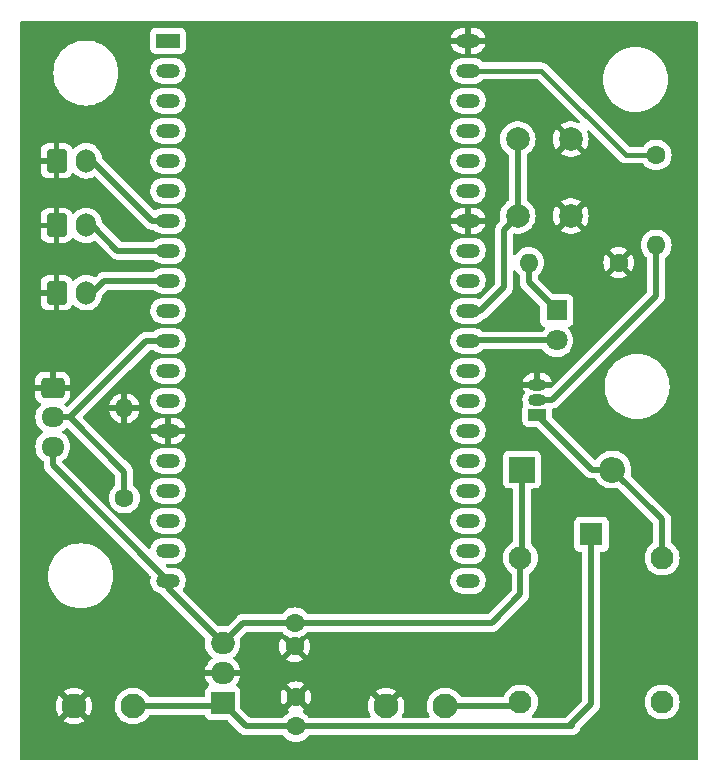
<source format=gbr>
%TF.GenerationSoftware,KiCad,Pcbnew,7.0.9-1.fc39*%
%TF.CreationDate,2023-11-27T00:10:33-03:00*%
%TF.ProjectId,TapBeerFlowControl_hardware,54617042-6565-4724-966c-6f77436f6e74,rev?*%
%TF.SameCoordinates,Original*%
%TF.FileFunction,Copper,L2,Bot*%
%TF.FilePolarity,Positive*%
%FSLAX46Y46*%
G04 Gerber Fmt 4.6, Leading zero omitted, Abs format (unit mm)*
G04 Created by KiCad (PCBNEW 7.0.9-1.fc39) date 2023-11-27 00:10:33*
%MOMM*%
%LPD*%
G01*
G04 APERTURE LIST*
G04 Aperture macros list*
%AMRoundRect*
0 Rectangle with rounded corners*
0 $1 Rounding radius*
0 $2 $3 $4 $5 $6 $7 $8 $9 X,Y pos of 4 corners*
0 Add a 4 corners polygon primitive as box body*
4,1,4,$2,$3,$4,$5,$6,$7,$8,$9,$2,$3,0*
0 Add four circle primitives for the rounded corners*
1,1,$1+$1,$2,$3*
1,1,$1+$1,$4,$5*
1,1,$1+$1,$6,$7*
1,1,$1+$1,$8,$9*
0 Add four rect primitives between the rounded corners*
20,1,$1+$1,$2,$3,$4,$5,0*
20,1,$1+$1,$4,$5,$6,$7,0*
20,1,$1+$1,$6,$7,$8,$9,0*
20,1,$1+$1,$8,$9,$2,$3,0*%
G04 Aperture macros list end*
%TA.AperFunction,ComponentPad*%
%ADD10R,1.950000X1.950000*%
%TD*%
%TA.AperFunction,ComponentPad*%
%ADD11C,1.950000*%
%TD*%
%TA.AperFunction,ComponentPad*%
%ADD12C,2.100000*%
%TD*%
%TA.AperFunction,ComponentPad*%
%ADD13RoundRect,0.250000X-0.725000X0.600000X-0.725000X-0.600000X0.725000X-0.600000X0.725000X0.600000X0*%
%TD*%
%TA.AperFunction,ComponentPad*%
%ADD14O,1.950000X1.700000*%
%TD*%
%TA.AperFunction,ComponentPad*%
%ADD15R,2.000000X1.905000*%
%TD*%
%TA.AperFunction,ComponentPad*%
%ADD16O,2.000000X1.905000*%
%TD*%
%TA.AperFunction,ComponentPad*%
%ADD17R,2.200000X2.200000*%
%TD*%
%TA.AperFunction,ComponentPad*%
%ADD18O,2.200000X2.200000*%
%TD*%
%TA.AperFunction,ComponentPad*%
%ADD19C,1.600000*%
%TD*%
%TA.AperFunction,ComponentPad*%
%ADD20O,1.600000X1.600000*%
%TD*%
%TA.AperFunction,ComponentPad*%
%ADD21R,1.500000X1.050000*%
%TD*%
%TA.AperFunction,ComponentPad*%
%ADD22O,1.500000X1.050000*%
%TD*%
%TA.AperFunction,ComponentPad*%
%ADD23C,2.000000*%
%TD*%
%TA.AperFunction,ComponentPad*%
%ADD24R,1.800000X1.800000*%
%TD*%
%TA.AperFunction,ComponentPad*%
%ADD25C,1.800000*%
%TD*%
%TA.AperFunction,ComponentPad*%
%ADD26RoundRect,0.250000X-0.600000X-0.750000X0.600000X-0.750000X0.600000X0.750000X-0.600000X0.750000X0*%
%TD*%
%TA.AperFunction,ComponentPad*%
%ADD27O,1.700000X2.000000*%
%TD*%
%TA.AperFunction,ComponentPad*%
%ADD28R,2.000000X1.200000*%
%TD*%
%TA.AperFunction,ComponentPad*%
%ADD29O,2.000000X1.200000*%
%TD*%
%TA.AperFunction,Conductor*%
%ADD30C,0.400000*%
%TD*%
%TA.AperFunction,Conductor*%
%ADD31C,0.500000*%
%TD*%
G04 APERTURE END LIST*
D10*
%TO.P,K1,1,COM*%
%TO.N,+12V*%
X158830000Y-70170000D03*
D11*
%TO.P,K1,2,COIL_1*%
%TO.N,+5V*%
X152830000Y-72170000D03*
%TO.P,K1,3,N/O*%
%TO.N,Net-(J6-Pin_2)*%
X152830000Y-84370000D03*
%TO.P,K1,4,NC*%
%TO.N,unconnected-(K1-NC-Pad4)*%
X164830000Y-84370000D03*
%TO.P,K1,5,COIL_2*%
%TO.N,Net-(D2-A)*%
X164830000Y-72170000D03*
%TD*%
D12*
%TO.P,J6,1,Pin_1*%
%TO.N,GND*%
X141450000Y-84710000D03*
%TO.P,J6,2,Pin_2*%
%TO.N,Net-(J6-Pin_2)*%
X146450000Y-84710000D03*
%TD*%
D13*
%TO.P,J2,1,Pin_1*%
%TO.N,GND*%
X113230000Y-57760000D03*
D14*
%TO.P,J2,2,Pin_2*%
%TO.N,Net-(J2-Pin_2)*%
X113230000Y-60260000D03*
%TO.P,J2,3,Pin_3*%
%TO.N,+5V*%
X113230000Y-62760000D03*
%TD*%
D15*
%TO.P,U1,1,VI*%
%TO.N,+12V*%
X127620000Y-84460000D03*
D16*
%TO.P,U1,2,GND*%
%TO.N,GND*%
X127620000Y-81920000D03*
%TO.P,U1,3,VO*%
%TO.N,+5V*%
X127620000Y-79380000D03*
%TD*%
D17*
%TO.P,D2,1,K*%
%TO.N,+5V*%
X152980000Y-64690000D03*
D18*
%TO.P,D2,2,A*%
%TO.N,Net-(D2-A)*%
X160600000Y-64690000D03*
%TD*%
D19*
%TO.P,R3,1*%
%TO.N,GND*%
X161150000Y-47170000D03*
D20*
%TO.P,R3,2*%
%TO.N,Net-(D1-K)*%
X153530000Y-47170000D03*
%TD*%
D19*
%TO.P,C2,1*%
%TO.N,+5V*%
X133710000Y-77670000D03*
%TO.P,C2,2*%
%TO.N,GND*%
X133710000Y-79670000D03*
%TD*%
D12*
%TO.P,J1,1,Pin_1*%
%TO.N,GND*%
X115030000Y-84710000D03*
%TO.P,J1,2,Pin_2*%
%TO.N,+12V*%
X120030000Y-84710000D03*
%TD*%
D21*
%TO.P,Q1,1,C*%
%TO.N,Net-(D2-A)*%
X154250000Y-60050000D03*
D22*
%TO.P,Q1,2,B*%
%TO.N,Net-(Q1-B)*%
X154250000Y-58780000D03*
%TO.P,Q1,3,E*%
%TO.N,GND*%
X154250000Y-57510000D03*
%TD*%
D23*
%TO.P,SW1,1*%
%TO.N,Net-(U2-GPIO5)*%
X152600000Y-43220000D03*
X152600000Y-36720000D03*
%TO.P,SW1,2*%
%TO.N,GND*%
X157100000Y-43220000D03*
X157100000Y-36720000D03*
%TD*%
D19*
%TO.P,C1,1*%
%TO.N,+12V*%
X133820000Y-86440000D03*
%TO.P,C1,2*%
%TO.N,GND*%
X133820000Y-83940000D03*
%TD*%
D24*
%TO.P,D1,1,K*%
%TO.N,Net-(D1-K)*%
X155900000Y-51220000D03*
D25*
%TO.P,D1,2,A*%
%TO.N,Net-(D1-A)*%
X155900000Y-53760000D03*
%TD*%
D26*
%TO.P,J5,1,Pin_1*%
%TO.N,GND*%
X113550000Y-49720000D03*
D27*
%TO.P,J5,2,Pin_2*%
%TO.N,/SEL3*%
X116050000Y-49720000D03*
%TD*%
D19*
%TO.P,R1,1*%
%TO.N,Net-(J2-Pin_2)*%
X119290000Y-67110000D03*
D20*
%TO.P,R1,2*%
%TO.N,GND*%
X119290000Y-59490000D03*
%TD*%
D26*
%TO.P,J4,1,Pin_1*%
%TO.N,GND*%
X113550000Y-44030000D03*
D27*
%TO.P,J4,2,Pin_2*%
%TO.N,/SEL2*%
X116050000Y-44030000D03*
%TD*%
D28*
%TO.P,U2,1,3V3*%
%TO.N,unconnected-(U2-3V3-Pad1)*%
X122990000Y-28386600D03*
D29*
%TO.P,U2,2,CHIP_PU*%
%TO.N,unconnected-(U2-CHIP_PU-Pad2)*%
X122990000Y-30926600D03*
%TO.P,U2,3,SENSOR_VP/GPIO36/ADC1_CH0*%
%TO.N,unconnected-(U2-SENSOR_VP{slash}GPIO36{slash}ADC1_CH0-Pad3)*%
X122990000Y-33466600D03*
%TO.P,U2,4,SENSOR_VN/GPIO39/ADC1_CH3*%
%TO.N,unconnected-(U2-SENSOR_VN{slash}GPIO39{slash}ADC1_CH3-Pad4)*%
X122990000Y-36006600D03*
%TO.P,U2,5,VDET_1/GPIO34/ADC1_CH6*%
%TO.N,unconnected-(U2-VDET_1{slash}GPIO34{slash}ADC1_CH6-Pad5)*%
X122990000Y-38546600D03*
%TO.P,U2,6,VDET_2/GPIO35/ADC1_CH7*%
%TO.N,unconnected-(U2-VDET_2{slash}GPIO35{slash}ADC1_CH7-Pad6)*%
X122990000Y-41086600D03*
%TO.P,U2,7,32K_XP/GPIO32/ADC1_CH4*%
%TO.N,/SEL1*%
X122990000Y-43626600D03*
%TO.P,U2,8,32K_XN/GPIO33/ADC1_CH5*%
%TO.N,/SEL2*%
X122990000Y-46166600D03*
%TO.P,U2,9,DAC_1/ADC2_CH8/GPIO25*%
%TO.N,/SEL3*%
X122990000Y-48706600D03*
%TO.P,U2,10,DAC_2/ADC2_CH9/GPIO26*%
%TO.N,unconnected-(U2-DAC_2{slash}ADC2_CH9{slash}GPIO26-Pad10)*%
X122990000Y-51246600D03*
%TO.P,U2,11,ADC2_CH7/GPIO27*%
%TO.N,Net-(J2-Pin_2)*%
X122990000Y-53786600D03*
%TO.P,U2,12,MTMS/GPIO14/ADC2_CH6*%
%TO.N,unconnected-(U2-MTMS{slash}GPIO14{slash}ADC2_CH6-Pad12)*%
X122990000Y-56326600D03*
%TO.P,U2,13,MTDI/GPIO12/ADC2_CH5*%
%TO.N,unconnected-(U2-MTDI{slash}GPIO12{slash}ADC2_CH5-Pad13)*%
X122990000Y-58866600D03*
%TO.P,U2,14,GND*%
%TO.N,GND*%
X122990000Y-61406600D03*
%TO.P,U2,15,MTCK/GPIO13/ADC2_CH4*%
%TO.N,unconnected-(U2-MTCK{slash}GPIO13{slash}ADC2_CH4-Pad15)*%
X122990000Y-63946600D03*
%TO.P,U2,16,SD_DATA2/GPIO9*%
%TO.N,unconnected-(U2-SD_DATA2{slash}GPIO9-Pad16)*%
X122990000Y-66486600D03*
%TO.P,U2,17,SD_DATA3/GPIO10*%
%TO.N,unconnected-(U2-SD_DATA3{slash}GPIO10-Pad17)*%
X122990000Y-69026600D03*
%TO.P,U2,18,CMD*%
%TO.N,unconnected-(U2-CMD-Pad18)*%
X122990000Y-71566600D03*
%TO.P,U2,19,5V*%
%TO.N,+5V*%
X122990000Y-74106600D03*
%TO.P,U2,20,SD_CLK/GPIO6*%
%TO.N,unconnected-(U2-SD_CLK{slash}GPIO6-Pad20)*%
X148386320Y-74103880D03*
%TO.P,U2,21,SD_DATA0/GPIO7*%
%TO.N,unconnected-(U2-SD_DATA0{slash}GPIO7-Pad21)*%
X148386320Y-71563880D03*
%TO.P,U2,22,SD_DATA1/GPIO8*%
%TO.N,unconnected-(U2-SD_DATA1{slash}GPIO8-Pad22)*%
X148390000Y-69026600D03*
%TO.P,U2,23,MTDO/GPIO15/ADC2_CH3*%
%TO.N,unconnected-(U2-MTDO{slash}GPIO15{slash}ADC2_CH3-Pad23)*%
X148390000Y-66486600D03*
%TO.P,U2,24,ADC2_CH2/GPIO2*%
%TO.N,unconnected-(U2-ADC2_CH2{slash}GPIO2-Pad24)*%
X148390000Y-63946600D03*
%TO.P,U2,25,GPIO0/BOOT/ADC2_CH1*%
%TO.N,unconnected-(U2-GPIO0{slash}BOOT{slash}ADC2_CH1-Pad25)*%
X148390000Y-61406600D03*
%TO.P,U2,26,ADC2_CH0/GPIO4*%
%TO.N,unconnected-(U2-ADC2_CH0{slash}GPIO4-Pad26)*%
X148390000Y-58866600D03*
%TO.P,U2,27,GPIO16*%
%TO.N,unconnected-(U2-GPIO16-Pad27)*%
X148390000Y-56326600D03*
%TO.P,U2,28,GPIO17*%
%TO.N,Net-(D1-A)*%
X148390000Y-53786600D03*
%TO.P,U2,29,GPIO5*%
%TO.N,Net-(U2-GPIO5)*%
X148390000Y-51246600D03*
%TO.P,U2,30,GPIO18*%
%TO.N,unconnected-(U2-GPIO18-Pad30)*%
X148390000Y-48706600D03*
%TO.P,U2,31,GPIO19*%
%TO.N,unconnected-(U2-GPIO19-Pad31)*%
X148390000Y-46166600D03*
%TO.P,U2,32,GND*%
%TO.N,GND*%
X148390000Y-43626600D03*
%TO.P,U2,33,GPIO21*%
%TO.N,unconnected-(U2-GPIO21-Pad33)*%
X148390000Y-41086600D03*
%TO.P,U2,34,U0RXD/GPIO3*%
%TO.N,unconnected-(U2-U0RXD{slash}GPIO3-Pad34)*%
X148390000Y-38546600D03*
%TO.P,U2,35,U0TXD/GPIO1*%
%TO.N,unconnected-(U2-U0TXD{slash}GPIO1-Pad35)*%
X148390000Y-36006600D03*
%TO.P,U2,36,GPIO22*%
%TO.N,unconnected-(U2-GPIO22-Pad36)*%
X148390000Y-33466600D03*
%TO.P,U2,37,GPIO23*%
%TO.N,Net-(U2-GPIO23)*%
X148390000Y-30926600D03*
%TO.P,U2,38,GND*%
%TO.N,GND*%
X148390000Y-28386600D03*
%TD*%
D26*
%TO.P,J3,1,Pin_1*%
%TO.N,GND*%
X113550000Y-38550000D03*
D27*
%TO.P,J3,2,Pin_2*%
%TO.N,/SEL1*%
X116050000Y-38550000D03*
%TD*%
D19*
%TO.P,R2,1*%
%TO.N,Net-(U2-GPIO23)*%
X164320000Y-38060000D03*
D20*
%TO.P,R2,2*%
%TO.N,Net-(Q1-B)*%
X164320000Y-45680000D03*
%TD*%
D30*
%TO.N,Net-(U2-GPIO23)*%
X148390000Y-30926600D02*
X151640000Y-30926600D01*
X164320000Y-38060000D02*
X161740000Y-38060000D01*
X161740000Y-38060000D02*
X154606600Y-30926600D01*
X154606600Y-30926600D02*
X151640000Y-30926600D01*
D31*
%TO.N,Net-(U2-GPIO5)*%
X152600000Y-36720000D02*
X152600000Y-43220000D01*
X148390000Y-51246600D02*
X149433400Y-51246600D01*
X149433400Y-51246600D02*
X151440000Y-49240000D01*
X151440000Y-49240000D02*
X151440000Y-44380000D01*
X151440000Y-44380000D02*
X152600000Y-43220000D01*
%TO.N,Net-(Q1-B)*%
X154250000Y-58780000D02*
X155500000Y-58780000D01*
X155500000Y-58780000D02*
X164320000Y-49960000D01*
X164320000Y-49960000D02*
X164320000Y-45680000D01*
%TO.N,Net-(D2-A)*%
X164830000Y-72170000D02*
X164830000Y-68920000D01*
X164830000Y-68920000D02*
X160600000Y-64690000D01*
%TO.N,+12V*%
X133820000Y-86440000D02*
X156960000Y-86440000D01*
X156960000Y-86440000D02*
X157150000Y-86440000D01*
X158830000Y-70170000D02*
X158830000Y-84570000D01*
X158830000Y-84570000D02*
X156960000Y-86440000D01*
%TO.N,+5V*%
X152980000Y-64690000D02*
X152980000Y-72020000D01*
X152980000Y-72020000D02*
X152830000Y-72170000D01*
X152830000Y-72170000D02*
X152830000Y-75260000D01*
X152830000Y-75260000D02*
X150420000Y-77670000D01*
X150420000Y-77670000D02*
X133710000Y-77670000D01*
%TO.N,Net-(J6-Pin_2)*%
X146450000Y-84710000D02*
X152490000Y-84710000D01*
X152490000Y-84710000D02*
X152830000Y-84370000D01*
%TO.N,+12V*%
X120030000Y-84710000D02*
X127370000Y-84710000D01*
X127370000Y-84710000D02*
X127620000Y-84460000D01*
%TO.N,Net-(J6-Pin_2)*%
X146760000Y-84400000D02*
X146450000Y-84710000D01*
%TO.N,Net-(J2-Pin_2)*%
X119290000Y-67110000D02*
X119290000Y-64870000D01*
X119290000Y-64870000D02*
X114680000Y-60260000D01*
X113230000Y-60260000D02*
X114680000Y-60260000D01*
X114680000Y-60260000D02*
X121153400Y-53786600D01*
X121153400Y-53786600D02*
X122990000Y-53786600D01*
%TO.N,+5V*%
X122990000Y-74106600D02*
X113230000Y-64346600D01*
X113230000Y-64346600D02*
X113230000Y-62760000D01*
%TO.N,/SEL3*%
X116050000Y-49720000D02*
X116560000Y-49720000D01*
X116560000Y-49720000D02*
X117573400Y-48706600D01*
%TO.N,/SEL2*%
X116050000Y-44030000D02*
X116570000Y-44030000D01*
X116570000Y-44030000D02*
X118706600Y-46166600D01*
%TO.N,/SEL1*%
X116050000Y-38550000D02*
X116570000Y-38550000D01*
X116570000Y-38550000D02*
X121646600Y-43626600D01*
%TO.N,+12V*%
X129600000Y-86440000D02*
X127620000Y-84460000D01*
X133820000Y-86440000D02*
X129600000Y-86440000D01*
%TO.N,+5V*%
X122990000Y-74106600D02*
X122990000Y-74750000D01*
X127620000Y-79380000D02*
X129330000Y-77670000D01*
X129330000Y-77670000D02*
X133710000Y-77670000D01*
X122990000Y-74750000D02*
X127620000Y-79380000D01*
X153770000Y-65480000D02*
X152980000Y-64690000D01*
%TO.N,Net-(D1-A)*%
X148416600Y-53760000D02*
X148390000Y-53786600D01*
X155900000Y-53760000D02*
X148416600Y-53760000D01*
%TO.N,Net-(D2-A)*%
X158890000Y-64690000D02*
X154250000Y-60050000D01*
X160090000Y-64180000D02*
X160600000Y-64690000D01*
X160600000Y-64690000D02*
X158890000Y-64690000D01*
%TO.N,/SEL1*%
X121646600Y-43626600D02*
X122990000Y-43626600D01*
%TO.N,/SEL2*%
X118706600Y-46166600D02*
X122990000Y-46166600D01*
%TO.N,/SEL3*%
X122990000Y-48706600D02*
X117573400Y-48706600D01*
%TO.N,Net-(J6-Pin_2)*%
X146610000Y-84400000D02*
X146460000Y-84250000D01*
D30*
%TO.N,Net-(U2-GPIO23)*%
X148483400Y-31020000D02*
X148390000Y-30926600D01*
D31*
%TO.N,Net-(D1-K)*%
X153530000Y-48850000D02*
X155900000Y-51220000D01*
X153530000Y-47170000D02*
X153530000Y-48850000D01*
%TD*%
%TA.AperFunction,Conductor*%
%TO.N,GND*%
G36*
X167792539Y-26760185D02*
G01*
X167838294Y-26812989D01*
X167849500Y-26864500D01*
X167849500Y-89195500D01*
X167829815Y-89262539D01*
X167777011Y-89308294D01*
X167725500Y-89319500D01*
X110584500Y-89319500D01*
X110517461Y-89299815D01*
X110471706Y-89247011D01*
X110460500Y-89195500D01*
X110460500Y-84710000D01*
X113475207Y-84710000D01*
X113494348Y-84953219D01*
X113551303Y-85190457D01*
X113644668Y-85415861D01*
X113768504Y-85617942D01*
X114389859Y-84996586D01*
X114449680Y-85110566D01*
X114562405Y-85237806D01*
X114702305Y-85334371D01*
X114743541Y-85350010D01*
X114122056Y-85971494D01*
X114324138Y-86095331D01*
X114549542Y-86188696D01*
X114786780Y-86245651D01*
X114786779Y-86245651D01*
X115030000Y-86264792D01*
X115273219Y-86245651D01*
X115510457Y-86188696D01*
X115735861Y-86095331D01*
X115937942Y-85971494D01*
X115316457Y-85350010D01*
X115357695Y-85334371D01*
X115497595Y-85237806D01*
X115610320Y-85110566D01*
X115670139Y-84996587D01*
X116291494Y-85617942D01*
X116415331Y-85415861D01*
X116508696Y-85190457D01*
X116565651Y-84953219D01*
X116584792Y-84710000D01*
X116565651Y-84466780D01*
X116508696Y-84229542D01*
X116415331Y-84004138D01*
X116291494Y-83802056D01*
X115670139Y-84423411D01*
X115610320Y-84309434D01*
X115497595Y-84182194D01*
X115357695Y-84085629D01*
X115316457Y-84069989D01*
X115937942Y-83448504D01*
X115735861Y-83324668D01*
X115510457Y-83231303D01*
X115273219Y-83174348D01*
X115273220Y-83174348D01*
X115030000Y-83155207D01*
X114786780Y-83174348D01*
X114549542Y-83231303D01*
X114324146Y-83324665D01*
X114324141Y-83324668D01*
X114122056Y-83448504D01*
X114743542Y-84069989D01*
X114702305Y-84085629D01*
X114562405Y-84182194D01*
X114449680Y-84309434D01*
X114389860Y-84423412D01*
X113768504Y-83802056D01*
X113644668Y-84004141D01*
X113644665Y-84004146D01*
X113551303Y-84229542D01*
X113494348Y-84466780D01*
X113475207Y-84710000D01*
X110460500Y-84710000D01*
X110460500Y-73690000D01*
X112844473Y-73690000D01*
X112864563Y-74022136D01*
X112864563Y-74022141D01*
X112864564Y-74022142D01*
X112924544Y-74349441D01*
X112924545Y-74349445D01*
X112924546Y-74349449D01*
X113023530Y-74667104D01*
X113023534Y-74667116D01*
X113023537Y-74667123D01*
X113160102Y-74970557D01*
X113309390Y-75217509D01*
X113332251Y-75255326D01*
X113537460Y-75517255D01*
X113772744Y-75752539D01*
X114034673Y-75957748D01*
X114034678Y-75957751D01*
X114034682Y-75957754D01*
X114319443Y-76129898D01*
X114622877Y-76266463D01*
X114622890Y-76266467D01*
X114622895Y-76266469D01*
X114834665Y-76332458D01*
X114940559Y-76365456D01*
X115267858Y-76425436D01*
X115445740Y-76436196D01*
X115516892Y-76440500D01*
X115516894Y-76440500D01*
X115683108Y-76440500D01*
X115745365Y-76436734D01*
X115932142Y-76425436D01*
X116259441Y-76365456D01*
X116577123Y-76266463D01*
X116880557Y-76129898D01*
X117165318Y-75957754D01*
X117427252Y-75752542D01*
X117662542Y-75517252D01*
X117867754Y-75255318D01*
X118039898Y-74970557D01*
X118176463Y-74667123D01*
X118275456Y-74349441D01*
X118335436Y-74022142D01*
X118355527Y-73690000D01*
X118335436Y-73357858D01*
X118275456Y-73030559D01*
X118228160Y-72878781D01*
X118176469Y-72712895D01*
X118176467Y-72712890D01*
X118176463Y-72712877D01*
X118039898Y-72409443D01*
X117867754Y-72124682D01*
X117867751Y-72124678D01*
X117867748Y-72124673D01*
X117662539Y-71862744D01*
X117427255Y-71627460D01*
X117165326Y-71422251D01*
X117139357Y-71406552D01*
X116880557Y-71250102D01*
X116577123Y-71113537D01*
X116577116Y-71113534D01*
X116577104Y-71113530D01*
X116259449Y-71014546D01*
X116259445Y-71014545D01*
X116259441Y-71014544D01*
X115932142Y-70954564D01*
X115932141Y-70954563D01*
X115932136Y-70954563D01*
X115683108Y-70939500D01*
X115683106Y-70939500D01*
X115516894Y-70939500D01*
X115516892Y-70939500D01*
X115267863Y-70954563D01*
X115267858Y-70954564D01*
X114940559Y-71014544D01*
X114940556Y-71014544D01*
X114940550Y-71014546D01*
X114622895Y-71113530D01*
X114622879Y-71113536D01*
X114622877Y-71113537D01*
X114319443Y-71250102D01*
X114302039Y-71260623D01*
X114034673Y-71422251D01*
X113772744Y-71627460D01*
X113537460Y-71862744D01*
X113332251Y-72124673D01*
X113160101Y-72409445D01*
X113160100Y-72409447D01*
X113149560Y-72432866D01*
X113043998Y-72667416D01*
X113023536Y-72712880D01*
X113023530Y-72712895D01*
X112924546Y-73030550D01*
X112924544Y-73030556D01*
X112924544Y-73030559D01*
X112898281Y-73173871D01*
X112864563Y-73357863D01*
X112844473Y-73690000D01*
X110460500Y-73690000D01*
X110460500Y-62760000D01*
X111749341Y-62760000D01*
X111769936Y-62995403D01*
X111769938Y-62995413D01*
X111831094Y-63223655D01*
X111831096Y-63223659D01*
X111831097Y-63223663D01*
X111835197Y-63232455D01*
X111930964Y-63437828D01*
X111930965Y-63437830D01*
X112066505Y-63631402D01*
X112233596Y-63798493D01*
X112233599Y-63798495D01*
X112426625Y-63933652D01*
X112470248Y-63988226D01*
X112479500Y-64035225D01*
X112479500Y-64282894D01*
X112478191Y-64300863D01*
X112474710Y-64324625D01*
X112479264Y-64376664D01*
X112479500Y-64382070D01*
X112479500Y-64390309D01*
X112483306Y-64422874D01*
X112490000Y-64499391D01*
X112491461Y-64506467D01*
X112491403Y-64506478D01*
X112493034Y-64513837D01*
X112493092Y-64513824D01*
X112494757Y-64520850D01*
X112521025Y-64593024D01*
X112545185Y-64665931D01*
X112548236Y-64672474D01*
X112548182Y-64672498D01*
X112551470Y-64679288D01*
X112551521Y-64679263D01*
X112554761Y-64685713D01*
X112554762Y-64685714D01*
X112554763Y-64685717D01*
X112594865Y-64746690D01*
X112596965Y-64749883D01*
X112637287Y-64815255D01*
X112641766Y-64820919D01*
X112641719Y-64820956D01*
X112646482Y-64826802D01*
X112646528Y-64826764D01*
X112651173Y-64832300D01*
X112707018Y-64884986D01*
X121499939Y-73677907D01*
X121533424Y-73739230D01*
X121529439Y-73806142D01*
X121515656Y-73845967D01*
X121490327Y-74022142D01*
X121485746Y-74054001D01*
X121495745Y-74263927D01*
X121545296Y-74468178D01*
X121545298Y-74468182D01*
X121632598Y-74659343D01*
X121632601Y-74659348D01*
X121632602Y-74659350D01*
X121632604Y-74659353D01*
X121752577Y-74827832D01*
X121754515Y-74830553D01*
X121754520Y-74830559D01*
X121906620Y-74975585D01*
X121906622Y-74975586D01*
X122083428Y-75089213D01*
X122278543Y-75167325D01*
X122325521Y-75176379D01*
X122387624Y-75208394D01*
X122393780Y-75215148D01*
X122396141Y-75217509D01*
X122397899Y-75219667D01*
X122399320Y-75221226D01*
X122401765Y-75224318D01*
X122401718Y-75224354D01*
X122406482Y-75230202D01*
X122406528Y-75230164D01*
X122411173Y-75235700D01*
X122467017Y-75288385D01*
X126119947Y-78941315D01*
X126153432Y-79002638D01*
X126154575Y-79049405D01*
X126119500Y-79259601D01*
X126119500Y-79500397D01*
X126159134Y-79737916D01*
X126237318Y-79965656D01*
X126237321Y-79965665D01*
X126351929Y-80177441D01*
X126395451Y-80233358D01*
X126499829Y-80367463D01*
X126624844Y-80482547D01*
X126676994Y-80530555D01*
X126701384Y-80546489D01*
X126746742Y-80599634D01*
X126756166Y-80668866D01*
X126726665Y-80732202D01*
X126701390Y-80754104D01*
X126677297Y-80769846D01*
X126677289Y-80769851D01*
X126500202Y-80932873D01*
X126500193Y-80932883D01*
X126352350Y-81122831D01*
X126352344Y-81122840D01*
X126237784Y-81334531D01*
X126237778Y-81334545D01*
X126159619Y-81562208D01*
X126141633Y-81669999D01*
X126141634Y-81670000D01*
X127125148Y-81670000D01*
X127076441Y-81807047D01*
X127066123Y-81957886D01*
X127096884Y-82105915D01*
X127130090Y-82170000D01*
X126141633Y-82170000D01*
X126159619Y-82277791D01*
X126237778Y-82505454D01*
X126237784Y-82505468D01*
X126352344Y-82717159D01*
X126352350Y-82717168D01*
X126463324Y-82859747D01*
X126488967Y-82924741D01*
X126475401Y-82993281D01*
X126426932Y-83043605D01*
X126408804Y-83052091D01*
X126377671Y-83063702D01*
X126377664Y-83063706D01*
X126262455Y-83149952D01*
X126262452Y-83149955D01*
X126176206Y-83265164D01*
X126176202Y-83265171D01*
X126125908Y-83400017D01*
X126120696Y-83448504D01*
X126119501Y-83459623D01*
X126119500Y-83459635D01*
X126119500Y-83835500D01*
X126099815Y-83902539D01*
X126047011Y-83948294D01*
X125995500Y-83959500D01*
X121458005Y-83959500D01*
X121390966Y-83939815D01*
X121352278Y-83900290D01*
X121288262Y-83795825D01*
X121288261Y-83795823D01*
X121217865Y-83713400D01*
X121129759Y-83610241D01*
X120954579Y-83460623D01*
X120944176Y-83451738D01*
X120944173Y-83451737D01*
X120736089Y-83324222D01*
X120510618Y-83230830D01*
X120510621Y-83230830D01*
X120404992Y-83205470D01*
X120273302Y-83173854D01*
X120273300Y-83173853D01*
X120273297Y-83173853D01*
X120030000Y-83154706D01*
X119786702Y-83173853D01*
X119786698Y-83173854D01*
X119617286Y-83214527D01*
X119549380Y-83230830D01*
X119323910Y-83324222D01*
X119115826Y-83451737D01*
X119115823Y-83451738D01*
X118930241Y-83610241D01*
X118771738Y-83795823D01*
X118771737Y-83795826D01*
X118644222Y-84003910D01*
X118550830Y-84229380D01*
X118493853Y-84466702D01*
X118474706Y-84710000D01*
X118493853Y-84953297D01*
X118493853Y-84953300D01*
X118493854Y-84953302D01*
X118537224Y-85133950D01*
X118550830Y-85190619D01*
X118644222Y-85416089D01*
X118771737Y-85624173D01*
X118771738Y-85624176D01*
X118810718Y-85669815D01*
X118930241Y-85809759D01*
X119043617Y-85906591D01*
X119115823Y-85968261D01*
X119115826Y-85968262D01*
X119323910Y-86095777D01*
X119549381Y-86189169D01*
X119549378Y-86189169D01*
X119549384Y-86189170D01*
X119549388Y-86189172D01*
X119786698Y-86246146D01*
X120030000Y-86265294D01*
X120273302Y-86246146D01*
X120510612Y-86189172D01*
X120736089Y-86095777D01*
X120944179Y-85968259D01*
X121129759Y-85809759D01*
X121288259Y-85624179D01*
X121352278Y-85519710D01*
X121404089Y-85472835D01*
X121458005Y-85460500D01*
X126017628Y-85460500D01*
X126084667Y-85480185D01*
X126130422Y-85532989D01*
X126133810Y-85541167D01*
X126176202Y-85654828D01*
X126176206Y-85654835D01*
X126262452Y-85770044D01*
X126262455Y-85770047D01*
X126377664Y-85856293D01*
X126377671Y-85856297D01*
X126512517Y-85906591D01*
X126512516Y-85906591D01*
X126519444Y-85907335D01*
X126572127Y-85913000D01*
X127960269Y-85912999D01*
X128027308Y-85932684D01*
X128047950Y-85949318D01*
X129024270Y-86925638D01*
X129036051Y-86939270D01*
X129050388Y-86958528D01*
X129090409Y-86992111D01*
X129094397Y-86995766D01*
X129100216Y-87001585D01*
X129100220Y-87001588D01*
X129100223Y-87001591D01*
X129125959Y-87021940D01*
X129184786Y-87071302D01*
X129184787Y-87071302D01*
X129184789Y-87071304D01*
X129190818Y-87075270D01*
X129190785Y-87075319D01*
X129197147Y-87079372D01*
X129197179Y-87079321D01*
X129203319Y-87083108D01*
X129203323Y-87083111D01*
X129238132Y-87099343D01*
X129272941Y-87115575D01*
X129341565Y-87150039D01*
X129341567Y-87150040D01*
X129341569Y-87150040D01*
X129348357Y-87152511D01*
X129348336Y-87152567D01*
X129355457Y-87155043D01*
X129355476Y-87154986D01*
X129362322Y-87157254D01*
X129362327Y-87157257D01*
X129362332Y-87157258D01*
X129362335Y-87157259D01*
X129437565Y-87172792D01*
X129512279Y-87190500D01*
X129512282Y-87190500D01*
X129512286Y-87190501D01*
X129519453Y-87191339D01*
X129519446Y-87191398D01*
X129526944Y-87192164D01*
X129526950Y-87192105D01*
X129534139Y-87192734D01*
X129534143Y-87192733D01*
X129534144Y-87192734D01*
X129610917Y-87190500D01*
X132693337Y-87190500D01*
X132760376Y-87210185D01*
X132794912Y-87243377D01*
X132819954Y-87279141D01*
X132980858Y-87440045D01*
X132980861Y-87440047D01*
X133167266Y-87570568D01*
X133373504Y-87666739D01*
X133593308Y-87725635D01*
X133755230Y-87739801D01*
X133819998Y-87745468D01*
X133820000Y-87745468D01*
X133820002Y-87745468D01*
X133876673Y-87740509D01*
X134046692Y-87725635D01*
X134266496Y-87666739D01*
X134472734Y-87570568D01*
X134659139Y-87440047D01*
X134820047Y-87279139D01*
X134845088Y-87243377D01*
X134899665Y-87199752D01*
X134946663Y-87190500D01*
X156872279Y-87190500D01*
X156896295Y-87190500D01*
X156914265Y-87191809D01*
X156938023Y-87195289D01*
X156990068Y-87190735D01*
X156995470Y-87190500D01*
X157193701Y-87190500D01*
X157193709Y-87190500D01*
X157324255Y-87175241D01*
X157489117Y-87115237D01*
X157630159Y-87022471D01*
X157635693Y-87018832D01*
X157635694Y-87018831D01*
X157635693Y-87018831D01*
X157635696Y-87018830D01*
X157756092Y-86891218D01*
X157843812Y-86739281D01*
X157886852Y-86595519D01*
X157917958Y-86543408D01*
X159315638Y-85145727D01*
X159329267Y-85133950D01*
X159348530Y-85119610D01*
X159348532Y-85119606D01*
X159348534Y-85119606D01*
X159366663Y-85097999D01*
X159382113Y-85079585D01*
X159385767Y-85075599D01*
X159391589Y-85069778D01*
X159411928Y-85044054D01*
X159432930Y-85019025D01*
X159461302Y-84985214D01*
X159461304Y-84985209D01*
X159465272Y-84979179D01*
X159465323Y-84979212D01*
X159469369Y-84972860D01*
X159469317Y-84972828D01*
X159473109Y-84966679D01*
X159473111Y-84966677D01*
X159505569Y-84897069D01*
X159540040Y-84828433D01*
X159540043Y-84828417D01*
X159542510Y-84821644D01*
X159542568Y-84821665D01*
X159545043Y-84814546D01*
X159544985Y-84814527D01*
X159547256Y-84807672D01*
X159549874Y-84794995D01*
X159562784Y-84732467D01*
X159580500Y-84657721D01*
X159580500Y-84657720D01*
X159581339Y-84650548D01*
X159581397Y-84650554D01*
X159582164Y-84643056D01*
X159582104Y-84643051D01*
X159582733Y-84635860D01*
X159580500Y-84559103D01*
X159580500Y-84370005D01*
X163349443Y-84370005D01*
X163369634Y-84613683D01*
X163369636Y-84613695D01*
X163429663Y-84850734D01*
X163527888Y-85074666D01*
X163661632Y-85279378D01*
X163827242Y-85459277D01*
X163827252Y-85459286D01*
X163941043Y-85547853D01*
X164020212Y-85609473D01*
X164235267Y-85725855D01*
X164235270Y-85725856D01*
X164466541Y-85805251D01*
X164466543Y-85805251D01*
X164466545Y-85805252D01*
X164707737Y-85845500D01*
X164707738Y-85845500D01*
X164952262Y-85845500D01*
X164952263Y-85845500D01*
X165193455Y-85805252D01*
X165424733Y-85725855D01*
X165639788Y-85609473D01*
X165832754Y-85459281D01*
X165998368Y-85279377D01*
X166132111Y-85074667D01*
X166230336Y-84850736D01*
X166290364Y-84613692D01*
X166290365Y-84613683D01*
X166310557Y-84370005D01*
X166310557Y-84369994D01*
X166290365Y-84126316D01*
X166290363Y-84126304D01*
X166274876Y-84065148D01*
X166230336Y-83889264D01*
X166132111Y-83665333D01*
X166080572Y-83586446D01*
X165998367Y-83460621D01*
X165832757Y-83280722D01*
X165832747Y-83280713D01*
X165639791Y-83130529D01*
X165639787Y-83130526D01*
X165424734Y-83014145D01*
X165424729Y-83014143D01*
X165193458Y-82934748D01*
X165012561Y-82904562D01*
X164952263Y-82894500D01*
X164707737Y-82894500D01*
X164659498Y-82902549D01*
X164466541Y-82934748D01*
X164235270Y-83014143D01*
X164235265Y-83014145D01*
X164020212Y-83130526D01*
X164020208Y-83130529D01*
X163827252Y-83280713D01*
X163827242Y-83280722D01*
X163661632Y-83460621D01*
X163527888Y-83665333D01*
X163429663Y-83889265D01*
X163369636Y-84126304D01*
X163369634Y-84126316D01*
X163349443Y-84369994D01*
X163349443Y-84370005D01*
X159580500Y-84370005D01*
X159580500Y-71769499D01*
X159600185Y-71702460D01*
X159652989Y-71656705D01*
X159704500Y-71645499D01*
X159852871Y-71645499D01*
X159852872Y-71645499D01*
X159912483Y-71639091D01*
X160047331Y-71588796D01*
X160162546Y-71502546D01*
X160248796Y-71387331D01*
X160299091Y-71252483D01*
X160305500Y-71192873D01*
X160305499Y-69147128D01*
X160299091Y-69087517D01*
X160295988Y-69079198D01*
X160248797Y-68952671D01*
X160248793Y-68952664D01*
X160162547Y-68837455D01*
X160162544Y-68837452D01*
X160047335Y-68751206D01*
X160047328Y-68751202D01*
X159912482Y-68700908D01*
X159912483Y-68700908D01*
X159852883Y-68694501D01*
X159852881Y-68694500D01*
X159852873Y-68694500D01*
X159852864Y-68694500D01*
X157807129Y-68694500D01*
X157807123Y-68694501D01*
X157747516Y-68700908D01*
X157612671Y-68751202D01*
X157612664Y-68751206D01*
X157497455Y-68837452D01*
X157497452Y-68837455D01*
X157411206Y-68952664D01*
X157411202Y-68952671D01*
X157360908Y-69087517D01*
X157354501Y-69147116D01*
X157354501Y-69147123D01*
X157354500Y-69147135D01*
X157354500Y-71192870D01*
X157354501Y-71192876D01*
X157360908Y-71252483D01*
X157411202Y-71387328D01*
X157411206Y-71387335D01*
X157497452Y-71502544D01*
X157497455Y-71502547D01*
X157612664Y-71588793D01*
X157612671Y-71588797D01*
X157657618Y-71605561D01*
X157747517Y-71639091D01*
X157807127Y-71645500D01*
X157955500Y-71645499D01*
X158022539Y-71665183D01*
X158068294Y-71717987D01*
X158079500Y-71769499D01*
X158079500Y-84207770D01*
X158059815Y-84274809D01*
X158043181Y-84295451D01*
X156685451Y-85653181D01*
X156624128Y-85686666D01*
X156597770Y-85689500D01*
X153898168Y-85689500D01*
X153831129Y-85669815D01*
X153785374Y-85617011D01*
X153775430Y-85547853D01*
X153804455Y-85484297D01*
X153822002Y-85467648D01*
X153832754Y-85459281D01*
X153998368Y-85279377D01*
X154132111Y-85074667D01*
X154230336Y-84850736D01*
X154290364Y-84613692D01*
X154290365Y-84613683D01*
X154310557Y-84370005D01*
X154310557Y-84369994D01*
X154290365Y-84126316D01*
X154290363Y-84126304D01*
X154274876Y-84065148D01*
X154230336Y-83889264D01*
X154132111Y-83665333D01*
X154080572Y-83586446D01*
X153998367Y-83460621D01*
X153832757Y-83280722D01*
X153832747Y-83280713D01*
X153639791Y-83130529D01*
X153639787Y-83130526D01*
X153424734Y-83014145D01*
X153424729Y-83014143D01*
X153193458Y-82934748D01*
X153012561Y-82904562D01*
X152952263Y-82894500D01*
X152707737Y-82894500D01*
X152659498Y-82902549D01*
X152466541Y-82934748D01*
X152235270Y-83014143D01*
X152235265Y-83014145D01*
X152020212Y-83130526D01*
X152020208Y-83130529D01*
X151827252Y-83280713D01*
X151827242Y-83280722D01*
X151661632Y-83460621D01*
X151527888Y-83665333D01*
X151470652Y-83795821D01*
X151431397Y-83885311D01*
X151386443Y-83938796D01*
X151319707Y-83959486D01*
X151317843Y-83959500D01*
X147878005Y-83959500D01*
X147810966Y-83939815D01*
X147772278Y-83900290D01*
X147708262Y-83795825D01*
X147708261Y-83795823D01*
X147637865Y-83713400D01*
X147549759Y-83610241D01*
X147374579Y-83460623D01*
X147364176Y-83451738D01*
X147364173Y-83451737D01*
X147156089Y-83324222D01*
X146930618Y-83230830D01*
X146930621Y-83230830D01*
X146824992Y-83205470D01*
X146693302Y-83173854D01*
X146693300Y-83173853D01*
X146693297Y-83173853D01*
X146450000Y-83154706D01*
X146206702Y-83173853D01*
X146206698Y-83173854D01*
X146037286Y-83214527D01*
X145969380Y-83230830D01*
X145743910Y-83324222D01*
X145535826Y-83451737D01*
X145535823Y-83451738D01*
X145350241Y-83610241D01*
X145191738Y-83795823D01*
X145191737Y-83795826D01*
X145064222Y-84003910D01*
X144970830Y-84229380D01*
X144913853Y-84466702D01*
X144894706Y-84710000D01*
X144913853Y-84953297D01*
X144913853Y-84953300D01*
X144913854Y-84953302D01*
X144957224Y-85133950D01*
X144970830Y-85190619D01*
X145064221Y-85416087D01*
X145116079Y-85500711D01*
X145134323Y-85568156D01*
X145113206Y-85634759D01*
X145059434Y-85679372D01*
X145010351Y-85689500D01*
X142889063Y-85689500D01*
X142822024Y-85669815D01*
X142776269Y-85617011D01*
X142766325Y-85547853D01*
X142783336Y-85500710D01*
X142835331Y-85415861D01*
X142928696Y-85190457D01*
X142985651Y-84953219D01*
X143004792Y-84710000D01*
X142985651Y-84466780D01*
X142928696Y-84229542D01*
X142835331Y-84004138D01*
X142711494Y-83802056D01*
X142090139Y-84423411D01*
X142030320Y-84309434D01*
X141917595Y-84182194D01*
X141777695Y-84085629D01*
X141736457Y-84069989D01*
X142357942Y-83448504D01*
X142155861Y-83324668D01*
X141930457Y-83231303D01*
X141693219Y-83174348D01*
X141693220Y-83174348D01*
X141450000Y-83155207D01*
X141206780Y-83174348D01*
X140969542Y-83231303D01*
X140744146Y-83324665D01*
X140744141Y-83324668D01*
X140542056Y-83448504D01*
X141163542Y-84069989D01*
X141122305Y-84085629D01*
X140982405Y-84182194D01*
X140869680Y-84309434D01*
X140809860Y-84423412D01*
X140188504Y-83802056D01*
X140064668Y-84004141D01*
X140064665Y-84004146D01*
X139971303Y-84229542D01*
X139914348Y-84466780D01*
X139895207Y-84710000D01*
X139914348Y-84953219D01*
X139971303Y-85190457D01*
X140064668Y-85415861D01*
X140116664Y-85500710D01*
X140134909Y-85568156D01*
X140113793Y-85634758D01*
X140060021Y-85679372D01*
X140010937Y-85689500D01*
X134946663Y-85689500D01*
X134879624Y-85669815D01*
X134845088Y-85636623D01*
X134820045Y-85600858D01*
X134659141Y-85439954D01*
X134472734Y-85309432D01*
X134472730Y-85309430D01*
X134457022Y-85302105D01*
X134404583Y-85255931D01*
X134385433Y-85188737D01*
X134405650Y-85121857D01*
X134457028Y-85077340D01*
X134472481Y-85070134D01*
X134545472Y-85019025D01*
X133864401Y-84337953D01*
X133945148Y-84325165D01*
X134058045Y-84267641D01*
X134147641Y-84178045D01*
X134205165Y-84065148D01*
X134217953Y-83984400D01*
X134899025Y-84665472D01*
X134950136Y-84592478D01*
X135046264Y-84386331D01*
X135046269Y-84386317D01*
X135105139Y-84166610D01*
X135105141Y-84166599D01*
X135124966Y-83940002D01*
X135124966Y-83939997D01*
X135105141Y-83713400D01*
X135105139Y-83713389D01*
X135046269Y-83493682D01*
X135046265Y-83493673D01*
X134950133Y-83287516D01*
X134950131Y-83287512D01*
X134899026Y-83214526D01*
X134899025Y-83214526D01*
X134217953Y-83895598D01*
X134205165Y-83814852D01*
X134147641Y-83701955D01*
X134058045Y-83612359D01*
X133945148Y-83554835D01*
X133864400Y-83542046D01*
X134545472Y-82860974D01*
X134545471Y-82860973D01*
X134472483Y-82809866D01*
X134472481Y-82809865D01*
X134266326Y-82713734D01*
X134266317Y-82713730D01*
X134046610Y-82654860D01*
X134046599Y-82654858D01*
X133820002Y-82635034D01*
X133819998Y-82635034D01*
X133593400Y-82654858D01*
X133593389Y-82654860D01*
X133373682Y-82713730D01*
X133373673Y-82713734D01*
X133167513Y-82809868D01*
X133094527Y-82860972D01*
X133094526Y-82860973D01*
X133775600Y-83542046D01*
X133694852Y-83554835D01*
X133581955Y-83612359D01*
X133492359Y-83701955D01*
X133434835Y-83814852D01*
X133422046Y-83895599D01*
X132740973Y-83214526D01*
X132740972Y-83214527D01*
X132689868Y-83287513D01*
X132593734Y-83493673D01*
X132593730Y-83493682D01*
X132534860Y-83713389D01*
X132534858Y-83713400D01*
X132515034Y-83939997D01*
X132515034Y-83940002D01*
X132534858Y-84166599D01*
X132534860Y-84166610D01*
X132593730Y-84386317D01*
X132593734Y-84386326D01*
X132689865Y-84592481D01*
X132689866Y-84592483D01*
X132740973Y-84665471D01*
X132740974Y-84665472D01*
X133422046Y-83984399D01*
X133434835Y-84065148D01*
X133492359Y-84178045D01*
X133581955Y-84267641D01*
X133694852Y-84325165D01*
X133775599Y-84337953D01*
X133094526Y-85019025D01*
X133094526Y-85019026D01*
X133167512Y-85070131D01*
X133167515Y-85070132D01*
X133182974Y-85077341D01*
X133235414Y-85123513D01*
X133254567Y-85190706D01*
X133234352Y-85257587D01*
X133182978Y-85302105D01*
X133167269Y-85309430D01*
X133167265Y-85309432D01*
X132980858Y-85439954D01*
X132819954Y-85600858D01*
X132794912Y-85636623D01*
X132740335Y-85680248D01*
X132693337Y-85689500D01*
X129962229Y-85689500D01*
X129895190Y-85669815D01*
X129874548Y-85653181D01*
X129156818Y-84935451D01*
X129123333Y-84874128D01*
X129120499Y-84847770D01*
X129120499Y-83459629D01*
X129120498Y-83459623D01*
X129120497Y-83459616D01*
X129114091Y-83400017D01*
X129085821Y-83324222D01*
X129063797Y-83265171D01*
X129063793Y-83265164D01*
X128977547Y-83149955D01*
X128977544Y-83149952D01*
X128862335Y-83063706D01*
X128862326Y-83063701D01*
X128831196Y-83052091D01*
X128775262Y-83010221D01*
X128750844Y-82944757D01*
X128765695Y-82876484D01*
X128776675Y-82859746D01*
X128887653Y-82717162D01*
X128887655Y-82717159D01*
X129002215Y-82505468D01*
X129002221Y-82505454D01*
X129080380Y-82277791D01*
X129098367Y-82170000D01*
X128114852Y-82170000D01*
X128163559Y-82032953D01*
X128173877Y-81882114D01*
X128143116Y-81734085D01*
X128109910Y-81670000D01*
X129098366Y-81670000D01*
X129098366Y-81669999D01*
X129080380Y-81562208D01*
X129002221Y-81334545D01*
X129002215Y-81334531D01*
X128887655Y-81122840D01*
X128887649Y-81122831D01*
X128739806Y-80932883D01*
X128739797Y-80932873D01*
X128562710Y-80769851D01*
X128562704Y-80769847D01*
X128538611Y-80754106D01*
X128493255Y-80700959D01*
X128483832Y-80631728D01*
X128513335Y-80568392D01*
X128538608Y-80546493D01*
X128563010Y-80530551D01*
X128740171Y-80367463D01*
X128888072Y-80177439D01*
X129002679Y-79965664D01*
X129080866Y-79737913D01*
X129120500Y-79500399D01*
X129120500Y-79259601D01*
X129085424Y-79049403D01*
X129093806Y-78980040D01*
X129120049Y-78941317D01*
X129604548Y-78456819D01*
X129665871Y-78423334D01*
X129692229Y-78420500D01*
X132583337Y-78420500D01*
X132650376Y-78440185D01*
X132684912Y-78473377D01*
X132709954Y-78509141D01*
X132870858Y-78670045D01*
X132870861Y-78670047D01*
X133057266Y-78800568D01*
X133263504Y-78896739D01*
X133263506Y-78896739D01*
X133263513Y-78896742D01*
X133268003Y-78897945D01*
X133323592Y-78930039D01*
X133665599Y-79272046D01*
X133584852Y-79284835D01*
X133471955Y-79342359D01*
X133382359Y-79431955D01*
X133324835Y-79544852D01*
X133312046Y-79625599D01*
X132630973Y-78944526D01*
X132630972Y-78944527D01*
X132579868Y-79017513D01*
X132483734Y-79223673D01*
X132483730Y-79223682D01*
X132424860Y-79443389D01*
X132424858Y-79443400D01*
X132405034Y-79669997D01*
X132405034Y-79670002D01*
X132424858Y-79896599D01*
X132424860Y-79896610D01*
X132483730Y-80116317D01*
X132483734Y-80116326D01*
X132579865Y-80322481D01*
X132579866Y-80322483D01*
X132630973Y-80395471D01*
X132630974Y-80395472D01*
X133312046Y-79714399D01*
X133324835Y-79795148D01*
X133382359Y-79908045D01*
X133471955Y-79997641D01*
X133584852Y-80055165D01*
X133665599Y-80067953D01*
X132984526Y-80749025D01*
X132984526Y-80749026D01*
X133057512Y-80800131D01*
X133057516Y-80800133D01*
X133263673Y-80896265D01*
X133263682Y-80896269D01*
X133483389Y-80955139D01*
X133483400Y-80955141D01*
X133709998Y-80974966D01*
X133710002Y-80974966D01*
X133936599Y-80955141D01*
X133936610Y-80955139D01*
X134156317Y-80896269D01*
X134156331Y-80896264D01*
X134362478Y-80800136D01*
X134435472Y-80749025D01*
X133754401Y-80067953D01*
X133835148Y-80055165D01*
X133948045Y-79997641D01*
X134037641Y-79908045D01*
X134095165Y-79795148D01*
X134107953Y-79714400D01*
X134789025Y-80395472D01*
X134840136Y-80322478D01*
X134936264Y-80116331D01*
X134936269Y-80116317D01*
X134995139Y-79896610D01*
X134995141Y-79896599D01*
X135014966Y-79670002D01*
X135014966Y-79669997D01*
X134995141Y-79443400D01*
X134995139Y-79443389D01*
X134936269Y-79223682D01*
X134936265Y-79223673D01*
X134840133Y-79017516D01*
X134840131Y-79017512D01*
X134789026Y-78944526D01*
X134789025Y-78944526D01*
X134107953Y-79625598D01*
X134095165Y-79544852D01*
X134037641Y-79431955D01*
X133948045Y-79342359D01*
X133835148Y-79284835D01*
X133754400Y-79272046D01*
X134096407Y-78930039D01*
X134151996Y-78897945D01*
X134153833Y-78897452D01*
X134156496Y-78896739D01*
X134362734Y-78800568D01*
X134549139Y-78670047D01*
X134710047Y-78509139D01*
X134735088Y-78473377D01*
X134789665Y-78429752D01*
X134836663Y-78420500D01*
X150356295Y-78420500D01*
X150374265Y-78421809D01*
X150398023Y-78425289D01*
X150450068Y-78420735D01*
X150455470Y-78420500D01*
X150463704Y-78420500D01*
X150463709Y-78420500D01*
X150475327Y-78419141D01*
X150496276Y-78416693D01*
X150509028Y-78415577D01*
X150572797Y-78409999D01*
X150572805Y-78409996D01*
X150579866Y-78408539D01*
X150579878Y-78408598D01*
X150587243Y-78406965D01*
X150587229Y-78406906D01*
X150594246Y-78405241D01*
X150594255Y-78405241D01*
X150666423Y-78378974D01*
X150739334Y-78354814D01*
X150739343Y-78354807D01*
X150745882Y-78351760D01*
X150745908Y-78351816D01*
X150752690Y-78348532D01*
X150752663Y-78348478D01*
X150759106Y-78345240D01*
X150759117Y-78345237D01*
X150823283Y-78303034D01*
X150888656Y-78262712D01*
X150888662Y-78262705D01*
X150894325Y-78258229D01*
X150894362Y-78258277D01*
X150900204Y-78253518D01*
X150900164Y-78253471D01*
X150905691Y-78248832D01*
X150905696Y-78248830D01*
X150958386Y-78192981D01*
X153315638Y-75835727D01*
X153329267Y-75823950D01*
X153348530Y-75809610D01*
X153348532Y-75809606D01*
X153348534Y-75809606D01*
X153366663Y-75787999D01*
X153382113Y-75769585D01*
X153385767Y-75765599D01*
X153391591Y-75759776D01*
X153411930Y-75734052D01*
X153461302Y-75675214D01*
X153461306Y-75675205D01*
X153465274Y-75669175D01*
X153465325Y-75669208D01*
X153469372Y-75662856D01*
X153469320Y-75662824D01*
X153473112Y-75656675D01*
X153505575Y-75587058D01*
X153540036Y-75518440D01*
X153540040Y-75518433D01*
X153540042Y-75518421D01*
X153542509Y-75511646D01*
X153542567Y-75511667D01*
X153545043Y-75504546D01*
X153544986Y-75504527D01*
X153547255Y-75497680D01*
X153547256Y-75497675D01*
X153547257Y-75497673D01*
X153562791Y-75422437D01*
X153580500Y-75347721D01*
X153580500Y-75347719D01*
X153581339Y-75340548D01*
X153581398Y-75340554D01*
X153582164Y-75333054D01*
X153582105Y-75333049D01*
X153582734Y-75325859D01*
X153580500Y-75249082D01*
X153580500Y-73515313D01*
X153600185Y-73448274D01*
X153636675Y-73411507D01*
X153639779Y-73409477D01*
X153639788Y-73409473D01*
X153832754Y-73259281D01*
X153998368Y-73079377D01*
X154132111Y-72874667D01*
X154230336Y-72650736D01*
X154290364Y-72413692D01*
X154290716Y-72409443D01*
X154310557Y-72170005D01*
X154310557Y-72169994D01*
X154290365Y-71926316D01*
X154290363Y-71926304D01*
X154238425Y-71721207D01*
X154230336Y-71689264D01*
X154132111Y-71465333D01*
X154026216Y-71303248D01*
X153998367Y-71260621D01*
X153832757Y-71080722D01*
X153832752Y-71080717D01*
X153778337Y-71038364D01*
X153737524Y-70981653D01*
X153730500Y-70940511D01*
X153730500Y-66414499D01*
X153750185Y-66347460D01*
X153802989Y-66301705D01*
X153854500Y-66290499D01*
X154127871Y-66290499D01*
X154127872Y-66290499D01*
X154187483Y-66284091D01*
X154322331Y-66233796D01*
X154437546Y-66147546D01*
X154523796Y-66032331D01*
X154574091Y-65897483D01*
X154580500Y-65837873D01*
X154580499Y-63542128D01*
X154574091Y-63482517D01*
X154557425Y-63437834D01*
X154523797Y-63347671D01*
X154523793Y-63347664D01*
X154437547Y-63232455D01*
X154437544Y-63232452D01*
X154322335Y-63146206D01*
X154322328Y-63146202D01*
X154187482Y-63095908D01*
X154187483Y-63095908D01*
X154127883Y-63089501D01*
X154127881Y-63089500D01*
X154127873Y-63089500D01*
X154127864Y-63089500D01*
X151832129Y-63089500D01*
X151832123Y-63089501D01*
X151772516Y-63095908D01*
X151637671Y-63146202D01*
X151637664Y-63146206D01*
X151522455Y-63232452D01*
X151522452Y-63232455D01*
X151436206Y-63347664D01*
X151436202Y-63347671D01*
X151385908Y-63482517D01*
X151379501Y-63542116D01*
X151379501Y-63542123D01*
X151379500Y-63542135D01*
X151379500Y-65837870D01*
X151379501Y-65837876D01*
X151385908Y-65897483D01*
X151436202Y-66032328D01*
X151436206Y-66032335D01*
X151522452Y-66147544D01*
X151522455Y-66147547D01*
X151637664Y-66233793D01*
X151637671Y-66233797D01*
X151651643Y-66239008D01*
X151772517Y-66284091D01*
X151832127Y-66290500D01*
X152105501Y-66290499D01*
X152172539Y-66310183D01*
X152218294Y-66362987D01*
X152229500Y-66414499D01*
X152229500Y-70743376D01*
X152209815Y-70810415D01*
X152164519Y-70852430D01*
X152020217Y-70930523D01*
X152020208Y-70930529D01*
X151827252Y-71080713D01*
X151827242Y-71080722D01*
X151661632Y-71260621D01*
X151527888Y-71465333D01*
X151429663Y-71689265D01*
X151369636Y-71926304D01*
X151369634Y-71926316D01*
X151349443Y-72169994D01*
X151349443Y-72170005D01*
X151369634Y-72413683D01*
X151369636Y-72413695D01*
X151429663Y-72650734D01*
X151527888Y-72874666D01*
X151661632Y-73079378D01*
X151827242Y-73259277D01*
X151827252Y-73259286D01*
X151942677Y-73349125D01*
X152020212Y-73409473D01*
X152020215Y-73409474D01*
X152023325Y-73411507D01*
X152068680Y-73464655D01*
X152079500Y-73515313D01*
X152079500Y-74897770D01*
X152059815Y-74964809D01*
X152043181Y-74985451D01*
X150145451Y-76883181D01*
X150084128Y-76916666D01*
X150057770Y-76919500D01*
X134836663Y-76919500D01*
X134769624Y-76899815D01*
X134735088Y-76866623D01*
X134710045Y-76830858D01*
X134549141Y-76669954D01*
X134362734Y-76539432D01*
X134362732Y-76539431D01*
X134156497Y-76443261D01*
X134156488Y-76443258D01*
X133936697Y-76384366D01*
X133936693Y-76384365D01*
X133936692Y-76384365D01*
X133936691Y-76384364D01*
X133936686Y-76384364D01*
X133710002Y-76364532D01*
X133709998Y-76364532D01*
X133483313Y-76384364D01*
X133483302Y-76384366D01*
X133263511Y-76443258D01*
X133263502Y-76443261D01*
X133057267Y-76539431D01*
X133057265Y-76539432D01*
X132870858Y-76669954D01*
X132709954Y-76830858D01*
X132684912Y-76866623D01*
X132630335Y-76910248D01*
X132583337Y-76919500D01*
X129393705Y-76919500D01*
X129375735Y-76918191D01*
X129351972Y-76914710D01*
X129306890Y-76918655D01*
X129299933Y-76919264D01*
X129294532Y-76919500D01*
X129286287Y-76919500D01*
X129260222Y-76922546D01*
X129253705Y-76923308D01*
X129248403Y-76923771D01*
X129177201Y-76930001D01*
X129170134Y-76931461D01*
X129170122Y-76931404D01*
X129162753Y-76933038D01*
X129162767Y-76933095D01*
X129155739Y-76934760D01*
X129083568Y-76961028D01*
X129010665Y-76985186D01*
X129010663Y-76985186D01*
X129010660Y-76985188D01*
X129004123Y-76988236D01*
X129004098Y-76988184D01*
X128997310Y-76991470D01*
X128997336Y-76991521D01*
X128990885Y-76994761D01*
X128926723Y-77036961D01*
X128861346Y-77077285D01*
X128855682Y-77081765D01*
X128855646Y-77081719D01*
X128849798Y-77086484D01*
X128849835Y-77086528D01*
X128844310Y-77091164D01*
X128791614Y-77147017D01*
X128028512Y-77910118D01*
X127967189Y-77943603D01*
X127912548Y-77942680D01*
X127912537Y-77942749D01*
X127912078Y-77942672D01*
X127910395Y-77942644D01*
X127907473Y-77941904D01*
X127760101Y-77929693D01*
X127727600Y-77927000D01*
X127512400Y-77927000D01*
X127472730Y-77930287D01*
X127332529Y-77941904D01*
X127332512Y-77941906D01*
X127329588Y-77942647D01*
X127328355Y-77942600D01*
X127327466Y-77942749D01*
X127327435Y-77942565D01*
X127259768Y-77940012D01*
X127211485Y-77910118D01*
X124260133Y-74958766D01*
X124226648Y-74897443D01*
X124231632Y-74827751D01*
X124254099Y-74789885D01*
X124290519Y-74747856D01*
X124292090Y-74745136D01*
X124395601Y-74565849D01*
X124395600Y-74565849D01*
X124395604Y-74565844D01*
X124464344Y-74367233D01*
X124494254Y-74159202D01*
X124489113Y-74051281D01*
X146882066Y-74051281D01*
X146892065Y-74261207D01*
X146941616Y-74465458D01*
X146941618Y-74465462D01*
X147028918Y-74656623D01*
X147028921Y-74656628D01*
X147028922Y-74656630D01*
X147028924Y-74656633D01*
X147150834Y-74827832D01*
X147150835Y-74827833D01*
X147150840Y-74827839D01*
X147302940Y-74972865D01*
X147397898Y-75033891D01*
X147479748Y-75086493D01*
X147674863Y-75164605D01*
X147778049Y-75184492D01*
X147881234Y-75204380D01*
X147881235Y-75204380D01*
X148838739Y-75204380D01*
X148838745Y-75204380D01*
X148995538Y-75189408D01*
X149197195Y-75130196D01*
X149384002Y-75033891D01*
X149549206Y-74903972D01*
X149686839Y-74745136D01*
X149791924Y-74563124D01*
X149860664Y-74364513D01*
X149890574Y-74156482D01*
X149880574Y-73946550D01*
X149831024Y-73742304D01*
X149829620Y-73739230D01*
X149743721Y-73551136D01*
X149743718Y-73551131D01*
X149743717Y-73551130D01*
X149743716Y-73551127D01*
X149621806Y-73379928D01*
X149621804Y-73379926D01*
X149621799Y-73379920D01*
X149469699Y-73234894D01*
X149292894Y-73121268D01*
X149097775Y-73043154D01*
X148891406Y-73003380D01*
X148891405Y-73003380D01*
X147933895Y-73003380D01*
X147777102Y-73018352D01*
X147777098Y-73018353D01*
X147575447Y-73077563D01*
X147388633Y-73173871D01*
X147223436Y-73303785D01*
X147223432Y-73303789D01*
X147085798Y-73462626D01*
X146980718Y-73644630D01*
X146911976Y-73843245D01*
X146911976Y-73843247D01*
X146896733Y-73949270D01*
X146882066Y-74051281D01*
X124489113Y-74051281D01*
X124484254Y-73949270D01*
X124434704Y-73745024D01*
X124433462Y-73742304D01*
X124347401Y-73553856D01*
X124347398Y-73553851D01*
X124347397Y-73553850D01*
X124347396Y-73553847D01*
X124225486Y-73382648D01*
X124225484Y-73382646D01*
X124225479Y-73382640D01*
X124073379Y-73237614D01*
X123896574Y-73123988D01*
X123889777Y-73121267D01*
X123701457Y-73045875D01*
X123701455Y-73045874D01*
X123495086Y-73006100D01*
X123495085Y-73006100D01*
X123002229Y-73006100D01*
X122935190Y-72986415D01*
X122914548Y-72969781D01*
X122823548Y-72878781D01*
X122790063Y-72817458D01*
X122795047Y-72747766D01*
X122836919Y-72691833D01*
X122902383Y-72667416D01*
X122911229Y-72667100D01*
X123442419Y-72667100D01*
X123442425Y-72667100D01*
X123599218Y-72652128D01*
X123800875Y-72592916D01*
X123987682Y-72496611D01*
X124152886Y-72366692D01*
X124290519Y-72207856D01*
X124292090Y-72205136D01*
X124395601Y-72025849D01*
X124395600Y-72025849D01*
X124395604Y-72025844D01*
X124464344Y-71827233D01*
X124494254Y-71619202D01*
X124489113Y-71511281D01*
X146882066Y-71511281D01*
X146892065Y-71721207D01*
X146941616Y-71925458D01*
X146941618Y-71925462D01*
X147028918Y-72116623D01*
X147028921Y-72116628D01*
X147028922Y-72116630D01*
X147028924Y-72116633D01*
X147150834Y-72287832D01*
X147150835Y-72287833D01*
X147150840Y-72287839D01*
X147302940Y-72432865D01*
X147444117Y-72523594D01*
X147479748Y-72546493D01*
X147674863Y-72624605D01*
X147778049Y-72644492D01*
X147881234Y-72664380D01*
X147881235Y-72664380D01*
X148838739Y-72664380D01*
X148838745Y-72664380D01*
X148995538Y-72649408D01*
X149197195Y-72590196D01*
X149384002Y-72493891D01*
X149549206Y-72363972D01*
X149686839Y-72205136D01*
X149733295Y-72124673D01*
X149790351Y-72025849D01*
X149791924Y-72023124D01*
X149860664Y-71824513D01*
X149890574Y-71616482D01*
X149880574Y-71406550D01*
X149831024Y-71202304D01*
X149826722Y-71192883D01*
X149743721Y-71011136D01*
X149743718Y-71011131D01*
X149743717Y-71011130D01*
X149743716Y-71011127D01*
X149621806Y-70839928D01*
X149621804Y-70839926D01*
X149621799Y-70839920D01*
X149469699Y-70694894D01*
X149292894Y-70581268D01*
X149097775Y-70503154D01*
X148891406Y-70463380D01*
X148891405Y-70463380D01*
X147933895Y-70463380D01*
X147777102Y-70478352D01*
X147777098Y-70478353D01*
X147575447Y-70537563D01*
X147388633Y-70633871D01*
X147223436Y-70763785D01*
X147223432Y-70763789D01*
X147085798Y-70922626D01*
X146980718Y-71104630D01*
X146911976Y-71303245D01*
X146911976Y-71303247D01*
X146883322Y-71502547D01*
X146882066Y-71511281D01*
X124489113Y-71511281D01*
X124484254Y-71409270D01*
X124434704Y-71205024D01*
X124433462Y-71202304D01*
X124347401Y-71013856D01*
X124347398Y-71013851D01*
X124347397Y-71013850D01*
X124347396Y-71013847D01*
X124225486Y-70842648D01*
X124225484Y-70842646D01*
X124225479Y-70842640D01*
X124073379Y-70697614D01*
X123896574Y-70583988D01*
X123889777Y-70581267D01*
X123701457Y-70505875D01*
X123701455Y-70505874D01*
X123495086Y-70466100D01*
X123495085Y-70466100D01*
X122537575Y-70466100D01*
X122380782Y-70481072D01*
X122380778Y-70481073D01*
X122179127Y-70540283D01*
X121992313Y-70636591D01*
X121827116Y-70766505D01*
X121827112Y-70766509D01*
X121689478Y-70925346D01*
X121584398Y-71107350D01*
X121584396Y-71107356D01*
X121516598Y-71303247D01*
X121513724Y-71311550D01*
X121512266Y-71311045D01*
X121481044Y-71365109D01*
X121418938Y-71397118D01*
X121349385Y-71390468D01*
X121307804Y-71363037D01*
X118918768Y-68974001D01*
X121485746Y-68974001D01*
X121495745Y-69183927D01*
X121545296Y-69388178D01*
X121545298Y-69388182D01*
X121632598Y-69579343D01*
X121632601Y-69579348D01*
X121632602Y-69579350D01*
X121632604Y-69579353D01*
X121695627Y-69667856D01*
X121754515Y-69750553D01*
X121754520Y-69750559D01*
X121906620Y-69895585D01*
X122001578Y-69956611D01*
X122083428Y-70009213D01*
X122278543Y-70087325D01*
X122381729Y-70107212D01*
X122484914Y-70127100D01*
X122484915Y-70127100D01*
X123442419Y-70127100D01*
X123442425Y-70127100D01*
X123599218Y-70112128D01*
X123800875Y-70052916D01*
X123987682Y-69956611D01*
X124152886Y-69826692D01*
X124290519Y-69667856D01*
X124395604Y-69485844D01*
X124464344Y-69287233D01*
X124494254Y-69079202D01*
X124489243Y-68974001D01*
X146885746Y-68974001D01*
X146895745Y-69183927D01*
X146945296Y-69388178D01*
X146945298Y-69388182D01*
X147032598Y-69579343D01*
X147032601Y-69579348D01*
X147032602Y-69579350D01*
X147032604Y-69579353D01*
X147095627Y-69667856D01*
X147154515Y-69750553D01*
X147154520Y-69750559D01*
X147306620Y-69895585D01*
X147401578Y-69956611D01*
X147483428Y-70009213D01*
X147678543Y-70087325D01*
X147781729Y-70107212D01*
X147884914Y-70127100D01*
X147884915Y-70127100D01*
X148842419Y-70127100D01*
X148842425Y-70127100D01*
X148999218Y-70112128D01*
X149200875Y-70052916D01*
X149387682Y-69956611D01*
X149552886Y-69826692D01*
X149690519Y-69667856D01*
X149795604Y-69485844D01*
X149864344Y-69287233D01*
X149894254Y-69079202D01*
X149884254Y-68869270D01*
X149834704Y-68665024D01*
X149805313Y-68600666D01*
X149747401Y-68473856D01*
X149747398Y-68473851D01*
X149747397Y-68473850D01*
X149747396Y-68473847D01*
X149625486Y-68302648D01*
X149625484Y-68302646D01*
X149625479Y-68302640D01*
X149473379Y-68157614D01*
X149296574Y-68043988D01*
X149101455Y-67965874D01*
X148895086Y-67926100D01*
X148895085Y-67926100D01*
X147937575Y-67926100D01*
X147780782Y-67941072D01*
X147780778Y-67941073D01*
X147579127Y-68000283D01*
X147392313Y-68096591D01*
X147227116Y-68226505D01*
X147227112Y-68226509D01*
X147089478Y-68385346D01*
X146984398Y-68567350D01*
X146915656Y-68765965D01*
X146915656Y-68765967D01*
X146888813Y-68952671D01*
X146885746Y-68974001D01*
X124489243Y-68974001D01*
X124484254Y-68869270D01*
X124434704Y-68665024D01*
X124405313Y-68600666D01*
X124347401Y-68473856D01*
X124347398Y-68473851D01*
X124347397Y-68473850D01*
X124347396Y-68473847D01*
X124225486Y-68302648D01*
X124225484Y-68302646D01*
X124225479Y-68302640D01*
X124073379Y-68157614D01*
X123896574Y-68043988D01*
X123701455Y-67965874D01*
X123495086Y-67926100D01*
X123495085Y-67926100D01*
X122537575Y-67926100D01*
X122380782Y-67941072D01*
X122380778Y-67941073D01*
X122179127Y-68000283D01*
X121992313Y-68096591D01*
X121827116Y-68226505D01*
X121827112Y-68226509D01*
X121689478Y-68385346D01*
X121584398Y-68567350D01*
X121515656Y-68765965D01*
X121515656Y-68765967D01*
X121488813Y-68952671D01*
X121485746Y-68974001D01*
X118918768Y-68974001D01*
X117707501Y-67762734D01*
X114046730Y-64101962D01*
X114013245Y-64040639D01*
X114018229Y-63970947D01*
X114060101Y-63915014D01*
X114063186Y-63912778D01*
X114226401Y-63798495D01*
X114393495Y-63631401D01*
X114529035Y-63437830D01*
X114628903Y-63223663D01*
X114690063Y-62995408D01*
X114710659Y-62760000D01*
X114690063Y-62524592D01*
X114628903Y-62296337D01*
X114529035Y-62082171D01*
X114529034Y-62082169D01*
X114393494Y-61888597D01*
X114226403Y-61721506D01*
X114170187Y-61682144D01*
X114069401Y-61611573D01*
X114025778Y-61556999D01*
X114018584Y-61487500D01*
X114050106Y-61425145D01*
X114069398Y-61408428D01*
X114226401Y-61298495D01*
X114354084Y-61170811D01*
X114415405Y-61137328D01*
X114485097Y-61142312D01*
X114529445Y-61170813D01*
X118503181Y-65144548D01*
X118536666Y-65205871D01*
X118539500Y-65232229D01*
X118539500Y-65983336D01*
X118519815Y-66050375D01*
X118486625Y-66084910D01*
X118450863Y-66109951D01*
X118289951Y-66270862D01*
X118159432Y-66457265D01*
X118159431Y-66457267D01*
X118063261Y-66663502D01*
X118063258Y-66663511D01*
X118004366Y-66883302D01*
X118004364Y-66883313D01*
X117984532Y-67109998D01*
X117984532Y-67110001D01*
X118004364Y-67336686D01*
X118004366Y-67336697D01*
X118063258Y-67556488D01*
X118063261Y-67556497D01*
X118159431Y-67762732D01*
X118159432Y-67762734D01*
X118289954Y-67949141D01*
X118450858Y-68110045D01*
X118450861Y-68110047D01*
X118637266Y-68240568D01*
X118843504Y-68336739D01*
X119063308Y-68395635D01*
X119225230Y-68409801D01*
X119289998Y-68415468D01*
X119290000Y-68415468D01*
X119290002Y-68415468D01*
X119346673Y-68410509D01*
X119516692Y-68395635D01*
X119736496Y-68336739D01*
X119942734Y-68240568D01*
X120129139Y-68110047D01*
X120290047Y-67949139D01*
X120420568Y-67762734D01*
X120516739Y-67556496D01*
X120575635Y-67336692D01*
X120595468Y-67110000D01*
X120575635Y-66883308D01*
X120516739Y-66663504D01*
X120420568Y-66457266D01*
X120404278Y-66434001D01*
X121485746Y-66434001D01*
X121495745Y-66643927D01*
X121545296Y-66848178D01*
X121545298Y-66848182D01*
X121632598Y-67039343D01*
X121632601Y-67039348D01*
X121632602Y-67039350D01*
X121632604Y-67039353D01*
X121695627Y-67127856D01*
X121754515Y-67210553D01*
X121754520Y-67210559D01*
X121906620Y-67355585D01*
X122001578Y-67416611D01*
X122083428Y-67469213D01*
X122278543Y-67547325D01*
X122326127Y-67556496D01*
X122484914Y-67587100D01*
X122484915Y-67587100D01*
X123442419Y-67587100D01*
X123442425Y-67587100D01*
X123599218Y-67572128D01*
X123800875Y-67512916D01*
X123987682Y-67416611D01*
X124152886Y-67286692D01*
X124290519Y-67127856D01*
X124300830Y-67109998D01*
X124395601Y-66945849D01*
X124395600Y-66945849D01*
X124395604Y-66945844D01*
X124464344Y-66747233D01*
X124494254Y-66539202D01*
X124489243Y-66434001D01*
X146885746Y-66434001D01*
X146895745Y-66643927D01*
X146945296Y-66848178D01*
X146945298Y-66848182D01*
X147032598Y-67039343D01*
X147032601Y-67039348D01*
X147032602Y-67039350D01*
X147032604Y-67039353D01*
X147095627Y-67127856D01*
X147154515Y-67210553D01*
X147154520Y-67210559D01*
X147306620Y-67355585D01*
X147401578Y-67416611D01*
X147483428Y-67469213D01*
X147678543Y-67547325D01*
X147726127Y-67556496D01*
X147884914Y-67587100D01*
X147884915Y-67587100D01*
X148842419Y-67587100D01*
X148842425Y-67587100D01*
X148999218Y-67572128D01*
X149200875Y-67512916D01*
X149387682Y-67416611D01*
X149552886Y-67286692D01*
X149690519Y-67127856D01*
X149700830Y-67109998D01*
X149795601Y-66945849D01*
X149795600Y-66945849D01*
X149795604Y-66945844D01*
X149864344Y-66747233D01*
X149894254Y-66539202D01*
X149884254Y-66329270D01*
X149834704Y-66125024D01*
X149834701Y-66125017D01*
X149747401Y-65933856D01*
X149747398Y-65933851D01*
X149747397Y-65933850D01*
X149747396Y-65933847D01*
X149625486Y-65762648D01*
X149625484Y-65762646D01*
X149625479Y-65762640D01*
X149473379Y-65617614D01*
X149296574Y-65503988D01*
X149101455Y-65425874D01*
X148895086Y-65386100D01*
X148895085Y-65386100D01*
X147937575Y-65386100D01*
X147791600Y-65400039D01*
X147780782Y-65401072D01*
X147780778Y-65401073D01*
X147579127Y-65460283D01*
X147392313Y-65556591D01*
X147227116Y-65686505D01*
X147227112Y-65686509D01*
X147089478Y-65845346D01*
X146984398Y-66027350D01*
X146915656Y-66225965D01*
X146915656Y-66225967D01*
X146900804Y-66329270D01*
X146885746Y-66434001D01*
X124489243Y-66434001D01*
X124484254Y-66329270D01*
X124434704Y-66125024D01*
X124434701Y-66125017D01*
X124347401Y-65933856D01*
X124347398Y-65933851D01*
X124347397Y-65933850D01*
X124347396Y-65933847D01*
X124225486Y-65762648D01*
X124225484Y-65762646D01*
X124225479Y-65762640D01*
X124073379Y-65617614D01*
X123896574Y-65503988D01*
X123701455Y-65425874D01*
X123495086Y-65386100D01*
X123495085Y-65386100D01*
X122537575Y-65386100D01*
X122391600Y-65400039D01*
X122380782Y-65401072D01*
X122380778Y-65401073D01*
X122179127Y-65460283D01*
X121992313Y-65556591D01*
X121827116Y-65686505D01*
X121827112Y-65686509D01*
X121689478Y-65845346D01*
X121584398Y-66027350D01*
X121515656Y-66225965D01*
X121515656Y-66225967D01*
X121500804Y-66329270D01*
X121485746Y-66434001D01*
X120404278Y-66434001D01*
X120343682Y-66347460D01*
X120290048Y-66270862D01*
X120236059Y-66216873D01*
X120129139Y-66109953D01*
X120124373Y-66106615D01*
X120093375Y-66084910D01*
X120049751Y-66030332D01*
X120040500Y-65983336D01*
X120040500Y-64933705D01*
X120041809Y-64915736D01*
X120045289Y-64891974D01*
X120040736Y-64839934D01*
X120040500Y-64834528D01*
X120040500Y-64826297D01*
X120040500Y-64826291D01*
X120036693Y-64793724D01*
X120029999Y-64717203D01*
X120029999Y-64717201D01*
X120028539Y-64710129D01*
X120028597Y-64710116D01*
X120026965Y-64702757D01*
X120026906Y-64702772D01*
X120025242Y-64695753D01*
X120025241Y-64695745D01*
X119998974Y-64623576D01*
X119974814Y-64550666D01*
X119974809Y-64550659D01*
X119971760Y-64544118D01*
X119971815Y-64544091D01*
X119968533Y-64537313D01*
X119968480Y-64537340D01*
X119965235Y-64530880D01*
X119923028Y-64466708D01*
X119882710Y-64401342D01*
X119878234Y-64395682D01*
X119878281Y-64395644D01*
X119873519Y-64389799D01*
X119873474Y-64389838D01*
X119868834Y-64384308D01*
X119812964Y-64331596D01*
X119375369Y-63894001D01*
X121485746Y-63894001D01*
X121495745Y-64103927D01*
X121545296Y-64308178D01*
X121545298Y-64308182D01*
X121632598Y-64499343D01*
X121632601Y-64499348D01*
X121632602Y-64499350D01*
X121632604Y-64499353D01*
X121751226Y-64665934D01*
X121754515Y-64670553D01*
X121754520Y-64670559D01*
X121906620Y-64815585D01*
X122001578Y-64876611D01*
X122083428Y-64929213D01*
X122278543Y-65007325D01*
X122381729Y-65027212D01*
X122484914Y-65047100D01*
X122484915Y-65047100D01*
X123442419Y-65047100D01*
X123442425Y-65047100D01*
X123599218Y-65032128D01*
X123800875Y-64972916D01*
X123987682Y-64876611D01*
X124152886Y-64746692D01*
X124290519Y-64587856D01*
X124323413Y-64530883D01*
X124395601Y-64405849D01*
X124395600Y-64405849D01*
X124395604Y-64405844D01*
X124464344Y-64207233D01*
X124494254Y-63999202D01*
X124489243Y-63894001D01*
X146885746Y-63894001D01*
X146895745Y-64103927D01*
X146945296Y-64308178D01*
X146945298Y-64308182D01*
X147032598Y-64499343D01*
X147032601Y-64499348D01*
X147032602Y-64499350D01*
X147032604Y-64499353D01*
X147151226Y-64665934D01*
X147154515Y-64670553D01*
X147154520Y-64670559D01*
X147306620Y-64815585D01*
X147401578Y-64876611D01*
X147483428Y-64929213D01*
X147678543Y-65007325D01*
X147781729Y-65027212D01*
X147884914Y-65047100D01*
X147884915Y-65047100D01*
X148842419Y-65047100D01*
X148842425Y-65047100D01*
X148999218Y-65032128D01*
X149200875Y-64972916D01*
X149387682Y-64876611D01*
X149552886Y-64746692D01*
X149690519Y-64587856D01*
X149723413Y-64530883D01*
X149795601Y-64405849D01*
X149795600Y-64405849D01*
X149795604Y-64405844D01*
X149864344Y-64207233D01*
X149894254Y-63999202D01*
X149884254Y-63789270D01*
X149834704Y-63585024D01*
X149820890Y-63554776D01*
X149747401Y-63393856D01*
X149747398Y-63393851D01*
X149747397Y-63393850D01*
X149747396Y-63393847D01*
X149625486Y-63222648D01*
X149625484Y-63222646D01*
X149625479Y-63222640D01*
X149473379Y-63077614D01*
X149296574Y-62963988D01*
X149101455Y-62885874D01*
X148895086Y-62846100D01*
X148895085Y-62846100D01*
X147937575Y-62846100D01*
X147780782Y-62861072D01*
X147780778Y-62861073D01*
X147579127Y-62920283D01*
X147392313Y-63016591D01*
X147227116Y-63146505D01*
X147227112Y-63146509D01*
X147089478Y-63305346D01*
X146984398Y-63487350D01*
X146915656Y-63685965D01*
X146915656Y-63685967D01*
X146891716Y-63852479D01*
X146885746Y-63894001D01*
X124489243Y-63894001D01*
X124484254Y-63789270D01*
X124434704Y-63585024D01*
X124420890Y-63554776D01*
X124347401Y-63393856D01*
X124347398Y-63393851D01*
X124347397Y-63393850D01*
X124347396Y-63393847D01*
X124225486Y-63222648D01*
X124225484Y-63222646D01*
X124225479Y-63222640D01*
X124073379Y-63077614D01*
X123896574Y-62963988D01*
X123701455Y-62885874D01*
X123495086Y-62846100D01*
X123495085Y-62846100D01*
X122537575Y-62846100D01*
X122380782Y-62861072D01*
X122380778Y-62861073D01*
X122179127Y-62920283D01*
X121992313Y-63016591D01*
X121827116Y-63146505D01*
X121827112Y-63146509D01*
X121689478Y-63305346D01*
X121584398Y-63487350D01*
X121515656Y-63685965D01*
X121515656Y-63685967D01*
X121491716Y-63852479D01*
X121485746Y-63894001D01*
X119375369Y-63894001D01*
X116637968Y-61156600D01*
X121514632Y-61156600D01*
X122674314Y-61156600D01*
X122662359Y-61168555D01*
X122604835Y-61281452D01*
X122585014Y-61406600D01*
X122604835Y-61531748D01*
X122662359Y-61644645D01*
X122674314Y-61656600D01*
X121518742Y-61656600D01*
X121545770Y-61768009D01*
X121633040Y-61959107D01*
X121754889Y-62130219D01*
X121754895Y-62130225D01*
X121906932Y-62275192D01*
X122083657Y-62388766D01*
X122278685Y-62466844D01*
X122484962Y-62506600D01*
X122740000Y-62506600D01*
X122740000Y-61722286D01*
X122751955Y-61734241D01*
X122864852Y-61791765D01*
X122958519Y-61806600D01*
X123021481Y-61806600D01*
X123115148Y-61791765D01*
X123228045Y-61734241D01*
X123240000Y-61722286D01*
X123240000Y-62506600D01*
X123442398Y-62506600D01*
X123599122Y-62491634D01*
X123599126Y-62491633D01*
X123800686Y-62432450D01*
X123987414Y-62336186D01*
X124152537Y-62206331D01*
X124152540Y-62206328D01*
X124290105Y-62047569D01*
X124290114Y-62047558D01*
X124395144Y-61865639D01*
X124395147Y-61865632D01*
X124463855Y-61667117D01*
X124463855Y-61667115D01*
X124465368Y-61656600D01*
X123305686Y-61656600D01*
X123317641Y-61644645D01*
X123375165Y-61531748D01*
X123394986Y-61406600D01*
X123386655Y-61354001D01*
X146885746Y-61354001D01*
X146895745Y-61563927D01*
X146945296Y-61768178D01*
X146945298Y-61768182D01*
X147032598Y-61959343D01*
X147032601Y-61959348D01*
X147032602Y-61959350D01*
X147032604Y-61959353D01*
X147120062Y-62082171D01*
X147154515Y-62130553D01*
X147154520Y-62130559D01*
X147306620Y-62275585D01*
X147401578Y-62336611D01*
X147483428Y-62389213D01*
X147678543Y-62467325D01*
X147781729Y-62487212D01*
X147884914Y-62507100D01*
X147884915Y-62507100D01*
X148842419Y-62507100D01*
X148842425Y-62507100D01*
X148999218Y-62492128D01*
X149200875Y-62432916D01*
X149387682Y-62336611D01*
X149388223Y-62336186D01*
X149552883Y-62206694D01*
X149552886Y-62206692D01*
X149690519Y-62047856D01*
X149795604Y-61865844D01*
X149864344Y-61667233D01*
X149894254Y-61459202D01*
X149884254Y-61249270D01*
X149834704Y-61045024D01*
X149823931Y-61021435D01*
X149747401Y-60853856D01*
X149747398Y-60853851D01*
X149747397Y-60853850D01*
X149747396Y-60853847D01*
X149625486Y-60682648D01*
X149625484Y-60682646D01*
X149625479Y-60682640D01*
X149473379Y-60537614D01*
X149296574Y-60423988D01*
X149287861Y-60420500D01*
X149101457Y-60345875D01*
X149101455Y-60345874D01*
X148895086Y-60306100D01*
X148895085Y-60306100D01*
X147937575Y-60306100D01*
X147780782Y-60321072D01*
X147780778Y-60321073D01*
X147579127Y-60380283D01*
X147392313Y-60476591D01*
X147227116Y-60606505D01*
X147227112Y-60606509D01*
X147089478Y-60765346D01*
X146984398Y-60947350D01*
X146915656Y-61145965D01*
X146915656Y-61145967D01*
X146893727Y-61298494D01*
X146885746Y-61354001D01*
X123386655Y-61354001D01*
X123375165Y-61281452D01*
X123317641Y-61168555D01*
X123305686Y-61156600D01*
X124461257Y-61156600D01*
X124434229Y-61045190D01*
X124346959Y-60854092D01*
X124225110Y-60682980D01*
X124225104Y-60682974D01*
X124073067Y-60538007D01*
X123896342Y-60424433D01*
X123701314Y-60346355D01*
X123495038Y-60306600D01*
X123240000Y-60306600D01*
X123240000Y-61090914D01*
X123228045Y-61078959D01*
X123115148Y-61021435D01*
X123021481Y-61006600D01*
X122958519Y-61006600D01*
X122864852Y-61021435D01*
X122751955Y-61078959D01*
X122740000Y-61090914D01*
X122740000Y-60306600D01*
X122537602Y-60306600D01*
X122380877Y-60321565D01*
X122380873Y-60321566D01*
X122179313Y-60380749D01*
X121992585Y-60477013D01*
X121827462Y-60606868D01*
X121827459Y-60606871D01*
X121689894Y-60765630D01*
X121689885Y-60765641D01*
X121584855Y-60947560D01*
X121584852Y-60947567D01*
X121516144Y-61146082D01*
X121516144Y-61146084D01*
X121514632Y-61156600D01*
X116637968Y-61156600D01*
X115829048Y-60347680D01*
X115795563Y-60286357D01*
X115800547Y-60216665D01*
X115829046Y-60172320D01*
X116761367Y-59239999D01*
X118011127Y-59239999D01*
X118011128Y-59240000D01*
X118974314Y-59240000D01*
X118962359Y-59251955D01*
X118904835Y-59364852D01*
X118885014Y-59490000D01*
X118904835Y-59615148D01*
X118962359Y-59728045D01*
X118974314Y-59740000D01*
X118011128Y-59740000D01*
X118063730Y-59936317D01*
X118063734Y-59936326D01*
X118159865Y-60142482D01*
X118290342Y-60328820D01*
X118451179Y-60489657D01*
X118637517Y-60620134D01*
X118843673Y-60716265D01*
X118843682Y-60716269D01*
X119039999Y-60768872D01*
X119040000Y-60768871D01*
X119040000Y-59805686D01*
X119051955Y-59817641D01*
X119164852Y-59875165D01*
X119258519Y-59890000D01*
X119321481Y-59890000D01*
X119415148Y-59875165D01*
X119528045Y-59817641D01*
X119540000Y-59805686D01*
X119540000Y-60768872D01*
X119736317Y-60716269D01*
X119736326Y-60716265D01*
X119942482Y-60620134D01*
X120128820Y-60489657D01*
X120289657Y-60328820D01*
X120420134Y-60142482D01*
X120516265Y-59936326D01*
X120516269Y-59936317D01*
X120568872Y-59740000D01*
X119605686Y-59740000D01*
X119617641Y-59728045D01*
X119675165Y-59615148D01*
X119694986Y-59490000D01*
X119675165Y-59364852D01*
X119617641Y-59251955D01*
X119605686Y-59240000D01*
X120568872Y-59240000D01*
X120568872Y-59239999D01*
X120516269Y-59043682D01*
X120516265Y-59043673D01*
X120420134Y-58837517D01*
X120403668Y-58814001D01*
X121485746Y-58814001D01*
X121495745Y-59023927D01*
X121545296Y-59228178D01*
X121545298Y-59228182D01*
X121632598Y-59419343D01*
X121632601Y-59419348D01*
X121632602Y-59419350D01*
X121632604Y-59419353D01*
X121754514Y-59590552D01*
X121754515Y-59590553D01*
X121754520Y-59590559D01*
X121906620Y-59735585D01*
X122001578Y-59796611D01*
X122083428Y-59849213D01*
X122278543Y-59927325D01*
X122325198Y-59936317D01*
X122484914Y-59967100D01*
X122484915Y-59967100D01*
X123442419Y-59967100D01*
X123442425Y-59967100D01*
X123599218Y-59952128D01*
X123800875Y-59892916D01*
X123987682Y-59796611D01*
X123988031Y-59796337D01*
X124152883Y-59666694D01*
X124152886Y-59666692D01*
X124290519Y-59507856D01*
X124308261Y-59477127D01*
X124395601Y-59325849D01*
X124395600Y-59325849D01*
X124395604Y-59325844D01*
X124464344Y-59127233D01*
X124494254Y-58919202D01*
X124489243Y-58814001D01*
X146885746Y-58814001D01*
X146895745Y-59023927D01*
X146945296Y-59228178D01*
X146945298Y-59228182D01*
X147032598Y-59419343D01*
X147032601Y-59419348D01*
X147032602Y-59419350D01*
X147032604Y-59419353D01*
X147154514Y-59590552D01*
X147154515Y-59590553D01*
X147154520Y-59590559D01*
X147306620Y-59735585D01*
X147401578Y-59796611D01*
X147483428Y-59849213D01*
X147678543Y-59927325D01*
X147725198Y-59936317D01*
X147884914Y-59967100D01*
X147884915Y-59967100D01*
X148842419Y-59967100D01*
X148842425Y-59967100D01*
X148999218Y-59952128D01*
X149200875Y-59892916D01*
X149387682Y-59796611D01*
X149388031Y-59796337D01*
X149552883Y-59666694D01*
X149552886Y-59666692D01*
X149690519Y-59507856D01*
X149708261Y-59477127D01*
X149795601Y-59325849D01*
X149795600Y-59325849D01*
X149795604Y-59325844D01*
X149864344Y-59127233D01*
X149894254Y-58919202D01*
X149887623Y-58780000D01*
X152994538Y-58780000D01*
X153014337Y-58981031D01*
X153040972Y-59068835D01*
X153069342Y-59162359D01*
X153073306Y-59175424D01*
X153073929Y-59245291D01*
X153059530Y-59274386D01*
X153060452Y-59274890D01*
X153056202Y-59282671D01*
X153005908Y-59417517D01*
X152999501Y-59477116D01*
X152999500Y-59477135D01*
X152999500Y-60622870D01*
X152999501Y-60622876D01*
X153005908Y-60682483D01*
X153056202Y-60817328D01*
X153056206Y-60817335D01*
X153142452Y-60932544D01*
X153142455Y-60932547D01*
X153257664Y-61018793D01*
X153257671Y-61018797D01*
X153302618Y-61035561D01*
X153392517Y-61069091D01*
X153452127Y-61075500D01*
X154162769Y-61075499D01*
X154229808Y-61095183D01*
X154250450Y-61111818D01*
X158314270Y-65175638D01*
X158326051Y-65189270D01*
X158340388Y-65208528D01*
X158380409Y-65242111D01*
X158384397Y-65245766D01*
X158390216Y-65251585D01*
X158390220Y-65251588D01*
X158390223Y-65251591D01*
X158415959Y-65271940D01*
X158474786Y-65321302D01*
X158474787Y-65321302D01*
X158474789Y-65321304D01*
X158480818Y-65325270D01*
X158480785Y-65325319D01*
X158487147Y-65329372D01*
X158487179Y-65329321D01*
X158493319Y-65333108D01*
X158493323Y-65333111D01*
X158528132Y-65349343D01*
X158562941Y-65365575D01*
X158603810Y-65386100D01*
X158631567Y-65400040D01*
X158631569Y-65400040D01*
X158638357Y-65402511D01*
X158638336Y-65402567D01*
X158645457Y-65405043D01*
X158645476Y-65404986D01*
X158652322Y-65407254D01*
X158652327Y-65407257D01*
X158652332Y-65407258D01*
X158652335Y-65407259D01*
X158727565Y-65422792D01*
X158802279Y-65440500D01*
X158802282Y-65440500D01*
X158802286Y-65440501D01*
X158809453Y-65441339D01*
X158809446Y-65441398D01*
X158816944Y-65442164D01*
X158816950Y-65442105D01*
X158824139Y-65442734D01*
X158824143Y-65442733D01*
X158824144Y-65442734D01*
X158900917Y-65440500D01*
X159113353Y-65440500D01*
X159180392Y-65460185D01*
X159219079Y-65499709D01*
X159301164Y-65633659D01*
X159464776Y-65825224D01*
X159591957Y-65933847D01*
X159656343Y-65988838D01*
X159656346Y-65988839D01*
X159871140Y-66120466D01*
X160103889Y-66216873D01*
X160348852Y-66275683D01*
X160600000Y-66295449D01*
X160851148Y-66275683D01*
X161003909Y-66239008D01*
X161073688Y-66242499D01*
X161120531Y-66271899D01*
X162611365Y-67762732D01*
X164043181Y-69194548D01*
X164076666Y-69255871D01*
X164079500Y-69282229D01*
X164079500Y-70824686D01*
X164059815Y-70891725D01*
X164023329Y-70928490D01*
X164020213Y-70930525D01*
X163827247Y-71080718D01*
X163827242Y-71080722D01*
X163661632Y-71260621D01*
X163527888Y-71465333D01*
X163429663Y-71689265D01*
X163369636Y-71926304D01*
X163369634Y-71926316D01*
X163349443Y-72169994D01*
X163349443Y-72170005D01*
X163369634Y-72413683D01*
X163369636Y-72413695D01*
X163429663Y-72650734D01*
X163527888Y-72874666D01*
X163661632Y-73079378D01*
X163827242Y-73259277D01*
X163827252Y-73259286D01*
X164020208Y-73409470D01*
X164020212Y-73409473D01*
X164023970Y-73411507D01*
X164235267Y-73525855D01*
X164235270Y-73525856D01*
X164466541Y-73605251D01*
X164466543Y-73605251D01*
X164466545Y-73605252D01*
X164707737Y-73645500D01*
X164707738Y-73645500D01*
X164952262Y-73645500D01*
X164952263Y-73645500D01*
X165193455Y-73605252D01*
X165424733Y-73525855D01*
X165639788Y-73409473D01*
X165832754Y-73259281D01*
X165998368Y-73079377D01*
X166132111Y-72874667D01*
X166230336Y-72650736D01*
X166290364Y-72413692D01*
X166290716Y-72409443D01*
X166310557Y-72170005D01*
X166310557Y-72169994D01*
X166290365Y-71926316D01*
X166290363Y-71926304D01*
X166238425Y-71721207D01*
X166230336Y-71689264D01*
X166132111Y-71465333D01*
X166026216Y-71303248D01*
X165998367Y-71260621D01*
X165832757Y-71080722D01*
X165832756Y-71080721D01*
X165832754Y-71080719D01*
X165725334Y-70997110D01*
X165639786Y-70930525D01*
X165636671Y-70928490D01*
X165591318Y-70875341D01*
X165580500Y-70824686D01*
X165580500Y-68983705D01*
X165581809Y-68965735D01*
X165582223Y-68962905D01*
X165585289Y-68941977D01*
X165580735Y-68889933D01*
X165580500Y-68884532D01*
X165580500Y-68876297D01*
X165580500Y-68876291D01*
X165576691Y-68843707D01*
X165569998Y-68767202D01*
X165569996Y-68767197D01*
X165568538Y-68760133D01*
X165568597Y-68760120D01*
X165566967Y-68752764D01*
X165566908Y-68752779D01*
X165565242Y-68745753D01*
X165565241Y-68745745D01*
X165538973Y-68673573D01*
X165536138Y-68665017D01*
X165514815Y-68600666D01*
X165511763Y-68594121D01*
X165511817Y-68594095D01*
X165508533Y-68587312D01*
X165508480Y-68587340D01*
X165505238Y-68580885D01*
X165496336Y-68567350D01*
X165463029Y-68516709D01*
X165422711Y-68451344D01*
X165422710Y-68451343D01*
X165422709Y-68451341D01*
X165418233Y-68445681D01*
X165418280Y-68445643D01*
X165413519Y-68439799D01*
X165413474Y-68439838D01*
X165408834Y-68434308D01*
X165352964Y-68381596D01*
X162181901Y-65210533D01*
X162148416Y-65149210D01*
X162149007Y-65093910D01*
X162185683Y-64941148D01*
X162205449Y-64690000D01*
X162185683Y-64438852D01*
X162126873Y-64193889D01*
X162063395Y-64040639D01*
X162030466Y-63961140D01*
X161898839Y-63746346D01*
X161898838Y-63746343D01*
X161861875Y-63703066D01*
X161735224Y-63554776D01*
X161546811Y-63393856D01*
X161543656Y-63391161D01*
X161543653Y-63391160D01*
X161328859Y-63259533D01*
X161096110Y-63163126D01*
X160851151Y-63104317D01*
X160600000Y-63084551D01*
X160348848Y-63104317D01*
X160103889Y-63163126D01*
X159871140Y-63259533D01*
X159656346Y-63391160D01*
X159656343Y-63391161D01*
X159464776Y-63554776D01*
X159301161Y-63746343D01*
X159301160Y-63746346D01*
X159271847Y-63794181D01*
X159220035Y-63841056D01*
X159151106Y-63852479D01*
X159086943Y-63824822D01*
X159078439Y-63817072D01*
X157343538Y-62082171D01*
X155536818Y-60275450D01*
X155503333Y-60214127D01*
X155500499Y-60187769D01*
X155500499Y-59646948D01*
X155520184Y-59579909D01*
X155572988Y-59534154D01*
X155613694Y-59523420D01*
X155630890Y-59521915D01*
X155652797Y-59519999D01*
X155652805Y-59519996D01*
X155659866Y-59518539D01*
X155659878Y-59518598D01*
X155667243Y-59516965D01*
X155667229Y-59516906D01*
X155674246Y-59515241D01*
X155674255Y-59515241D01*
X155746423Y-59488974D01*
X155819334Y-59464814D01*
X155819343Y-59464807D01*
X155825882Y-59461760D01*
X155825908Y-59461816D01*
X155832690Y-59458532D01*
X155832663Y-59458478D01*
X155839106Y-59455240D01*
X155839117Y-59455237D01*
X155903283Y-59413034D01*
X155968656Y-59372712D01*
X155968662Y-59372705D01*
X155974325Y-59368229D01*
X155974362Y-59368277D01*
X155980204Y-59363518D01*
X155980164Y-59363471D01*
X155985691Y-59358832D01*
X155985696Y-59358830D01*
X156016812Y-59325849D01*
X156038386Y-59302981D01*
X157671367Y-57670000D01*
X159944473Y-57670000D01*
X159964563Y-58002136D01*
X159964563Y-58002141D01*
X159964564Y-58002142D01*
X160024544Y-58329441D01*
X160024545Y-58329445D01*
X160024546Y-58329449D01*
X160123530Y-58647104D01*
X160123534Y-58647116D01*
X160123537Y-58647123D01*
X160260102Y-58950557D01*
X160366907Y-59127234D01*
X160432251Y-59235326D01*
X160637460Y-59497255D01*
X160872744Y-59732539D01*
X161134673Y-59937748D01*
X161134678Y-59937751D01*
X161134682Y-59937754D01*
X161419443Y-60109898D01*
X161722877Y-60246463D01*
X161722890Y-60246467D01*
X161722895Y-60246469D01*
X161815900Y-60275450D01*
X162040559Y-60345456D01*
X162367858Y-60405436D01*
X162545740Y-60416196D01*
X162616892Y-60420500D01*
X162616894Y-60420500D01*
X162783108Y-60420500D01*
X162845365Y-60416734D01*
X163032142Y-60405436D01*
X163359441Y-60345456D01*
X163677123Y-60246463D01*
X163980557Y-60109898D01*
X164265318Y-59937754D01*
X164267153Y-59936317D01*
X164418631Y-59817641D01*
X164527252Y-59732542D01*
X164762542Y-59497252D01*
X164907881Y-59311740D01*
X164967748Y-59235326D01*
X164967748Y-59235324D01*
X164967754Y-59235318D01*
X165139898Y-58950557D01*
X165276463Y-58647123D01*
X165375456Y-58329441D01*
X165435436Y-58002142D01*
X165455527Y-57670000D01*
X165435436Y-57337858D01*
X165375456Y-57010559D01*
X165305434Y-56785849D01*
X165276469Y-56692895D01*
X165276467Y-56692890D01*
X165276463Y-56692877D01*
X165139898Y-56389443D01*
X164967754Y-56104682D01*
X164967751Y-56104678D01*
X164967748Y-56104673D01*
X164762539Y-55842744D01*
X164527255Y-55607460D01*
X164265326Y-55402251D01*
X164168947Y-55343988D01*
X163980557Y-55230102D01*
X163677123Y-55093537D01*
X163677116Y-55093534D01*
X163677104Y-55093530D01*
X163359449Y-54994546D01*
X163359445Y-54994545D01*
X163359441Y-54994544D01*
X163032142Y-54934564D01*
X163032141Y-54934563D01*
X163032136Y-54934563D01*
X162783108Y-54919500D01*
X162783106Y-54919500D01*
X162616894Y-54919500D01*
X162616892Y-54919500D01*
X162367863Y-54934563D01*
X162367858Y-54934564D01*
X162040559Y-54994544D01*
X162040556Y-54994544D01*
X162040550Y-54994546D01*
X161722895Y-55093530D01*
X161722879Y-55093536D01*
X161722877Y-55093537D01*
X161419443Y-55230102D01*
X161401295Y-55241073D01*
X161134673Y-55402251D01*
X160872744Y-55607460D01*
X160637460Y-55842744D01*
X160432251Y-56104673D01*
X160432246Y-56104682D01*
X160266296Y-56379198D01*
X160260101Y-56389445D01*
X160260100Y-56389447D01*
X160246127Y-56420493D01*
X160124088Y-56691654D01*
X160123536Y-56692880D01*
X160123530Y-56692895D01*
X160024546Y-57010550D01*
X160024544Y-57010556D01*
X160024544Y-57010559D01*
X159980205Y-57252508D01*
X159964563Y-57337863D01*
X159944473Y-57670000D01*
X157671367Y-57670000D01*
X158225521Y-57115846D01*
X164805638Y-50535727D01*
X164819267Y-50523950D01*
X164821027Y-50522640D01*
X164838530Y-50509610D01*
X164838532Y-50509606D01*
X164838534Y-50509606D01*
X164856663Y-50487999D01*
X164872113Y-50469585D01*
X164875767Y-50465599D01*
X164881591Y-50459776D01*
X164901930Y-50434052D01*
X164951302Y-50375214D01*
X164951306Y-50375205D01*
X164955274Y-50369175D01*
X164955325Y-50369208D01*
X164959369Y-50362860D01*
X164959317Y-50362828D01*
X164963104Y-50356685D01*
X164963111Y-50356677D01*
X164995572Y-50287063D01*
X165030040Y-50218433D01*
X165030041Y-50218427D01*
X165032508Y-50211650D01*
X165032566Y-50211671D01*
X165035043Y-50204544D01*
X165034986Y-50204526D01*
X165037255Y-50197679D01*
X165037256Y-50197674D01*
X165037257Y-50197672D01*
X165052790Y-50122441D01*
X165070500Y-50047721D01*
X165070500Y-50047719D01*
X165071339Y-50040548D01*
X165071398Y-50040554D01*
X165072164Y-50033054D01*
X165072105Y-50033049D01*
X165072734Y-50025859D01*
X165070500Y-49949082D01*
X165070500Y-46806662D01*
X165090185Y-46739623D01*
X165123379Y-46705086D01*
X165159139Y-46680047D01*
X165320047Y-46519139D01*
X165450568Y-46332734D01*
X165546739Y-46126496D01*
X165605635Y-45906692D01*
X165625468Y-45680000D01*
X165605635Y-45453308D01*
X165546739Y-45233504D01*
X165450568Y-45027266D01*
X165320047Y-44840861D01*
X165320045Y-44840858D01*
X165159141Y-44679954D01*
X164972734Y-44549432D01*
X164972732Y-44549431D01*
X164766497Y-44453261D01*
X164766488Y-44453258D01*
X164546697Y-44394366D01*
X164546693Y-44394365D01*
X164546692Y-44394365D01*
X164546691Y-44394364D01*
X164546686Y-44394364D01*
X164320002Y-44374532D01*
X164319998Y-44374532D01*
X164093313Y-44394364D01*
X164093302Y-44394366D01*
X163873511Y-44453258D01*
X163873502Y-44453261D01*
X163667267Y-44549431D01*
X163667265Y-44549432D01*
X163480858Y-44679954D01*
X163319954Y-44840858D01*
X163189432Y-45027265D01*
X163189431Y-45027267D01*
X163093261Y-45233502D01*
X163093258Y-45233511D01*
X163034366Y-45453302D01*
X163034364Y-45453313D01*
X163014532Y-45679998D01*
X163014532Y-45680001D01*
X163034364Y-45906686D01*
X163034366Y-45906697D01*
X163093258Y-46126488D01*
X163093261Y-46126497D01*
X163189431Y-46332732D01*
X163189432Y-46332734D01*
X163319954Y-46519141D01*
X163480859Y-46680046D01*
X163516621Y-46705086D01*
X163560247Y-46759662D01*
X163569500Y-46806662D01*
X163569500Y-49597770D01*
X163549815Y-49664809D01*
X163533181Y-49685451D01*
X155494951Y-57723681D01*
X155433628Y-57757166D01*
X155407270Y-57760000D01*
X154584271Y-57760000D01*
X154578191Y-57759701D01*
X154542223Y-57756158D01*
X154533854Y-57755334D01*
X154568278Y-57717941D01*
X154618551Y-57603330D01*
X154628886Y-57478605D01*
X154598163Y-57357281D01*
X154534606Y-57260000D01*
X155470285Y-57260000D01*
X155426557Y-57115846D01*
X155331384Y-56937790D01*
X155331379Y-56937784D01*
X155203292Y-56781707D01*
X155047215Y-56653620D01*
X155047209Y-56653615D01*
X154869154Y-56558443D01*
X154675932Y-56499829D01*
X154525358Y-56485000D01*
X154500000Y-56485000D01*
X154500000Y-57229382D01*
X154430948Y-57175637D01*
X154312576Y-57135000D01*
X154218927Y-57135000D01*
X154126554Y-57150414D01*
X154016486Y-57209981D01*
X154000000Y-57227889D01*
X154000000Y-56485000D01*
X153974642Y-56485000D01*
X153824067Y-56499829D01*
X153630845Y-56558443D01*
X153452790Y-56653615D01*
X153452784Y-56653620D01*
X153296707Y-56781707D01*
X153168620Y-56937784D01*
X153168615Y-56937790D01*
X153073442Y-57115846D01*
X153029715Y-57260000D01*
X153970440Y-57260000D01*
X153931722Y-57302059D01*
X153881449Y-57416670D01*
X153871114Y-57541395D01*
X153901837Y-57662719D01*
X153962575Y-57755686D01*
X153957776Y-57756158D01*
X153921809Y-57759701D01*
X153915729Y-57760000D01*
X153029715Y-57760000D01*
X153073442Y-57904153D01*
X153170651Y-58086016D01*
X153184893Y-58154418D01*
X153170651Y-58202922D01*
X153072978Y-58385654D01*
X153014337Y-58578968D01*
X152994538Y-58780000D01*
X149887623Y-58780000D01*
X149884254Y-58709270D01*
X149834704Y-58505024D01*
X149827999Y-58490342D01*
X149747401Y-58313856D01*
X149747398Y-58313851D01*
X149747397Y-58313850D01*
X149747396Y-58313847D01*
X149625486Y-58142648D01*
X149625484Y-58142646D01*
X149625479Y-58142640D01*
X149473379Y-57997614D01*
X149296574Y-57883988D01*
X149101455Y-57805874D01*
X148895086Y-57766100D01*
X148895085Y-57766100D01*
X147937575Y-57766100D01*
X147780782Y-57781072D01*
X147780778Y-57781073D01*
X147579127Y-57840283D01*
X147392313Y-57936591D01*
X147227116Y-58066505D01*
X147227112Y-58066509D01*
X147089478Y-58225346D01*
X146984398Y-58407350D01*
X146915656Y-58605965D01*
X146915656Y-58605967D01*
X146890635Y-58780000D01*
X146885746Y-58814001D01*
X124489243Y-58814001D01*
X124484254Y-58709270D01*
X124434704Y-58505024D01*
X124427999Y-58490342D01*
X124347401Y-58313856D01*
X124347398Y-58313851D01*
X124347397Y-58313850D01*
X124347396Y-58313847D01*
X124225486Y-58142648D01*
X124225484Y-58142646D01*
X124225479Y-58142640D01*
X124073379Y-57997614D01*
X123896574Y-57883988D01*
X123701455Y-57805874D01*
X123495086Y-57766100D01*
X123495085Y-57766100D01*
X122537575Y-57766100D01*
X122380782Y-57781072D01*
X122380778Y-57781073D01*
X122179127Y-57840283D01*
X121992313Y-57936591D01*
X121827116Y-58066505D01*
X121827112Y-58066509D01*
X121689478Y-58225346D01*
X121584398Y-58407350D01*
X121515656Y-58605965D01*
X121515656Y-58605967D01*
X121490635Y-58780000D01*
X121485746Y-58814001D01*
X120403668Y-58814001D01*
X120289657Y-58651179D01*
X120128820Y-58490342D01*
X119942482Y-58359865D01*
X119736328Y-58263734D01*
X119540000Y-58211127D01*
X119540000Y-59174314D01*
X119528045Y-59162359D01*
X119415148Y-59104835D01*
X119321481Y-59090000D01*
X119258519Y-59090000D01*
X119164852Y-59104835D01*
X119051955Y-59162359D01*
X119040000Y-59174314D01*
X119040000Y-58211127D01*
X118843671Y-58263734D01*
X118637517Y-58359865D01*
X118451179Y-58490342D01*
X118290342Y-58651179D01*
X118159865Y-58837517D01*
X118063734Y-59043673D01*
X118063730Y-59043682D01*
X118011127Y-59239999D01*
X116761367Y-59239999D01*
X119727366Y-56274001D01*
X121485746Y-56274001D01*
X121495745Y-56483927D01*
X121545296Y-56688178D01*
X121545298Y-56688182D01*
X121632598Y-56879343D01*
X121632601Y-56879348D01*
X121632602Y-56879350D01*
X121632604Y-56879353D01*
X121754514Y-57050552D01*
X121754515Y-57050553D01*
X121754520Y-57050559D01*
X121906620Y-57195585D01*
X122045752Y-57285000D01*
X122083428Y-57309213D01*
X122278543Y-57387325D01*
X122381729Y-57407212D01*
X122484914Y-57427100D01*
X122484915Y-57427100D01*
X123442419Y-57427100D01*
X123442425Y-57427100D01*
X123599218Y-57412128D01*
X123800875Y-57352916D01*
X123987682Y-57256611D01*
X123992900Y-57252508D01*
X124122721Y-57150414D01*
X124152886Y-57126692D01*
X124290519Y-56967856D01*
X124395604Y-56785844D01*
X124464344Y-56587233D01*
X124494254Y-56379202D01*
X124489243Y-56274001D01*
X146885746Y-56274001D01*
X146895745Y-56483927D01*
X146945296Y-56688178D01*
X146945298Y-56688182D01*
X147032598Y-56879343D01*
X147032601Y-56879348D01*
X147032602Y-56879350D01*
X147032604Y-56879353D01*
X147154514Y-57050552D01*
X147154515Y-57050553D01*
X147154520Y-57050559D01*
X147306620Y-57195585D01*
X147445752Y-57285000D01*
X147483428Y-57309213D01*
X147678543Y-57387325D01*
X147781729Y-57407212D01*
X147884914Y-57427100D01*
X147884915Y-57427100D01*
X148842419Y-57427100D01*
X148842425Y-57427100D01*
X148999218Y-57412128D01*
X149200875Y-57352916D01*
X149387682Y-57256611D01*
X149392900Y-57252508D01*
X149522721Y-57150414D01*
X149552886Y-57126692D01*
X149690519Y-56967856D01*
X149795604Y-56785844D01*
X149864344Y-56587233D01*
X149894254Y-56379202D01*
X149884254Y-56169270D01*
X149834704Y-55965024D01*
X149834701Y-55965017D01*
X149747401Y-55773856D01*
X149747398Y-55773851D01*
X149747397Y-55773850D01*
X149747396Y-55773847D01*
X149625486Y-55602648D01*
X149625484Y-55602646D01*
X149625479Y-55602640D01*
X149473379Y-55457614D01*
X149296574Y-55343988D01*
X149101455Y-55265874D01*
X148895086Y-55226100D01*
X148895085Y-55226100D01*
X147937575Y-55226100D01*
X147780782Y-55241072D01*
X147780778Y-55241073D01*
X147579127Y-55300283D01*
X147392313Y-55396591D01*
X147227116Y-55526505D01*
X147227112Y-55526509D01*
X147089478Y-55685346D01*
X146984398Y-55867350D01*
X146915656Y-56065965D01*
X146915656Y-56065967D01*
X146900804Y-56169270D01*
X146885746Y-56274001D01*
X124489243Y-56274001D01*
X124484254Y-56169270D01*
X124434704Y-55965024D01*
X124434701Y-55965017D01*
X124347401Y-55773856D01*
X124347398Y-55773851D01*
X124347397Y-55773850D01*
X124347396Y-55773847D01*
X124225486Y-55602648D01*
X124225484Y-55602646D01*
X124225479Y-55602640D01*
X124073379Y-55457614D01*
X123896574Y-55343988D01*
X123701455Y-55265874D01*
X123495086Y-55226100D01*
X123495085Y-55226100D01*
X122537575Y-55226100D01*
X122380782Y-55241072D01*
X122380778Y-55241073D01*
X122179127Y-55300283D01*
X121992313Y-55396591D01*
X121827116Y-55526505D01*
X121827112Y-55526509D01*
X121689478Y-55685346D01*
X121584398Y-55867350D01*
X121515656Y-56065965D01*
X121515656Y-56065967D01*
X121500804Y-56169270D01*
X121485746Y-56274001D01*
X119727366Y-56274001D01*
X121427949Y-54573419D01*
X121489272Y-54539934D01*
X121515630Y-54537100D01*
X121732715Y-54537100D01*
X121799754Y-54556785D01*
X121818284Y-54571356D01*
X121834366Y-54586690D01*
X121906623Y-54655587D01*
X122001578Y-54716611D01*
X122083428Y-54769213D01*
X122278543Y-54847325D01*
X122381729Y-54867212D01*
X122484914Y-54887100D01*
X122484915Y-54887100D01*
X123442419Y-54887100D01*
X123442425Y-54887100D01*
X123599218Y-54872128D01*
X123800875Y-54812916D01*
X123987682Y-54716611D01*
X124152886Y-54586692D01*
X124290519Y-54427856D01*
X124395604Y-54245844D01*
X124464344Y-54047233D01*
X124494254Y-53839202D01*
X124489243Y-53734001D01*
X146885746Y-53734001D01*
X146895745Y-53943927D01*
X146945296Y-54148178D01*
X146945298Y-54148182D01*
X147032598Y-54339343D01*
X147032601Y-54339348D01*
X147032602Y-54339350D01*
X147032604Y-54339353D01*
X147095627Y-54427856D01*
X147154515Y-54510553D01*
X147154520Y-54510559D01*
X147306620Y-54655585D01*
X147401578Y-54716611D01*
X147483428Y-54769213D01*
X147678543Y-54847325D01*
X147781729Y-54867212D01*
X147884914Y-54887100D01*
X147884915Y-54887100D01*
X148842419Y-54887100D01*
X148842425Y-54887100D01*
X148999218Y-54872128D01*
X149200875Y-54812916D01*
X149387682Y-54716611D01*
X149552886Y-54586692D01*
X149581823Y-54553296D01*
X149640601Y-54515523D01*
X149675536Y-54510500D01*
X154650315Y-54510500D01*
X154717354Y-54530185D01*
X154754123Y-54566678D01*
X154791015Y-54623145D01*
X154791017Y-54623147D01*
X154791021Y-54623153D01*
X154948216Y-54793913D01*
X154948219Y-54793915D01*
X154948222Y-54793918D01*
X155131365Y-54936464D01*
X155131371Y-54936468D01*
X155131374Y-54936470D01*
X155335497Y-55046936D01*
X155449487Y-55086068D01*
X155555015Y-55122297D01*
X155555017Y-55122297D01*
X155555019Y-55122298D01*
X155783951Y-55160500D01*
X155783952Y-55160500D01*
X156016048Y-55160500D01*
X156016049Y-55160500D01*
X156244981Y-55122298D01*
X156464503Y-55046936D01*
X156668626Y-54936470D01*
X156851784Y-54793913D01*
X157008979Y-54623153D01*
X157135924Y-54428849D01*
X157229157Y-54216300D01*
X157286134Y-53991305D01*
X157290060Y-53943927D01*
X157305300Y-53760006D01*
X157305300Y-53759993D01*
X157286135Y-53528702D01*
X157286133Y-53528691D01*
X157229157Y-53303699D01*
X157135924Y-53091151D01*
X157008983Y-52896852D01*
X157008980Y-52896849D01*
X157008979Y-52896847D01*
X156914195Y-52793884D01*
X156883275Y-52731232D01*
X156891135Y-52661806D01*
X156935283Y-52607651D01*
X156962095Y-52593722D01*
X157042326Y-52563798D01*
X157042326Y-52563797D01*
X157042331Y-52563796D01*
X157157546Y-52477546D01*
X157243796Y-52362331D01*
X157294091Y-52227483D01*
X157300500Y-52167873D01*
X157300499Y-50272128D01*
X157294091Y-50212517D01*
X157293775Y-50211671D01*
X157243797Y-50077671D01*
X157243793Y-50077664D01*
X157157547Y-49962455D01*
X157157544Y-49962452D01*
X157042335Y-49876206D01*
X157042328Y-49876202D01*
X156907482Y-49825908D01*
X156907483Y-49825908D01*
X156847883Y-49819501D01*
X156847881Y-49819500D01*
X156847873Y-49819500D01*
X156847865Y-49819500D01*
X155612230Y-49819500D01*
X155545191Y-49799815D01*
X155524549Y-49783181D01*
X154316819Y-48575451D01*
X154283334Y-48514128D01*
X154280500Y-48487770D01*
X154280500Y-48296662D01*
X154300185Y-48229623D01*
X154333379Y-48195086D01*
X154369140Y-48170046D01*
X154530045Y-48009141D01*
X154530047Y-48009139D01*
X154660568Y-47822734D01*
X154756739Y-47616496D01*
X154815635Y-47396692D01*
X154835468Y-47170002D01*
X159845034Y-47170002D01*
X159864858Y-47396599D01*
X159864860Y-47396610D01*
X159923730Y-47616317D01*
X159923734Y-47616326D01*
X160019865Y-47822481D01*
X160019866Y-47822483D01*
X160070973Y-47895471D01*
X160070974Y-47895472D01*
X160752046Y-47214399D01*
X160764835Y-47295148D01*
X160822359Y-47408045D01*
X160911955Y-47497641D01*
X161024852Y-47555165D01*
X161105599Y-47567953D01*
X160424526Y-48249025D01*
X160424526Y-48249026D01*
X160497512Y-48300131D01*
X160497516Y-48300133D01*
X160703673Y-48396265D01*
X160703682Y-48396269D01*
X160923389Y-48455139D01*
X160923400Y-48455141D01*
X161149998Y-48474966D01*
X161150002Y-48474966D01*
X161376599Y-48455141D01*
X161376610Y-48455139D01*
X161596317Y-48396269D01*
X161596331Y-48396264D01*
X161802478Y-48300136D01*
X161875472Y-48249025D01*
X161194401Y-47567953D01*
X161275148Y-47555165D01*
X161388045Y-47497641D01*
X161477641Y-47408045D01*
X161535165Y-47295148D01*
X161547953Y-47214400D01*
X162229025Y-47895472D01*
X162280136Y-47822478D01*
X162376264Y-47616331D01*
X162376269Y-47616317D01*
X162435139Y-47396610D01*
X162435141Y-47396599D01*
X162454966Y-47170002D01*
X162454966Y-47169997D01*
X162435141Y-46943400D01*
X162435139Y-46943389D01*
X162376269Y-46723682D01*
X162376265Y-46723673D01*
X162280133Y-46517516D01*
X162280131Y-46517512D01*
X162229026Y-46444526D01*
X162229025Y-46444526D01*
X161547953Y-47125598D01*
X161535165Y-47044852D01*
X161477641Y-46931955D01*
X161388045Y-46842359D01*
X161275148Y-46784835D01*
X161194400Y-46772046D01*
X161875472Y-46090974D01*
X161875471Y-46090973D01*
X161802483Y-46039866D01*
X161802481Y-46039865D01*
X161596326Y-45943734D01*
X161596317Y-45943730D01*
X161376610Y-45884860D01*
X161376599Y-45884858D01*
X161150002Y-45865034D01*
X161149998Y-45865034D01*
X160923400Y-45884858D01*
X160923389Y-45884860D01*
X160703682Y-45943730D01*
X160703673Y-45943734D01*
X160497513Y-46039868D01*
X160424527Y-46090972D01*
X160424526Y-46090973D01*
X161105600Y-46772046D01*
X161024852Y-46784835D01*
X160911955Y-46842359D01*
X160822359Y-46931955D01*
X160764835Y-47044852D01*
X160752046Y-47125599D01*
X160070973Y-46444526D01*
X160070972Y-46444527D01*
X160019868Y-46517513D01*
X159923734Y-46723673D01*
X159923730Y-46723682D01*
X159864860Y-46943389D01*
X159864858Y-46943400D01*
X159845034Y-47169997D01*
X159845034Y-47170002D01*
X154835468Y-47170002D01*
X154835468Y-47170000D01*
X154815635Y-46943308D01*
X154756739Y-46723504D01*
X154660568Y-46517266D01*
X154562839Y-46377693D01*
X154530045Y-46330858D01*
X154369141Y-46169954D01*
X154182734Y-46039432D01*
X154182732Y-46039431D01*
X153976497Y-45943261D01*
X153976488Y-45943258D01*
X153756697Y-45884366D01*
X153756693Y-45884365D01*
X153756692Y-45884365D01*
X153756691Y-45884364D01*
X153756686Y-45884364D01*
X153530002Y-45864532D01*
X153529998Y-45864532D01*
X153303313Y-45884364D01*
X153303302Y-45884366D01*
X153083511Y-45943258D01*
X153083502Y-45943261D01*
X152877267Y-46039431D01*
X152877265Y-46039432D01*
X152690858Y-46169954D01*
X152529954Y-46330858D01*
X152416075Y-46493497D01*
X152361499Y-46537122D01*
X152292000Y-46544316D01*
X152229645Y-46512794D01*
X152194231Y-46452564D01*
X152190500Y-46422374D01*
X152190500Y-44819321D01*
X152210185Y-44752282D01*
X152262989Y-44706527D01*
X152332147Y-44696583D01*
X152334856Y-44697003D01*
X152475665Y-44720500D01*
X152475666Y-44720500D01*
X152724335Y-44720500D01*
X152969614Y-44679571D01*
X153204810Y-44598828D01*
X153423509Y-44480474D01*
X153619744Y-44327738D01*
X153788164Y-44144785D01*
X153924173Y-43936607D01*
X154024063Y-43708881D01*
X154085108Y-43467821D01*
X154085116Y-43467729D01*
X154105643Y-43220005D01*
X155594859Y-43220005D01*
X155615385Y-43467729D01*
X155615387Y-43467738D01*
X155676412Y-43708717D01*
X155776266Y-43936364D01*
X155876564Y-44089882D01*
X156574070Y-43392376D01*
X156576884Y-43405915D01*
X156646442Y-43540156D01*
X156749638Y-43650652D01*
X156878819Y-43729209D01*
X156930002Y-43743549D01*
X156229942Y-44443609D01*
X156276768Y-44480055D01*
X156276770Y-44480056D01*
X156495385Y-44598364D01*
X156495396Y-44598369D01*
X156730506Y-44679083D01*
X156975707Y-44720000D01*
X157224293Y-44720000D01*
X157469493Y-44679083D01*
X157704603Y-44598369D01*
X157704614Y-44598364D01*
X157923228Y-44480057D01*
X157923231Y-44480055D01*
X157970056Y-44443609D01*
X157271568Y-43745121D01*
X157388458Y-43694349D01*
X157505739Y-43598934D01*
X157592928Y-43475415D01*
X157623354Y-43389802D01*
X158323434Y-44089882D01*
X158423731Y-43936369D01*
X158523587Y-43708717D01*
X158584612Y-43467738D01*
X158584614Y-43467729D01*
X158605141Y-43220005D01*
X158605141Y-43219994D01*
X158584614Y-42972270D01*
X158584612Y-42972261D01*
X158523587Y-42731282D01*
X158423731Y-42503630D01*
X158323434Y-42350116D01*
X157625929Y-43047622D01*
X157623116Y-43034085D01*
X157553558Y-42899844D01*
X157450362Y-42789348D01*
X157321181Y-42710791D01*
X157269997Y-42696450D01*
X157970057Y-41996390D01*
X157970056Y-41996389D01*
X157923229Y-41959943D01*
X157704614Y-41841635D01*
X157704603Y-41841630D01*
X157469493Y-41760916D01*
X157224293Y-41720000D01*
X156975707Y-41720000D01*
X156730506Y-41760916D01*
X156495396Y-41841630D01*
X156495390Y-41841632D01*
X156276761Y-41959949D01*
X156229942Y-41996388D01*
X156229942Y-41996390D01*
X156928431Y-42694878D01*
X156811542Y-42745651D01*
X156694261Y-42841066D01*
X156607072Y-42964585D01*
X156576645Y-43050197D01*
X155876564Y-42350116D01*
X155776267Y-42503632D01*
X155676412Y-42731282D01*
X155615387Y-42972261D01*
X155615385Y-42972270D01*
X155594859Y-43219994D01*
X155594859Y-43220005D01*
X154105643Y-43220005D01*
X154105643Y-43219994D01*
X154085109Y-42972187D01*
X154085107Y-42972175D01*
X154024063Y-42731118D01*
X153924173Y-42503393D01*
X153788166Y-42295217D01*
X153688637Y-42187100D01*
X153619744Y-42112262D01*
X153423509Y-41959526D01*
X153415477Y-41955179D01*
X153365891Y-41905961D01*
X153350500Y-41846128D01*
X153350500Y-38093872D01*
X153370185Y-38026833D01*
X153415487Y-37984815D01*
X153423509Y-37980474D01*
X153619744Y-37827738D01*
X153788164Y-37644785D01*
X153924173Y-37436607D01*
X154024063Y-37208881D01*
X154085108Y-36967821D01*
X154087694Y-36936611D01*
X154105643Y-36720005D01*
X154105643Y-36719994D01*
X154085109Y-36472187D01*
X154085107Y-36472175D01*
X154024063Y-36231118D01*
X153924173Y-36003393D01*
X153788166Y-35795217D01*
X153742826Y-35745965D01*
X153619744Y-35612262D01*
X153423509Y-35459526D01*
X153423507Y-35459525D01*
X153423506Y-35459524D01*
X153204811Y-35341172D01*
X153204802Y-35341169D01*
X152969616Y-35260429D01*
X152724335Y-35219500D01*
X152475665Y-35219500D01*
X152230383Y-35260429D01*
X151995197Y-35341169D01*
X151995188Y-35341172D01*
X151776493Y-35459524D01*
X151580257Y-35612261D01*
X151411833Y-35795217D01*
X151275826Y-36003393D01*
X151175936Y-36231118D01*
X151114892Y-36472175D01*
X151114890Y-36472187D01*
X151094357Y-36719994D01*
X151094357Y-36720005D01*
X151114890Y-36967812D01*
X151114892Y-36967824D01*
X151175936Y-37208881D01*
X151275826Y-37436606D01*
X151411833Y-37644782D01*
X151442057Y-37677614D01*
X151580256Y-37827738D01*
X151587419Y-37833313D01*
X151775952Y-37980055D01*
X151776491Y-37980474D01*
X151784513Y-37984815D01*
X151834106Y-38034032D01*
X151849500Y-38093872D01*
X151849500Y-41846128D01*
X151829815Y-41913167D01*
X151784522Y-41955179D01*
X151776491Y-41959526D01*
X151645667Y-42061350D01*
X151580257Y-42112261D01*
X151411833Y-42295217D01*
X151275826Y-42503393D01*
X151175936Y-42731118D01*
X151114892Y-42972175D01*
X151114890Y-42972187D01*
X151094357Y-43219994D01*
X151094357Y-43220005D01*
X151114891Y-43467817D01*
X151133143Y-43539892D01*
X151130518Y-43609712D01*
X151100618Y-43658013D01*
X151006883Y-43751748D01*
X150954358Y-43804273D01*
X150940729Y-43816051D01*
X150921468Y-43830390D01*
X150887898Y-43870397D01*
X150884253Y-43874376D01*
X150878409Y-43880222D01*
X150858059Y-43905959D01*
X150808695Y-43964789D01*
X150804729Y-43970819D01*
X150804682Y-43970788D01*
X150800630Y-43977147D01*
X150800679Y-43977177D01*
X150796889Y-43983321D01*
X150764424Y-44052941D01*
X150729960Y-44121566D01*
X150727488Y-44128357D01*
X150727432Y-44128336D01*
X150724960Y-44135450D01*
X150725015Y-44135469D01*
X150722742Y-44142327D01*
X150715230Y-44178711D01*
X150707207Y-44217565D01*
X150695359Y-44267558D01*
X150689498Y-44292286D01*
X150688661Y-44299454D01*
X150688601Y-44299447D01*
X150687835Y-44306945D01*
X150687895Y-44306951D01*
X150687265Y-44314140D01*
X150689500Y-44390916D01*
X150689500Y-48877770D01*
X150669815Y-48944809D01*
X150653181Y-48965451D01*
X149395877Y-50222754D01*
X149334554Y-50256239D01*
X149264862Y-50251255D01*
X149262143Y-50250203D01*
X149101457Y-50185875D01*
X149101455Y-50185874D01*
X148895086Y-50146100D01*
X148895085Y-50146100D01*
X147937575Y-50146100D01*
X147780782Y-50161072D01*
X147780778Y-50161073D01*
X147579127Y-50220283D01*
X147392313Y-50316591D01*
X147227116Y-50446505D01*
X147227112Y-50446509D01*
X147089478Y-50605346D01*
X146984398Y-50787350D01*
X146915656Y-50985965D01*
X146915656Y-50985967D01*
X146891446Y-51154358D01*
X146885746Y-51194001D01*
X146895745Y-51403927D01*
X146945296Y-51608178D01*
X146945298Y-51608182D01*
X147032598Y-51799343D01*
X147032601Y-51799348D01*
X147032602Y-51799350D01*
X147032604Y-51799353D01*
X147154514Y-51970552D01*
X147154515Y-51970553D01*
X147154520Y-51970559D01*
X147306620Y-52115585D01*
X147401578Y-52176611D01*
X147483428Y-52229213D01*
X147678543Y-52307325D01*
X147781729Y-52327212D01*
X147884914Y-52347100D01*
X147884915Y-52347100D01*
X148842419Y-52347100D01*
X148842425Y-52347100D01*
X148999218Y-52332128D01*
X149200875Y-52272916D01*
X149387682Y-52176611D01*
X149398781Y-52167883D01*
X149552881Y-52046696D01*
X149552883Y-52046694D01*
X149552886Y-52046692D01*
X149588668Y-52005395D01*
X149639966Y-51970080D01*
X149668990Y-51959516D01*
X149679824Y-51955574D01*
X149698050Y-51949534D01*
X149752734Y-51931414D01*
X149752743Y-51931408D01*
X149759282Y-51928360D01*
X149759308Y-51928416D01*
X149766090Y-51925132D01*
X149766063Y-51925078D01*
X149772506Y-51921840D01*
X149772517Y-51921837D01*
X149836683Y-51879634D01*
X149902056Y-51839312D01*
X149902062Y-51839305D01*
X149907725Y-51834829D01*
X149907763Y-51834877D01*
X149913600Y-51830122D01*
X149913561Y-51830075D01*
X149919096Y-51825430D01*
X149971785Y-51769583D01*
X151424778Y-50316589D01*
X151925642Y-49815724D01*
X151939271Y-49803947D01*
X151958530Y-49789610D01*
X151992101Y-49749601D01*
X151995761Y-49745606D01*
X152001590Y-49739778D01*
X152021941Y-49714039D01*
X152027948Y-49706879D01*
X152071302Y-49655214D01*
X152071306Y-49655205D01*
X152075274Y-49649175D01*
X152075325Y-49649208D01*
X152079372Y-49642856D01*
X152079320Y-49642824D01*
X152083112Y-49636675D01*
X152115575Y-49567058D01*
X152150036Y-49498440D01*
X152150040Y-49498433D01*
X152150042Y-49498421D01*
X152152509Y-49491646D01*
X152152567Y-49491667D01*
X152155043Y-49484546D01*
X152154986Y-49484528D01*
X152157257Y-49477673D01*
X152172792Y-49402434D01*
X152176122Y-49388386D01*
X152190500Y-49327721D01*
X152190500Y-49327710D01*
X152191338Y-49320548D01*
X152191398Y-49320555D01*
X152192164Y-49313055D01*
X152192105Y-49313050D01*
X152192734Y-49305860D01*
X152192419Y-49295048D01*
X152190500Y-49229082D01*
X152190500Y-47917625D01*
X152210185Y-47850586D01*
X152262989Y-47804831D01*
X152332147Y-47794887D01*
X152395703Y-47823912D01*
X152416072Y-47846498D01*
X152462849Y-47913303D01*
X152529954Y-48009141D01*
X152690859Y-48170046D01*
X152726621Y-48195086D01*
X152770247Y-48249662D01*
X152779500Y-48296662D01*
X152779500Y-48786294D01*
X152778191Y-48804263D01*
X152774710Y-48828025D01*
X152779264Y-48880064D01*
X152779500Y-48885470D01*
X152779500Y-48893709D01*
X152783306Y-48926274D01*
X152790000Y-49002791D01*
X152791461Y-49009867D01*
X152791403Y-49009878D01*
X152793034Y-49017237D01*
X152793092Y-49017224D01*
X152794757Y-49024250D01*
X152821025Y-49096424D01*
X152845185Y-49169331D01*
X152848236Y-49175874D01*
X152848182Y-49175898D01*
X152851470Y-49182688D01*
X152851521Y-49182663D01*
X152854761Y-49189113D01*
X152854762Y-49189114D01*
X152854763Y-49189117D01*
X152875075Y-49220000D01*
X152896965Y-49253283D01*
X152937287Y-49318655D01*
X152941766Y-49324319D01*
X152941719Y-49324356D01*
X152946482Y-49330202D01*
X152946528Y-49330164D01*
X152951173Y-49335700D01*
X153007018Y-49388386D01*
X153741073Y-50122441D01*
X154463181Y-50844548D01*
X154496666Y-50905871D01*
X154499500Y-50932229D01*
X154499500Y-52167870D01*
X154499501Y-52167876D01*
X154505908Y-52227483D01*
X154556202Y-52362328D01*
X154556206Y-52362335D01*
X154642452Y-52477544D01*
X154642455Y-52477547D01*
X154757664Y-52563793D01*
X154757673Y-52563798D01*
X154837904Y-52593722D01*
X154893838Y-52635593D01*
X154918256Y-52701057D01*
X154903405Y-52769330D01*
X154885802Y-52793886D01*
X154791017Y-52896850D01*
X154754123Y-52953322D01*
X154700977Y-52998678D01*
X154650315Y-53009500D01*
X149619387Y-53009500D01*
X149552348Y-52989815D01*
X149533822Y-52975247D01*
X149473378Y-52917614D01*
X149473376Y-52917612D01*
X149296574Y-52803988D01*
X149271340Y-52793886D01*
X149187404Y-52760283D01*
X149101455Y-52725874D01*
X148895086Y-52686100D01*
X148895085Y-52686100D01*
X147937575Y-52686100D01*
X147780939Y-52701057D01*
X147780782Y-52701072D01*
X147780778Y-52701073D01*
X147579127Y-52760283D01*
X147392313Y-52856591D01*
X147227116Y-52986505D01*
X147227112Y-52986509D01*
X147089478Y-53145346D01*
X146984398Y-53327350D01*
X146915656Y-53525965D01*
X146915656Y-53525967D01*
X146900804Y-53629270D01*
X146885746Y-53734001D01*
X124489243Y-53734001D01*
X124484254Y-53629270D01*
X124434704Y-53425024D01*
X124434701Y-53425017D01*
X124347401Y-53233856D01*
X124347398Y-53233851D01*
X124347397Y-53233850D01*
X124347396Y-53233847D01*
X124225486Y-53062648D01*
X124225484Y-53062646D01*
X124225479Y-53062640D01*
X124073379Y-52917614D01*
X123896574Y-52803988D01*
X123871340Y-52793886D01*
X123787404Y-52760283D01*
X123701455Y-52725874D01*
X123495086Y-52686100D01*
X123495085Y-52686100D01*
X122537575Y-52686100D01*
X122380939Y-52701057D01*
X122380782Y-52701072D01*
X122380778Y-52701073D01*
X122179127Y-52760283D01*
X121992313Y-52856591D01*
X121827116Y-52986505D01*
X121827113Y-52986509D01*
X121821226Y-52993303D01*
X121762448Y-53031077D01*
X121727513Y-53036100D01*
X121217105Y-53036100D01*
X121199135Y-53034791D01*
X121175372Y-53031310D01*
X121129933Y-53035286D01*
X121123331Y-53035864D01*
X121117930Y-53036100D01*
X121109689Y-53036100D01*
X121087979Y-53038637D01*
X121077124Y-53039906D01*
X121061819Y-53041245D01*
X121000599Y-53046601D01*
X120993532Y-53048060D01*
X120993520Y-53048004D01*
X120986163Y-53049635D01*
X120986177Y-53049692D01*
X120979143Y-53051359D01*
X120906975Y-53077625D01*
X120834065Y-53101785D01*
X120827526Y-53104835D01*
X120827501Y-53104783D01*
X120820708Y-53108071D01*
X120820734Y-53108122D01*
X120814284Y-53111361D01*
X120750116Y-53153564D01*
X120684747Y-53193885D01*
X120679077Y-53198369D01*
X120679041Y-53198323D01*
X120673198Y-53203084D01*
X120673235Y-53203128D01*
X120667710Y-53207764D01*
X120667704Y-53207769D01*
X120667704Y-53207770D01*
X120643093Y-53233856D01*
X120615014Y-53263617D01*
X114529445Y-59349186D01*
X114468122Y-59382671D01*
X114398430Y-59377687D01*
X114354083Y-59349186D01*
X114245932Y-59241035D01*
X114212447Y-59179712D01*
X114217431Y-59110020D01*
X114259303Y-59054087D01*
X114268516Y-59047815D01*
X114423345Y-58952315D01*
X114547315Y-58828345D01*
X114639356Y-58679124D01*
X114639358Y-58679119D01*
X114694505Y-58512697D01*
X114694506Y-58512690D01*
X114704999Y-58409986D01*
X114705000Y-58409973D01*
X114705000Y-58010000D01*
X113633969Y-58010000D01*
X113666519Y-57959351D01*
X113705000Y-57828295D01*
X113705000Y-57691705D01*
X113666519Y-57560649D01*
X113633969Y-57510000D01*
X114704999Y-57510000D01*
X114704999Y-57110021D01*
X114704998Y-57110013D01*
X114694505Y-57007302D01*
X114639358Y-56840880D01*
X114639356Y-56840875D01*
X114547315Y-56691654D01*
X114423345Y-56567684D01*
X114274124Y-56475643D01*
X114274119Y-56475641D01*
X114107697Y-56420494D01*
X114107690Y-56420493D01*
X114004986Y-56410000D01*
X113480000Y-56410000D01*
X113480000Y-57351981D01*
X113365199Y-57299554D01*
X113263975Y-57285000D01*
X113196025Y-57285000D01*
X113094801Y-57299554D01*
X112980000Y-57351981D01*
X112980000Y-56410000D01*
X112455028Y-56410000D01*
X112455012Y-56410001D01*
X112352302Y-56420494D01*
X112185880Y-56475641D01*
X112185875Y-56475643D01*
X112036654Y-56567684D01*
X111912684Y-56691654D01*
X111820643Y-56840875D01*
X111820641Y-56840880D01*
X111765494Y-57007302D01*
X111765493Y-57007309D01*
X111755000Y-57110013D01*
X111755000Y-57510000D01*
X112826031Y-57510000D01*
X112793481Y-57560649D01*
X112755000Y-57691705D01*
X112755000Y-57828295D01*
X112793481Y-57959351D01*
X112826031Y-58010000D01*
X111755001Y-58010000D01*
X111755001Y-58409986D01*
X111765494Y-58512697D01*
X111820641Y-58679119D01*
X111820643Y-58679124D01*
X111912684Y-58828345D01*
X112036654Y-58952315D01*
X112191484Y-59047815D01*
X112238208Y-59099763D01*
X112249431Y-59168726D01*
X112221587Y-59232808D01*
X112214069Y-59241035D01*
X112066501Y-59388603D01*
X112066501Y-59388604D01*
X111930967Y-59582165D01*
X111930965Y-59582169D01*
X111831098Y-59796335D01*
X111831094Y-59796344D01*
X111769938Y-60024586D01*
X111769936Y-60024596D01*
X111749341Y-60259999D01*
X111749341Y-60260000D01*
X111769936Y-60495403D01*
X111769938Y-60495413D01*
X111831094Y-60723655D01*
X111831096Y-60723659D01*
X111831097Y-60723663D01*
X111874777Y-60817335D01*
X111930964Y-60937828D01*
X111930965Y-60937830D01*
X112066505Y-61131402D01*
X112233597Y-61298494D01*
X112390595Y-61408425D01*
X112434220Y-61463002D01*
X112441414Y-61532500D01*
X112409891Y-61594855D01*
X112390595Y-61611575D01*
X112233597Y-61721505D01*
X112066506Y-61888597D01*
X112066501Y-61888604D01*
X111930967Y-62082165D01*
X111930965Y-62082169D01*
X111831098Y-62296335D01*
X111831094Y-62296344D01*
X111769938Y-62524586D01*
X111769936Y-62524596D01*
X111749341Y-62759999D01*
X111749341Y-62760000D01*
X110460500Y-62760000D01*
X110460500Y-49470000D01*
X112200000Y-49470000D01*
X113116314Y-49470000D01*
X113090507Y-49510156D01*
X113050000Y-49648111D01*
X113050000Y-49791889D01*
X113090507Y-49929844D01*
X113116314Y-49970000D01*
X112200001Y-49970000D01*
X112200001Y-50519986D01*
X112210494Y-50622697D01*
X112265641Y-50789119D01*
X112265643Y-50789124D01*
X112357684Y-50938345D01*
X112481654Y-51062315D01*
X112630875Y-51154356D01*
X112630880Y-51154358D01*
X112797302Y-51209505D01*
X112797309Y-51209506D01*
X112900019Y-51219999D01*
X113299999Y-51219999D01*
X113300000Y-51219998D01*
X113300000Y-50155501D01*
X113407685Y-50204680D01*
X113514237Y-50220000D01*
X113585763Y-50220000D01*
X113692315Y-50204680D01*
X113800000Y-50155501D01*
X113800000Y-51219999D01*
X114199972Y-51219999D01*
X114199986Y-51219998D01*
X114302697Y-51209505D01*
X114469119Y-51154358D01*
X114469124Y-51154356D01*
X114618345Y-51062315D01*
X114742315Y-50938345D01*
X114837815Y-50783516D01*
X114889763Y-50736792D01*
X114958726Y-50725569D01*
X115022808Y-50753413D01*
X115031035Y-50760931D01*
X115178599Y-50908495D01*
X115178602Y-50908497D01*
X115178603Y-50908498D01*
X115372165Y-51044032D01*
X115372167Y-51044033D01*
X115372170Y-51044035D01*
X115586337Y-51143903D01*
X115586343Y-51143904D01*
X115586344Y-51143905D01*
X115625356Y-51154358D01*
X115814592Y-51205063D01*
X116002918Y-51221539D01*
X116049999Y-51225659D01*
X116050000Y-51225659D01*
X116050001Y-51225659D01*
X116089234Y-51222226D01*
X116285408Y-51205063D01*
X116326692Y-51194001D01*
X121485746Y-51194001D01*
X121495745Y-51403927D01*
X121545296Y-51608178D01*
X121545298Y-51608182D01*
X121632598Y-51799343D01*
X121632601Y-51799348D01*
X121632602Y-51799350D01*
X121632604Y-51799353D01*
X121754514Y-51970552D01*
X121754515Y-51970553D01*
X121754520Y-51970559D01*
X121906620Y-52115585D01*
X122001578Y-52176611D01*
X122083428Y-52229213D01*
X122278543Y-52307325D01*
X122381729Y-52327212D01*
X122484914Y-52347100D01*
X122484915Y-52347100D01*
X123442419Y-52347100D01*
X123442425Y-52347100D01*
X123599218Y-52332128D01*
X123800875Y-52272916D01*
X123987682Y-52176611D01*
X123998781Y-52167883D01*
X124065282Y-52115585D01*
X124152886Y-52046692D01*
X124290519Y-51887856D01*
X124318546Y-51839313D01*
X124395601Y-51705849D01*
X124395600Y-51705849D01*
X124395604Y-51705844D01*
X124464344Y-51507233D01*
X124494254Y-51299202D01*
X124484254Y-51089270D01*
X124434704Y-50885024D01*
X124390908Y-50789124D01*
X124347401Y-50693856D01*
X124347398Y-50693851D01*
X124347397Y-50693850D01*
X124347396Y-50693847D01*
X124225486Y-50522648D01*
X124225484Y-50522646D01*
X124225479Y-50522640D01*
X124073379Y-50377614D01*
X123896574Y-50263988D01*
X123701455Y-50185874D01*
X123495086Y-50146100D01*
X123495085Y-50146100D01*
X122537575Y-50146100D01*
X122380782Y-50161072D01*
X122380778Y-50161073D01*
X122179127Y-50220283D01*
X121992313Y-50316591D01*
X121827116Y-50446505D01*
X121827112Y-50446509D01*
X121689478Y-50605346D01*
X121584398Y-50787350D01*
X121515656Y-50985965D01*
X121515656Y-50985967D01*
X121491446Y-51154358D01*
X121485746Y-51194001D01*
X116326692Y-51194001D01*
X116513663Y-51143903D01*
X116727829Y-51044035D01*
X116921401Y-50908495D01*
X117088495Y-50741401D01*
X117224035Y-50547829D01*
X117323903Y-50333663D01*
X117385063Y-50105408D01*
X117395424Y-49986968D01*
X117420876Y-49921901D01*
X117431263Y-49910103D01*
X117847949Y-49493419D01*
X117909272Y-49459934D01*
X117935630Y-49457100D01*
X121732715Y-49457100D01*
X121799754Y-49476785D01*
X121818284Y-49491356D01*
X121825706Y-49498433D01*
X121906623Y-49575587D01*
X122015162Y-49645341D01*
X122083428Y-49689213D01*
X122278543Y-49767325D01*
X122360812Y-49783181D01*
X122484914Y-49807100D01*
X122484915Y-49807100D01*
X123442419Y-49807100D01*
X123442425Y-49807100D01*
X123599218Y-49792128D01*
X123800875Y-49732916D01*
X123987682Y-49636611D01*
X124152886Y-49506692D01*
X124290519Y-49347856D01*
X124297538Y-49335700D01*
X124385879Y-49182688D01*
X124395604Y-49165844D01*
X124464344Y-48967233D01*
X124494254Y-48759202D01*
X124489243Y-48654001D01*
X146885746Y-48654001D01*
X146895745Y-48863927D01*
X146945296Y-49068178D01*
X146945298Y-49068182D01*
X147032598Y-49259343D01*
X147032601Y-49259348D01*
X147032602Y-49259350D01*
X147032604Y-49259353D01*
X147154514Y-49430552D01*
X147154515Y-49430553D01*
X147154520Y-49430559D01*
X147306620Y-49575585D01*
X147415162Y-49645341D01*
X147483428Y-49689213D01*
X147678543Y-49767325D01*
X147760812Y-49783181D01*
X147884914Y-49807100D01*
X147884915Y-49807100D01*
X148842419Y-49807100D01*
X148842425Y-49807100D01*
X148999218Y-49792128D01*
X149200875Y-49732916D01*
X149387682Y-49636611D01*
X149552886Y-49506692D01*
X149690519Y-49347856D01*
X149697538Y-49335700D01*
X149785879Y-49182688D01*
X149795604Y-49165844D01*
X149864344Y-48967233D01*
X149894254Y-48759202D01*
X149884254Y-48549270D01*
X149834704Y-48345024D01*
X149834701Y-48345017D01*
X149747401Y-48153856D01*
X149747398Y-48153851D01*
X149747397Y-48153850D01*
X149747396Y-48153847D01*
X149625486Y-47982648D01*
X149625484Y-47982646D01*
X149625479Y-47982640D01*
X149473379Y-47837614D01*
X149296574Y-47723988D01*
X149101455Y-47645874D01*
X148895086Y-47606100D01*
X148895085Y-47606100D01*
X147937575Y-47606100D01*
X147780782Y-47621072D01*
X147780778Y-47621073D01*
X147579127Y-47680283D01*
X147392313Y-47776591D01*
X147227116Y-47906505D01*
X147227112Y-47906509D01*
X147089478Y-48065346D01*
X146984398Y-48247350D01*
X146915656Y-48445965D01*
X146915656Y-48445967D01*
X146886195Y-48650880D01*
X146885746Y-48654001D01*
X124489243Y-48654001D01*
X124484254Y-48549270D01*
X124434704Y-48345024D01*
X124434701Y-48345017D01*
X124347401Y-48153856D01*
X124347398Y-48153851D01*
X124347397Y-48153850D01*
X124347396Y-48153847D01*
X124225486Y-47982648D01*
X124225484Y-47982646D01*
X124225479Y-47982640D01*
X124073379Y-47837614D01*
X123896574Y-47723988D01*
X123701455Y-47645874D01*
X123495086Y-47606100D01*
X123495085Y-47606100D01*
X122537575Y-47606100D01*
X122380782Y-47621072D01*
X122380778Y-47621073D01*
X122179127Y-47680283D01*
X121992313Y-47776591D01*
X121827116Y-47906505D01*
X121827113Y-47906509D01*
X121821226Y-47913303D01*
X121762448Y-47951077D01*
X121727513Y-47956100D01*
X117637105Y-47956100D01*
X117619135Y-47954791D01*
X117595372Y-47951310D01*
X117549933Y-47955286D01*
X117543331Y-47955864D01*
X117537930Y-47956100D01*
X117529689Y-47956100D01*
X117507979Y-47958637D01*
X117497124Y-47959906D01*
X117481819Y-47961245D01*
X117420599Y-47966601D01*
X117413532Y-47968060D01*
X117413520Y-47968004D01*
X117406163Y-47969635D01*
X117406177Y-47969692D01*
X117399143Y-47971359D01*
X117326975Y-47997625D01*
X117254065Y-48021785D01*
X117247526Y-48024835D01*
X117247501Y-48024783D01*
X117240708Y-48028071D01*
X117240734Y-48028122D01*
X117234284Y-48031361D01*
X117170116Y-48073564D01*
X117104747Y-48113885D01*
X117099077Y-48118369D01*
X117099041Y-48118323D01*
X117093198Y-48123084D01*
X117093235Y-48123128D01*
X117087710Y-48127764D01*
X117087704Y-48127769D01*
X117087704Y-48127770D01*
X117063093Y-48153856D01*
X117035014Y-48183617D01*
X116853902Y-48364728D01*
X116792579Y-48398213D01*
X116722887Y-48393229D01*
X116713817Y-48389429D01*
X116513669Y-48296099D01*
X116513655Y-48296094D01*
X116285413Y-48234938D01*
X116285403Y-48234936D01*
X116050001Y-48214341D01*
X116049999Y-48214341D01*
X115814596Y-48234936D01*
X115814586Y-48234938D01*
X115586344Y-48296094D01*
X115586335Y-48296098D01*
X115372171Y-48395964D01*
X115372169Y-48395965D01*
X115178597Y-48531505D01*
X115031035Y-48679068D01*
X114969712Y-48712553D01*
X114900020Y-48707569D01*
X114844087Y-48665697D01*
X114837815Y-48656484D01*
X114742315Y-48501654D01*
X114618345Y-48377684D01*
X114469124Y-48285643D01*
X114469119Y-48285641D01*
X114302697Y-48230494D01*
X114302690Y-48230493D01*
X114199986Y-48220000D01*
X113800000Y-48220000D01*
X113800000Y-49284498D01*
X113692315Y-49235320D01*
X113585763Y-49220000D01*
X113514237Y-49220000D01*
X113407685Y-49235320D01*
X113300000Y-49284498D01*
X113300000Y-48220000D01*
X112900028Y-48220000D01*
X112900012Y-48220001D01*
X112797302Y-48230494D01*
X112630880Y-48285641D01*
X112630875Y-48285643D01*
X112481654Y-48377684D01*
X112357684Y-48501654D01*
X112265643Y-48650875D01*
X112265641Y-48650880D01*
X112210494Y-48817302D01*
X112210493Y-48817309D01*
X112200000Y-48920013D01*
X112200000Y-49470000D01*
X110460500Y-49470000D01*
X110460500Y-43780000D01*
X112200000Y-43780000D01*
X113116314Y-43780000D01*
X113090507Y-43820156D01*
X113050000Y-43958111D01*
X113050000Y-44101889D01*
X113090507Y-44239844D01*
X113116314Y-44280000D01*
X112200001Y-44280000D01*
X112200001Y-44829986D01*
X112210494Y-44932697D01*
X112265641Y-45099119D01*
X112265643Y-45099124D01*
X112357684Y-45248345D01*
X112481654Y-45372315D01*
X112630875Y-45464356D01*
X112630880Y-45464358D01*
X112797302Y-45519505D01*
X112797309Y-45519506D01*
X112900019Y-45529999D01*
X113299999Y-45529999D01*
X113300000Y-45529998D01*
X113300000Y-44465501D01*
X113407685Y-44514680D01*
X113514237Y-44530000D01*
X113585763Y-44530000D01*
X113692315Y-44514680D01*
X113800000Y-44465501D01*
X113800000Y-45529999D01*
X114199972Y-45529999D01*
X114199986Y-45529998D01*
X114302697Y-45519505D01*
X114469119Y-45464358D01*
X114469124Y-45464356D01*
X114618345Y-45372315D01*
X114742315Y-45248345D01*
X114837815Y-45093516D01*
X114889763Y-45046792D01*
X114958726Y-45035569D01*
X115022808Y-45063413D01*
X115031035Y-45070931D01*
X115178599Y-45218495D01*
X115178602Y-45218497D01*
X115178603Y-45218498D01*
X115372165Y-45354032D01*
X115372167Y-45354033D01*
X115372170Y-45354035D01*
X115586337Y-45453903D01*
X115586343Y-45453904D01*
X115586344Y-45453905D01*
X115625356Y-45464358D01*
X115814592Y-45515063D01*
X116002918Y-45531539D01*
X116049999Y-45535659D01*
X116050000Y-45535659D01*
X116050001Y-45535659D01*
X116089234Y-45532226D01*
X116285408Y-45515063D01*
X116513663Y-45453903D01*
X116720639Y-45357387D01*
X116789713Y-45346896D01*
X116853497Y-45375415D01*
X116860722Y-45382089D01*
X118130867Y-46652234D01*
X118142648Y-46665866D01*
X118156990Y-46685130D01*
X118197020Y-46718719D01*
X118200992Y-46722359D01*
X118206824Y-46728191D01*
X118206827Y-46728194D01*
X118232547Y-46748531D01*
X118291388Y-46797904D01*
X118297418Y-46801870D01*
X118297385Y-46801919D01*
X118303747Y-46805972D01*
X118303779Y-46805921D01*
X118309919Y-46809708D01*
X118309923Y-46809711D01*
X118344732Y-46825943D01*
X118379541Y-46842175D01*
X118448165Y-46876639D01*
X118448167Y-46876640D01*
X118448169Y-46876640D01*
X118454957Y-46879111D01*
X118454936Y-46879167D01*
X118462055Y-46881642D01*
X118462074Y-46881586D01*
X118468929Y-46883858D01*
X118544162Y-46899391D01*
X118618879Y-46917100D01*
X118618889Y-46917100D01*
X118626052Y-46917938D01*
X118626044Y-46917997D01*
X118633545Y-46918764D01*
X118633551Y-46918705D01*
X118640740Y-46919334D01*
X118640744Y-46919333D01*
X118640745Y-46919334D01*
X118717518Y-46917100D01*
X121732715Y-46917100D01*
X121799754Y-46936785D01*
X121818285Y-46951357D01*
X121906623Y-47035587D01*
X122001578Y-47096611D01*
X122083428Y-47149213D01*
X122278543Y-47227325D01*
X122381729Y-47247212D01*
X122484914Y-47267100D01*
X122484915Y-47267100D01*
X123442419Y-47267100D01*
X123442425Y-47267100D01*
X123599218Y-47252128D01*
X123800875Y-47192916D01*
X123987682Y-47096611D01*
X124152886Y-46966692D01*
X124290519Y-46807856D01*
X124291209Y-46806662D01*
X124395601Y-46625849D01*
X124395600Y-46625849D01*
X124395604Y-46625844D01*
X124464344Y-46427233D01*
X124494254Y-46219202D01*
X124489243Y-46114001D01*
X146885746Y-46114001D01*
X146895745Y-46323927D01*
X146945296Y-46528178D01*
X146945298Y-46528182D01*
X147032598Y-46719343D01*
X147032601Y-46719348D01*
X147032602Y-46719350D01*
X147032604Y-46719353D01*
X147154514Y-46890552D01*
X147154515Y-46890553D01*
X147154520Y-46890559D01*
X147306620Y-47035585D01*
X147401578Y-47096611D01*
X147483428Y-47149213D01*
X147678543Y-47227325D01*
X147781729Y-47247212D01*
X147884914Y-47267100D01*
X147884915Y-47267100D01*
X148842419Y-47267100D01*
X148842425Y-47267100D01*
X148999218Y-47252128D01*
X149200875Y-47192916D01*
X149387682Y-47096611D01*
X149552886Y-46966692D01*
X149690519Y-46807856D01*
X149691209Y-46806662D01*
X149795601Y-46625849D01*
X149795600Y-46625849D01*
X149795604Y-46625844D01*
X149864344Y-46427233D01*
X149894254Y-46219202D01*
X149884254Y-46009270D01*
X149834704Y-45805024D01*
X149834701Y-45805017D01*
X149747401Y-45613856D01*
X149747398Y-45613851D01*
X149747397Y-45613850D01*
X149747396Y-45613847D01*
X149625486Y-45442648D01*
X149625484Y-45442646D01*
X149625479Y-45442640D01*
X149473379Y-45297614D01*
X149296574Y-45183988D01*
X149101455Y-45105874D01*
X148895086Y-45066100D01*
X148895085Y-45066100D01*
X147937575Y-45066100D01*
X147780782Y-45081072D01*
X147780778Y-45081073D01*
X147579127Y-45140283D01*
X147392313Y-45236591D01*
X147227116Y-45366505D01*
X147227112Y-45366509D01*
X147089478Y-45525346D01*
X146984398Y-45707350D01*
X146915656Y-45905965D01*
X146915656Y-45905967D01*
X146889057Y-46090974D01*
X146885746Y-46114001D01*
X124489243Y-46114001D01*
X124484254Y-46009270D01*
X124434704Y-45805024D01*
X124434701Y-45805017D01*
X124347401Y-45613856D01*
X124347398Y-45613851D01*
X124347397Y-45613850D01*
X124347396Y-45613847D01*
X124225486Y-45442648D01*
X124225484Y-45442646D01*
X124225479Y-45442640D01*
X124073379Y-45297614D01*
X123896574Y-45183988D01*
X123701455Y-45105874D01*
X123495086Y-45066100D01*
X123495085Y-45066100D01*
X122537575Y-45066100D01*
X122380782Y-45081072D01*
X122380778Y-45081073D01*
X122179127Y-45140283D01*
X121992313Y-45236591D01*
X121827116Y-45366505D01*
X121827113Y-45366509D01*
X121821226Y-45373303D01*
X121762448Y-45411077D01*
X121727513Y-45416100D01*
X119068829Y-45416100D01*
X119001790Y-45396415D01*
X118981148Y-45379781D01*
X117430313Y-43828945D01*
X117396828Y-43767622D01*
X117394466Y-43752071D01*
X117392466Y-43729209D01*
X117385063Y-43644592D01*
X117323903Y-43416337D01*
X117224035Y-43202171D01*
X117199806Y-43167567D01*
X117088494Y-43008597D01*
X116921402Y-42841506D01*
X116921395Y-42841501D01*
X116900501Y-42826871D01*
X116802154Y-42758007D01*
X116727834Y-42705967D01*
X116727830Y-42705965D01*
X116688626Y-42687684D01*
X116513663Y-42606097D01*
X116513659Y-42606096D01*
X116513655Y-42606094D01*
X116285413Y-42544938D01*
X116285403Y-42544936D01*
X116050001Y-42524341D01*
X116049999Y-42524341D01*
X115814596Y-42544936D01*
X115814586Y-42544938D01*
X115586344Y-42606094D01*
X115586335Y-42606098D01*
X115372171Y-42705964D01*
X115372169Y-42705965D01*
X115178597Y-42841505D01*
X115031035Y-42989068D01*
X114969712Y-43022553D01*
X114900020Y-43017569D01*
X114844087Y-42975697D01*
X114837815Y-42966484D01*
X114742315Y-42811654D01*
X114618345Y-42687684D01*
X114469124Y-42595643D01*
X114469119Y-42595641D01*
X114302697Y-42540494D01*
X114302690Y-42540493D01*
X114199986Y-42530000D01*
X113800000Y-42530000D01*
X113800000Y-43594498D01*
X113692315Y-43545320D01*
X113585763Y-43530000D01*
X113514237Y-43530000D01*
X113407685Y-43545320D01*
X113300000Y-43594498D01*
X113300000Y-42530000D01*
X112900028Y-42530000D01*
X112900012Y-42530001D01*
X112797302Y-42540494D01*
X112630880Y-42595641D01*
X112630875Y-42595643D01*
X112481654Y-42687684D01*
X112357684Y-42811654D01*
X112265643Y-42960875D01*
X112265641Y-42960880D01*
X112210494Y-43127302D01*
X112210493Y-43127309D01*
X112200000Y-43230013D01*
X112200000Y-43780000D01*
X110460500Y-43780000D01*
X110460500Y-38300000D01*
X112200000Y-38300000D01*
X113116314Y-38300000D01*
X113090507Y-38340156D01*
X113050000Y-38478111D01*
X113050000Y-38621889D01*
X113090507Y-38759844D01*
X113116314Y-38800000D01*
X112200001Y-38800000D01*
X112200001Y-39349986D01*
X112210494Y-39452697D01*
X112265641Y-39619119D01*
X112265643Y-39619124D01*
X112357684Y-39768345D01*
X112481654Y-39892315D01*
X112630875Y-39984356D01*
X112630880Y-39984358D01*
X112797302Y-40039505D01*
X112797309Y-40039506D01*
X112900019Y-40049999D01*
X113299999Y-40049999D01*
X113300000Y-40049998D01*
X113300000Y-38985501D01*
X113407685Y-39034680D01*
X113514237Y-39050000D01*
X113585763Y-39050000D01*
X113692315Y-39034680D01*
X113800000Y-38985501D01*
X113800000Y-40049999D01*
X114199972Y-40049999D01*
X114199986Y-40049998D01*
X114302697Y-40039505D01*
X114469119Y-39984358D01*
X114469124Y-39984356D01*
X114618345Y-39892315D01*
X114742315Y-39768345D01*
X114837815Y-39613516D01*
X114889763Y-39566792D01*
X114958726Y-39555569D01*
X115022808Y-39583413D01*
X115031035Y-39590931D01*
X115178599Y-39738495D01*
X115178602Y-39738497D01*
X115178603Y-39738498D01*
X115372165Y-39874032D01*
X115372167Y-39874033D01*
X115372170Y-39874035D01*
X115586337Y-39973903D01*
X115586343Y-39973904D01*
X115586344Y-39973905D01*
X115625356Y-39984358D01*
X115814592Y-40035063D01*
X116002918Y-40051539D01*
X116049999Y-40055659D01*
X116050000Y-40055659D01*
X116050001Y-40055659D01*
X116089234Y-40052226D01*
X116285408Y-40035063D01*
X116513663Y-39973903D01*
X116720639Y-39877387D01*
X116789713Y-39866896D01*
X116853497Y-39895415D01*
X116860722Y-39902089D01*
X121070867Y-44112234D01*
X121082648Y-44125866D01*
X121096990Y-44145130D01*
X121137020Y-44178719D01*
X121140992Y-44182359D01*
X121146824Y-44188191D01*
X121146827Y-44188194D01*
X121172547Y-44208531D01*
X121231388Y-44257904D01*
X121237418Y-44261870D01*
X121237385Y-44261919D01*
X121243743Y-44265969D01*
X121243775Y-44265919D01*
X121249920Y-44269709D01*
X121249923Y-44269711D01*
X121319536Y-44302172D01*
X121388167Y-44336640D01*
X121388172Y-44336641D01*
X121394961Y-44339113D01*
X121394940Y-44339170D01*
X121402055Y-44341643D01*
X121402075Y-44341586D01*
X121408930Y-44343858D01*
X121484158Y-44359390D01*
X121558879Y-44377100D01*
X121558889Y-44377100D01*
X121566052Y-44377938D01*
X121566044Y-44377997D01*
X121573545Y-44378764D01*
X121573551Y-44378705D01*
X121580740Y-44379334D01*
X121580744Y-44379333D01*
X121580745Y-44379334D01*
X121657518Y-44377100D01*
X121732715Y-44377100D01*
X121799754Y-44396785D01*
X121818284Y-44411356D01*
X121833986Y-44426328D01*
X121906623Y-44495587D01*
X122001578Y-44556611D01*
X122083428Y-44609213D01*
X122278543Y-44687325D01*
X122328804Y-44697012D01*
X122484914Y-44727100D01*
X122484915Y-44727100D01*
X123442419Y-44727100D01*
X123442425Y-44727100D01*
X123599218Y-44712128D01*
X123800875Y-44652916D01*
X123987682Y-44556611D01*
X123988223Y-44556186D01*
X124085030Y-44480055D01*
X124152886Y-44426692D01*
X124290519Y-44267856D01*
X124291609Y-44265969D01*
X124395601Y-44085849D01*
X124395600Y-44085849D01*
X124395604Y-44085844D01*
X124464344Y-43887233D01*
X124494254Y-43679202D01*
X124484254Y-43469270D01*
X124461772Y-43376600D01*
X146914632Y-43376600D01*
X148074314Y-43376600D01*
X148062359Y-43388555D01*
X148004835Y-43501452D01*
X147985014Y-43626600D01*
X148004835Y-43751748D01*
X148062359Y-43864645D01*
X148074314Y-43876600D01*
X146918742Y-43876600D01*
X146945770Y-43988009D01*
X147033040Y-44179107D01*
X147154889Y-44350219D01*
X147154895Y-44350225D01*
X147306932Y-44495192D01*
X147483657Y-44608766D01*
X147678685Y-44686844D01*
X147884962Y-44726600D01*
X148140000Y-44726600D01*
X148140000Y-43942286D01*
X148151955Y-43954241D01*
X148264852Y-44011765D01*
X148358519Y-44026600D01*
X148421481Y-44026600D01*
X148515148Y-44011765D01*
X148628045Y-43954241D01*
X148640000Y-43942286D01*
X148640000Y-44726600D01*
X148842398Y-44726600D01*
X148999122Y-44711634D01*
X148999126Y-44711633D01*
X149200686Y-44652450D01*
X149387414Y-44556186D01*
X149552537Y-44426331D01*
X149552540Y-44426328D01*
X149690105Y-44267569D01*
X149690114Y-44267558D01*
X149795144Y-44085639D01*
X149795147Y-44085632D01*
X149863855Y-43887117D01*
X149863855Y-43887115D01*
X149865368Y-43876600D01*
X148705686Y-43876600D01*
X148717641Y-43864645D01*
X148775165Y-43751748D01*
X148794986Y-43626600D01*
X148775165Y-43501452D01*
X148717641Y-43388555D01*
X148705686Y-43376600D01*
X149861257Y-43376600D01*
X149834229Y-43265190D01*
X149746959Y-43074092D01*
X149625110Y-42902980D01*
X149625104Y-42902974D01*
X149473067Y-42758007D01*
X149296342Y-42644433D01*
X149101314Y-42566355D01*
X148895038Y-42526600D01*
X148640000Y-42526600D01*
X148640000Y-43310914D01*
X148628045Y-43298959D01*
X148515148Y-43241435D01*
X148421481Y-43226600D01*
X148358519Y-43226600D01*
X148264852Y-43241435D01*
X148151955Y-43298959D01*
X148140000Y-43310914D01*
X148140000Y-42526600D01*
X147937602Y-42526600D01*
X147780877Y-42541565D01*
X147780873Y-42541566D01*
X147579313Y-42600749D01*
X147392585Y-42697013D01*
X147227462Y-42826868D01*
X147227459Y-42826871D01*
X147089894Y-42985630D01*
X147089885Y-42985641D01*
X146984855Y-43167560D01*
X146984852Y-43167567D01*
X146916144Y-43366082D01*
X146916144Y-43366084D01*
X146914632Y-43376600D01*
X124461772Y-43376600D01*
X124434704Y-43265024D01*
X124418715Y-43230013D01*
X124347401Y-43073856D01*
X124347398Y-43073851D01*
X124347397Y-43073850D01*
X124347396Y-43073847D01*
X124225486Y-42902648D01*
X124225484Y-42902646D01*
X124225479Y-42902640D01*
X124073379Y-42757614D01*
X123896574Y-42643988D01*
X123701455Y-42565874D01*
X123495086Y-42526100D01*
X123495085Y-42526100D01*
X122537575Y-42526100D01*
X122386846Y-42540493D01*
X122380782Y-42541072D01*
X122380778Y-42541073D01*
X122179127Y-42600283D01*
X121992314Y-42696591D01*
X121958830Y-42722923D01*
X121893965Y-42748890D01*
X121825358Y-42735666D01*
X121794499Y-42713132D01*
X120115368Y-41034001D01*
X121485746Y-41034001D01*
X121495745Y-41243927D01*
X121545296Y-41448178D01*
X121545298Y-41448182D01*
X121632598Y-41639343D01*
X121632601Y-41639348D01*
X121632602Y-41639350D01*
X121632604Y-41639353D01*
X121754514Y-41810552D01*
X121754515Y-41810553D01*
X121754520Y-41810559D01*
X121906620Y-41955585D01*
X122001578Y-42016611D01*
X122083428Y-42069213D01*
X122278543Y-42147325D01*
X122381729Y-42167212D01*
X122484914Y-42187100D01*
X122484915Y-42187100D01*
X123442419Y-42187100D01*
X123442425Y-42187100D01*
X123599218Y-42172128D01*
X123800875Y-42112916D01*
X123987682Y-42016611D01*
X124152886Y-41886692D01*
X124290519Y-41727856D01*
X124395604Y-41545844D01*
X124464344Y-41347233D01*
X124494254Y-41139202D01*
X124489243Y-41034001D01*
X146885746Y-41034001D01*
X146895745Y-41243927D01*
X146945296Y-41448178D01*
X146945298Y-41448182D01*
X147032598Y-41639343D01*
X147032601Y-41639348D01*
X147032602Y-41639350D01*
X147032604Y-41639353D01*
X147154514Y-41810552D01*
X147154515Y-41810553D01*
X147154520Y-41810559D01*
X147306620Y-41955585D01*
X147401578Y-42016611D01*
X147483428Y-42069213D01*
X147678543Y-42147325D01*
X147781729Y-42167212D01*
X147884914Y-42187100D01*
X147884915Y-42187100D01*
X148842419Y-42187100D01*
X148842425Y-42187100D01*
X148999218Y-42172128D01*
X149200875Y-42112916D01*
X149387682Y-42016611D01*
X149552886Y-41886692D01*
X149690519Y-41727856D01*
X149795604Y-41545844D01*
X149864344Y-41347233D01*
X149894254Y-41139202D01*
X149884254Y-40929270D01*
X149834704Y-40725024D01*
X149834701Y-40725017D01*
X149747401Y-40533856D01*
X149747398Y-40533851D01*
X149747397Y-40533850D01*
X149747396Y-40533847D01*
X149625486Y-40362648D01*
X149625484Y-40362646D01*
X149625479Y-40362640D01*
X149473379Y-40217614D01*
X149296574Y-40103988D01*
X149101455Y-40025874D01*
X148895086Y-39986100D01*
X148895085Y-39986100D01*
X147937575Y-39986100D01*
X147780782Y-40001072D01*
X147780778Y-40001073D01*
X147579127Y-40060283D01*
X147392313Y-40156591D01*
X147227116Y-40286505D01*
X147227112Y-40286509D01*
X147089478Y-40445346D01*
X146984398Y-40627350D01*
X146915656Y-40825965D01*
X146915656Y-40825967D01*
X146900804Y-40929270D01*
X146885746Y-41034001D01*
X124489243Y-41034001D01*
X124484254Y-40929270D01*
X124434704Y-40725024D01*
X124434701Y-40725017D01*
X124347401Y-40533856D01*
X124347398Y-40533851D01*
X124347397Y-40533850D01*
X124347396Y-40533847D01*
X124225486Y-40362648D01*
X124225484Y-40362646D01*
X124225479Y-40362640D01*
X124073379Y-40217614D01*
X123896574Y-40103988D01*
X123701455Y-40025874D01*
X123495086Y-39986100D01*
X123495085Y-39986100D01*
X122537575Y-39986100D01*
X122380782Y-40001072D01*
X122380778Y-40001073D01*
X122179127Y-40060283D01*
X121992313Y-40156591D01*
X121827116Y-40286505D01*
X121827112Y-40286509D01*
X121689478Y-40445346D01*
X121584398Y-40627350D01*
X121515656Y-40825965D01*
X121515656Y-40825967D01*
X121500804Y-40929270D01*
X121485746Y-41034001D01*
X120115368Y-41034001D01*
X119615223Y-40533856D01*
X117575369Y-38494001D01*
X121485746Y-38494001D01*
X121495745Y-38703927D01*
X121545296Y-38908178D01*
X121545298Y-38908182D01*
X121632598Y-39099343D01*
X121632601Y-39099348D01*
X121632602Y-39099350D01*
X121632604Y-39099353D01*
X121695627Y-39187856D01*
X121754515Y-39270553D01*
X121754520Y-39270559D01*
X121906620Y-39415585D01*
X122001578Y-39476611D01*
X122083428Y-39529213D01*
X122278543Y-39607325D01*
X122339736Y-39619119D01*
X122484914Y-39647100D01*
X122484915Y-39647100D01*
X123442419Y-39647100D01*
X123442425Y-39647100D01*
X123599218Y-39632128D01*
X123800875Y-39572916D01*
X123987682Y-39476611D01*
X124152886Y-39346692D01*
X124290519Y-39187856D01*
X124395604Y-39005844D01*
X124464344Y-38807233D01*
X124494254Y-38599202D01*
X124489243Y-38494001D01*
X146885746Y-38494001D01*
X146895745Y-38703927D01*
X146945296Y-38908178D01*
X146945298Y-38908182D01*
X147032598Y-39099343D01*
X147032601Y-39099348D01*
X147032602Y-39099350D01*
X147032604Y-39099353D01*
X147095627Y-39187856D01*
X147154515Y-39270553D01*
X147154520Y-39270559D01*
X147306620Y-39415585D01*
X147401578Y-39476611D01*
X147483428Y-39529213D01*
X147678543Y-39607325D01*
X147739736Y-39619119D01*
X147884914Y-39647100D01*
X147884915Y-39647100D01*
X148842419Y-39647100D01*
X148842425Y-39647100D01*
X148999218Y-39632128D01*
X149200875Y-39572916D01*
X149387682Y-39476611D01*
X149552886Y-39346692D01*
X149690519Y-39187856D01*
X149795604Y-39005844D01*
X149864344Y-38807233D01*
X149894254Y-38599202D01*
X149884254Y-38389270D01*
X149834704Y-38185024D01*
X149831991Y-38179083D01*
X149747401Y-37993856D01*
X149747398Y-37993851D01*
X149747397Y-37993850D01*
X149747396Y-37993847D01*
X149625486Y-37822648D01*
X149625484Y-37822646D01*
X149625479Y-37822640D01*
X149473379Y-37677614D01*
X149296574Y-37563988D01*
X149101455Y-37485874D01*
X148895086Y-37446100D01*
X148895085Y-37446100D01*
X147937575Y-37446100D01*
X147780782Y-37461072D01*
X147780778Y-37461073D01*
X147579127Y-37520283D01*
X147392313Y-37616591D01*
X147227116Y-37746505D01*
X147227112Y-37746509D01*
X147089478Y-37905346D01*
X146984398Y-38087350D01*
X146915656Y-38285965D01*
X146915656Y-38285967D01*
X146888031Y-38478111D01*
X146885746Y-38494001D01*
X124489243Y-38494001D01*
X124484254Y-38389270D01*
X124434704Y-38185024D01*
X124431991Y-38179083D01*
X124347401Y-37993856D01*
X124347398Y-37993851D01*
X124347397Y-37993850D01*
X124347396Y-37993847D01*
X124225486Y-37822648D01*
X124225484Y-37822646D01*
X124225479Y-37822640D01*
X124073379Y-37677614D01*
X123896574Y-37563988D01*
X123701455Y-37485874D01*
X123495086Y-37446100D01*
X123495085Y-37446100D01*
X122537575Y-37446100D01*
X122380782Y-37461072D01*
X122380778Y-37461073D01*
X122179127Y-37520283D01*
X121992313Y-37616591D01*
X121827116Y-37746505D01*
X121827112Y-37746509D01*
X121689478Y-37905346D01*
X121584398Y-38087350D01*
X121515656Y-38285965D01*
X121515656Y-38285967D01*
X121488031Y-38478111D01*
X121485746Y-38494001D01*
X117575369Y-38494001D01*
X117430313Y-38348945D01*
X117396828Y-38287622D01*
X117394466Y-38272071D01*
X117385063Y-38164592D01*
X117323903Y-37936337D01*
X117224035Y-37722171D01*
X117171617Y-37647309D01*
X117088494Y-37528597D01*
X116921402Y-37361506D01*
X116921395Y-37361501D01*
X116918537Y-37359500D01*
X116866669Y-37323181D01*
X116727834Y-37225967D01*
X116727830Y-37225965D01*
X116691193Y-37208881D01*
X116513663Y-37126097D01*
X116513659Y-37126096D01*
X116513655Y-37126094D01*
X116285413Y-37064938D01*
X116285403Y-37064936D01*
X116050001Y-37044341D01*
X116049999Y-37044341D01*
X115814596Y-37064936D01*
X115814586Y-37064938D01*
X115586344Y-37126094D01*
X115586335Y-37126098D01*
X115372171Y-37225964D01*
X115372169Y-37225965D01*
X115178597Y-37361505D01*
X115031035Y-37509068D01*
X114969712Y-37542553D01*
X114900020Y-37537569D01*
X114844087Y-37495697D01*
X114837815Y-37486484D01*
X114742315Y-37331654D01*
X114618345Y-37207684D01*
X114469124Y-37115643D01*
X114469119Y-37115641D01*
X114302697Y-37060494D01*
X114302690Y-37060493D01*
X114199986Y-37050000D01*
X113800000Y-37050000D01*
X113800000Y-38114498D01*
X113692315Y-38065320D01*
X113585763Y-38050000D01*
X113514237Y-38050000D01*
X113407685Y-38065320D01*
X113300000Y-38114498D01*
X113300000Y-37050000D01*
X112900028Y-37050000D01*
X112900012Y-37050001D01*
X112797302Y-37060494D01*
X112630880Y-37115641D01*
X112630875Y-37115643D01*
X112481654Y-37207684D01*
X112357684Y-37331654D01*
X112265643Y-37480875D01*
X112265641Y-37480880D01*
X112210494Y-37647302D01*
X112210493Y-37647309D01*
X112200000Y-37750013D01*
X112200000Y-38300000D01*
X110460500Y-38300000D01*
X110460500Y-35954001D01*
X121485746Y-35954001D01*
X121495745Y-36163927D01*
X121545296Y-36368178D01*
X121545298Y-36368182D01*
X121632598Y-36559343D01*
X121632601Y-36559348D01*
X121632602Y-36559350D01*
X121632604Y-36559353D01*
X121747000Y-36720000D01*
X121754515Y-36730553D01*
X121754520Y-36730559D01*
X121906620Y-36875585D01*
X122001578Y-36936611D01*
X122083428Y-36989213D01*
X122278543Y-37067325D01*
X122381729Y-37087212D01*
X122484914Y-37107100D01*
X122484915Y-37107100D01*
X123442419Y-37107100D01*
X123442425Y-37107100D01*
X123599218Y-37092128D01*
X123800875Y-37032916D01*
X123987682Y-36936611D01*
X124152886Y-36806692D01*
X124290519Y-36647856D01*
X124395604Y-36465844D01*
X124464344Y-36267233D01*
X124494254Y-36059202D01*
X124489243Y-35954001D01*
X146885746Y-35954001D01*
X146895745Y-36163927D01*
X146945296Y-36368178D01*
X146945298Y-36368182D01*
X147032598Y-36559343D01*
X147032601Y-36559348D01*
X147032602Y-36559350D01*
X147032604Y-36559353D01*
X147147000Y-36720000D01*
X147154515Y-36730553D01*
X147154520Y-36730559D01*
X147306620Y-36875585D01*
X147401578Y-36936611D01*
X147483428Y-36989213D01*
X147678543Y-37067325D01*
X147781729Y-37087212D01*
X147884914Y-37107100D01*
X147884915Y-37107100D01*
X148842419Y-37107100D01*
X148842425Y-37107100D01*
X148999218Y-37092128D01*
X149200875Y-37032916D01*
X149387682Y-36936611D01*
X149552886Y-36806692D01*
X149690519Y-36647856D01*
X149795604Y-36465844D01*
X149864344Y-36267233D01*
X149894254Y-36059202D01*
X149884254Y-35849270D01*
X149834704Y-35645024D01*
X149819742Y-35612261D01*
X149747401Y-35453856D01*
X149747398Y-35453851D01*
X149747397Y-35453850D01*
X149747396Y-35453847D01*
X149625486Y-35282648D01*
X149625484Y-35282646D01*
X149625479Y-35282640D01*
X149473379Y-35137614D01*
X149296574Y-35023988D01*
X149101455Y-34945874D01*
X148895086Y-34906100D01*
X148895085Y-34906100D01*
X147937575Y-34906100D01*
X147780782Y-34921072D01*
X147780778Y-34921073D01*
X147579127Y-34980283D01*
X147392313Y-35076591D01*
X147227116Y-35206505D01*
X147227112Y-35206509D01*
X147089478Y-35365346D01*
X146984398Y-35547350D01*
X146915656Y-35745965D01*
X146915656Y-35745967D01*
X146900804Y-35849270D01*
X146885746Y-35954001D01*
X124489243Y-35954001D01*
X124484254Y-35849270D01*
X124434704Y-35645024D01*
X124419742Y-35612261D01*
X124347401Y-35453856D01*
X124347398Y-35453851D01*
X124347397Y-35453850D01*
X124347396Y-35453847D01*
X124225486Y-35282648D01*
X124225484Y-35282646D01*
X124225479Y-35282640D01*
X124073379Y-35137614D01*
X123896574Y-35023988D01*
X123701455Y-34945874D01*
X123495086Y-34906100D01*
X123495085Y-34906100D01*
X122537575Y-34906100D01*
X122380782Y-34921072D01*
X122380778Y-34921073D01*
X122179127Y-34980283D01*
X121992313Y-35076591D01*
X121827116Y-35206505D01*
X121827112Y-35206509D01*
X121689478Y-35365346D01*
X121584398Y-35547350D01*
X121515656Y-35745965D01*
X121515656Y-35745967D01*
X121500804Y-35849270D01*
X121485746Y-35954001D01*
X110460500Y-35954001D01*
X110460500Y-31120000D01*
X113274473Y-31120000D01*
X113294563Y-31452136D01*
X113294563Y-31452141D01*
X113294564Y-31452142D01*
X113354544Y-31779441D01*
X113354545Y-31779445D01*
X113354546Y-31779449D01*
X113453530Y-32097104D01*
X113453534Y-32097116D01*
X113453537Y-32097123D01*
X113590102Y-32400557D01*
X113750873Y-32666505D01*
X113762251Y-32685326D01*
X113967460Y-32947255D01*
X114202744Y-33182539D01*
X114464673Y-33387748D01*
X114464678Y-33387751D01*
X114464682Y-33387754D01*
X114749443Y-33559898D01*
X115052877Y-33696463D01*
X115052890Y-33696467D01*
X115052895Y-33696469D01*
X115168659Y-33732542D01*
X115370559Y-33795456D01*
X115697858Y-33855436D01*
X115875740Y-33866196D01*
X115946892Y-33870500D01*
X115946894Y-33870500D01*
X116113108Y-33870500D01*
X116175365Y-33866734D01*
X116362142Y-33855436D01*
X116689441Y-33795456D01*
X117007123Y-33696463D01*
X117310557Y-33559898D01*
X117551900Y-33414001D01*
X121485746Y-33414001D01*
X121495745Y-33623927D01*
X121545296Y-33828178D01*
X121545298Y-33828182D01*
X121632598Y-34019343D01*
X121632601Y-34019348D01*
X121632602Y-34019350D01*
X121632604Y-34019353D01*
X121754514Y-34190552D01*
X121754515Y-34190553D01*
X121754520Y-34190559D01*
X121906620Y-34335585D01*
X122001578Y-34396611D01*
X122083428Y-34449213D01*
X122278543Y-34527325D01*
X122381729Y-34547212D01*
X122484914Y-34567100D01*
X122484915Y-34567100D01*
X123442419Y-34567100D01*
X123442425Y-34567100D01*
X123599218Y-34552128D01*
X123800875Y-34492916D01*
X123987682Y-34396611D01*
X124152886Y-34266692D01*
X124290519Y-34107856D01*
X124395604Y-33925844D01*
X124464344Y-33727233D01*
X124494254Y-33519202D01*
X124489243Y-33414001D01*
X146885746Y-33414001D01*
X146895745Y-33623927D01*
X146945296Y-33828178D01*
X146945298Y-33828182D01*
X147032598Y-34019343D01*
X147032601Y-34019348D01*
X147032602Y-34019350D01*
X147032604Y-34019353D01*
X147154514Y-34190552D01*
X147154515Y-34190553D01*
X147154520Y-34190559D01*
X147306620Y-34335585D01*
X147401578Y-34396611D01*
X147483428Y-34449213D01*
X147678543Y-34527325D01*
X147781729Y-34547212D01*
X147884914Y-34567100D01*
X147884915Y-34567100D01*
X148842419Y-34567100D01*
X148842425Y-34567100D01*
X148999218Y-34552128D01*
X149200875Y-34492916D01*
X149387682Y-34396611D01*
X149552886Y-34266692D01*
X149690519Y-34107856D01*
X149795604Y-33925844D01*
X149864344Y-33727233D01*
X149894254Y-33519202D01*
X149884254Y-33309270D01*
X149834704Y-33105024D01*
X149834701Y-33105017D01*
X149747401Y-32913856D01*
X149747398Y-32913851D01*
X149747397Y-32913850D01*
X149747396Y-32913847D01*
X149625486Y-32742648D01*
X149625484Y-32742646D01*
X149625479Y-32742640D01*
X149473379Y-32597614D01*
X149296574Y-32483988D01*
X149101455Y-32405874D01*
X148895086Y-32366100D01*
X148895085Y-32366100D01*
X147937575Y-32366100D01*
X147780782Y-32381072D01*
X147780778Y-32381073D01*
X147579127Y-32440283D01*
X147392313Y-32536591D01*
X147227116Y-32666505D01*
X147227112Y-32666509D01*
X147089478Y-32825346D01*
X146984398Y-33007350D01*
X146915656Y-33205965D01*
X146915656Y-33205967D01*
X146889520Y-33387754D01*
X146885746Y-33414001D01*
X124489243Y-33414001D01*
X124484254Y-33309270D01*
X124434704Y-33105024D01*
X124434701Y-33105017D01*
X124347401Y-32913856D01*
X124347398Y-32913851D01*
X124347397Y-32913850D01*
X124347396Y-32913847D01*
X124225486Y-32742648D01*
X124225484Y-32742646D01*
X124225479Y-32742640D01*
X124073379Y-32597614D01*
X123896574Y-32483988D01*
X123701455Y-32405874D01*
X123495086Y-32366100D01*
X123495085Y-32366100D01*
X122537575Y-32366100D01*
X122380782Y-32381072D01*
X122380778Y-32381073D01*
X122179127Y-32440283D01*
X121992313Y-32536591D01*
X121827116Y-32666505D01*
X121827112Y-32666509D01*
X121689478Y-32825346D01*
X121584398Y-33007350D01*
X121515656Y-33205965D01*
X121515656Y-33205967D01*
X121489520Y-33387754D01*
X121485746Y-33414001D01*
X117551900Y-33414001D01*
X117595318Y-33387754D01*
X117857252Y-33182542D01*
X118092542Y-32947252D01*
X118297754Y-32685318D01*
X118469898Y-32400557D01*
X118606463Y-32097123D01*
X118705456Y-31779441D01*
X118765436Y-31452142D01*
X118785527Y-31120000D01*
X118770647Y-30874001D01*
X121485746Y-30874001D01*
X121495745Y-31083927D01*
X121545296Y-31288178D01*
X121545298Y-31288182D01*
X121632598Y-31479343D01*
X121632601Y-31479348D01*
X121632602Y-31479350D01*
X121632604Y-31479353D01*
X121695627Y-31567856D01*
X121754515Y-31650553D01*
X121754520Y-31650559D01*
X121906620Y-31795585D01*
X122001578Y-31856611D01*
X122083428Y-31909213D01*
X122278543Y-31987325D01*
X122355390Y-32002136D01*
X122484914Y-32027100D01*
X122484915Y-32027100D01*
X123442419Y-32027100D01*
X123442425Y-32027100D01*
X123599218Y-32012128D01*
X123800875Y-31952916D01*
X123987682Y-31856611D01*
X124152886Y-31726692D01*
X124290519Y-31567856D01*
X124395604Y-31385844D01*
X124464344Y-31187233D01*
X124494254Y-30979202D01*
X124489243Y-30874001D01*
X146885746Y-30874001D01*
X146895745Y-31083927D01*
X146945296Y-31288178D01*
X146945298Y-31288182D01*
X147032598Y-31479343D01*
X147032601Y-31479348D01*
X147032602Y-31479350D01*
X147032604Y-31479353D01*
X147095627Y-31567856D01*
X147154515Y-31650553D01*
X147154520Y-31650559D01*
X147306620Y-31795585D01*
X147401578Y-31856611D01*
X147483428Y-31909213D01*
X147678543Y-31987325D01*
X147755390Y-32002136D01*
X147884914Y-32027100D01*
X147884915Y-32027100D01*
X148842419Y-32027100D01*
X148842425Y-32027100D01*
X148999218Y-32012128D01*
X149200875Y-31952916D01*
X149387682Y-31856611D01*
X149552886Y-31726692D01*
X149602099Y-31669896D01*
X149660877Y-31632123D01*
X149695812Y-31627100D01*
X151597628Y-31627100D01*
X154265081Y-31627100D01*
X154332120Y-31646785D01*
X154352762Y-31663419D01*
X157822594Y-35133251D01*
X157856079Y-35194574D01*
X157851095Y-35264266D01*
X157809223Y-35320199D01*
X157743759Y-35344616D01*
X157694650Y-35338213D01*
X157469493Y-35260916D01*
X157224293Y-35220000D01*
X156975707Y-35220000D01*
X156730506Y-35260916D01*
X156495396Y-35341630D01*
X156495390Y-35341632D01*
X156276761Y-35459949D01*
X156229942Y-35496388D01*
X156229942Y-35496390D01*
X156928431Y-36194878D01*
X156811542Y-36245651D01*
X156694261Y-36341066D01*
X156607072Y-36464585D01*
X156576645Y-36550197D01*
X155876564Y-35850116D01*
X155776267Y-36003632D01*
X155676412Y-36231282D01*
X155615387Y-36472261D01*
X155615385Y-36472270D01*
X155594859Y-36719994D01*
X155594859Y-36720005D01*
X155615385Y-36967729D01*
X155615387Y-36967738D01*
X155676412Y-37208717D01*
X155776266Y-37436364D01*
X155876564Y-37589882D01*
X156574070Y-36892376D01*
X156576884Y-36905915D01*
X156646442Y-37040156D01*
X156749638Y-37150652D01*
X156878819Y-37229209D01*
X156930002Y-37243549D01*
X156229942Y-37943609D01*
X156276768Y-37980055D01*
X156276770Y-37980056D01*
X156495385Y-38098364D01*
X156495396Y-38098369D01*
X156730506Y-38179083D01*
X156975707Y-38220000D01*
X157224293Y-38220000D01*
X157469493Y-38179083D01*
X157704603Y-38098369D01*
X157704614Y-38098364D01*
X157923228Y-37980057D01*
X157923231Y-37980055D01*
X157970056Y-37943609D01*
X157271568Y-37245121D01*
X157388458Y-37194349D01*
X157505739Y-37098934D01*
X157592928Y-36975415D01*
X157623354Y-36889802D01*
X158323434Y-37589882D01*
X158423731Y-37436369D01*
X158523587Y-37208717D01*
X158584612Y-36967738D01*
X158584614Y-36967729D01*
X158605141Y-36720005D01*
X158605141Y-36719994D01*
X158584614Y-36472270D01*
X158584612Y-36472261D01*
X158523588Y-36231282D01*
X158478026Y-36127411D01*
X158469123Y-36058111D01*
X158499100Y-35994999D01*
X158558440Y-35958112D01*
X158628302Y-35959163D01*
X158679263Y-35989920D01*
X161228399Y-38539056D01*
X161230935Y-38541750D01*
X161267610Y-38583148D01*
X161272070Y-38588182D01*
X161323106Y-38623410D01*
X161326122Y-38625630D01*
X161352490Y-38646287D01*
X161374943Y-38663878D01*
X161381845Y-38666984D01*
X161384182Y-38668036D01*
X161403733Y-38679063D01*
X161412070Y-38684818D01*
X161470058Y-38706809D01*
X161473496Y-38708234D01*
X161530068Y-38733695D01*
X161540042Y-38735522D01*
X161561656Y-38741548D01*
X161571127Y-38745140D01*
X161632673Y-38752613D01*
X161636370Y-38753175D01*
X161697394Y-38764358D01*
X161752377Y-38761031D01*
X161759303Y-38760613D01*
X161763048Y-38760500D01*
X163158327Y-38760500D01*
X163225366Y-38780185D01*
X163259902Y-38813377D01*
X163319954Y-38899141D01*
X163480858Y-39060045D01*
X163480861Y-39060047D01*
X163667266Y-39190568D01*
X163873504Y-39286739D01*
X164093308Y-39345635D01*
X164255230Y-39359801D01*
X164319998Y-39365468D01*
X164320000Y-39365468D01*
X164320002Y-39365468D01*
X164376673Y-39360509D01*
X164546692Y-39345635D01*
X164766496Y-39286739D01*
X164972734Y-39190568D01*
X165159139Y-39060047D01*
X165320047Y-38899139D01*
X165450568Y-38712734D01*
X165546739Y-38506496D01*
X165605635Y-38286692D01*
X165625468Y-38060000D01*
X165605635Y-37833308D01*
X165546739Y-37613504D01*
X165450568Y-37407266D01*
X165320047Y-37220861D01*
X165320045Y-37220858D01*
X165159141Y-37059954D01*
X164972734Y-36929432D01*
X164972732Y-36929431D01*
X164766497Y-36833261D01*
X164766488Y-36833258D01*
X164546697Y-36774366D01*
X164546693Y-36774365D01*
X164546692Y-36774365D01*
X164546691Y-36774364D01*
X164546686Y-36774364D01*
X164320002Y-36754532D01*
X164319998Y-36754532D01*
X164093313Y-36774364D01*
X164093302Y-36774366D01*
X163873511Y-36833258D01*
X163873502Y-36833261D01*
X163667267Y-36929431D01*
X163667265Y-36929432D01*
X163480858Y-37059954D01*
X163319954Y-37220858D01*
X163259902Y-37306623D01*
X163205325Y-37350248D01*
X163158327Y-37359500D01*
X162081519Y-37359500D01*
X162014480Y-37339815D01*
X161993838Y-37323181D01*
X158596501Y-33925844D01*
X156340657Y-31670000D01*
X159804473Y-31670000D01*
X159824563Y-32002136D01*
X159824563Y-32002141D01*
X159824564Y-32002142D01*
X159884544Y-32329441D01*
X159884545Y-32329445D01*
X159884546Y-32329449D01*
X159983530Y-32647104D01*
X159983534Y-32647116D01*
X159983537Y-32647123D01*
X160120102Y-32950557D01*
X160292246Y-33235318D01*
X160292251Y-33235326D01*
X160497460Y-33497255D01*
X160732744Y-33732539D01*
X160994673Y-33937748D01*
X160994678Y-33937751D01*
X160994682Y-33937754D01*
X161279443Y-34109898D01*
X161582877Y-34246463D01*
X161582890Y-34246467D01*
X161582895Y-34246469D01*
X161794665Y-34312458D01*
X161900559Y-34345456D01*
X162227858Y-34405436D01*
X162405740Y-34416196D01*
X162476892Y-34420500D01*
X162476894Y-34420500D01*
X162643108Y-34420500D01*
X162705365Y-34416734D01*
X162892142Y-34405436D01*
X163219441Y-34345456D01*
X163537123Y-34246463D01*
X163840557Y-34109898D01*
X164125318Y-33937754D01*
X164387252Y-33732542D01*
X164622542Y-33497252D01*
X164827754Y-33235318D01*
X164999898Y-32950557D01*
X165136463Y-32647123D01*
X165235456Y-32329441D01*
X165295436Y-32002142D01*
X165315527Y-31670000D01*
X165295436Y-31337858D01*
X165235456Y-31010559D01*
X165166060Y-30787858D01*
X165136469Y-30692895D01*
X165136467Y-30692890D01*
X165136463Y-30692877D01*
X164999898Y-30389443D01*
X164827754Y-30104682D01*
X164827751Y-30104678D01*
X164827748Y-30104673D01*
X164622539Y-29842744D01*
X164387255Y-29607460D01*
X164125326Y-29402251D01*
X164069935Y-29368766D01*
X163840557Y-29230102D01*
X163537123Y-29093537D01*
X163537116Y-29093534D01*
X163537104Y-29093530D01*
X163219449Y-28994546D01*
X163219445Y-28994545D01*
X163219441Y-28994544D01*
X162892142Y-28934564D01*
X162892141Y-28934563D01*
X162892136Y-28934563D01*
X162643108Y-28919500D01*
X162643106Y-28919500D01*
X162476894Y-28919500D01*
X162476892Y-28919500D01*
X162227863Y-28934563D01*
X162164786Y-28946122D01*
X161900559Y-28994544D01*
X161900556Y-28994544D01*
X161900550Y-28994546D01*
X161582895Y-29093530D01*
X161582879Y-29093536D01*
X161582877Y-29093537D01*
X161389656Y-29180498D01*
X161279447Y-29230100D01*
X161279445Y-29230101D01*
X160994673Y-29402251D01*
X160732744Y-29607460D01*
X160497460Y-29842744D01*
X160292251Y-30104673D01*
X160214080Y-30233984D01*
X160160438Y-30322720D01*
X160120101Y-30389445D01*
X160120100Y-30389447D01*
X160116063Y-30398417D01*
X159995649Y-30665967D01*
X159983536Y-30692880D01*
X159983530Y-30692895D01*
X159884546Y-31010550D01*
X159824563Y-31337863D01*
X159804473Y-31670000D01*
X156340657Y-31670000D01*
X155118198Y-30447541D01*
X155115664Y-30444850D01*
X155074529Y-30398417D01*
X155074528Y-30398416D01*
X155074524Y-30398412D01*
X155023496Y-30363191D01*
X155020487Y-30360977D01*
X154971660Y-30322724D01*
X154971655Y-30322720D01*
X154962413Y-30318561D01*
X154942866Y-30307536D01*
X154934531Y-30301783D01*
X154934532Y-30301783D01*
X154934530Y-30301782D01*
X154876541Y-30279789D01*
X154873090Y-30278359D01*
X154816530Y-30252904D01*
X154806546Y-30251074D01*
X154784943Y-30245051D01*
X154775474Y-30241460D01*
X154775470Y-30241459D01*
X154713913Y-30233984D01*
X154710212Y-30233421D01*
X154649208Y-30222242D01*
X154649203Y-30222242D01*
X154587297Y-30225987D01*
X154583552Y-30226100D01*
X149699724Y-30226100D01*
X149632685Y-30206415D01*
X149614154Y-30191843D01*
X149473376Y-30057612D01*
X149296574Y-29943988D01*
X149101455Y-29865874D01*
X148895086Y-29826100D01*
X148895085Y-29826100D01*
X147937575Y-29826100D01*
X147797842Y-29839443D01*
X147780782Y-29841072D01*
X147780778Y-29841073D01*
X147579127Y-29900283D01*
X147392313Y-29996591D01*
X147227116Y-30126505D01*
X147227112Y-30126509D01*
X147089478Y-30285346D01*
X146984398Y-30467350D01*
X146915656Y-30665965D01*
X146915656Y-30665967D01*
X146898131Y-30787863D01*
X146885746Y-30874001D01*
X124489243Y-30874001D01*
X124484254Y-30769270D01*
X124434704Y-30565024D01*
X124434701Y-30565017D01*
X124347401Y-30373856D01*
X124347398Y-30373851D01*
X124347397Y-30373850D01*
X124347396Y-30373847D01*
X124225486Y-30202648D01*
X124225484Y-30202646D01*
X124225479Y-30202640D01*
X124073379Y-30057614D01*
X123896574Y-29943988D01*
X123701455Y-29865874D01*
X123495086Y-29826100D01*
X123495085Y-29826100D01*
X122537575Y-29826100D01*
X122397842Y-29839443D01*
X122380782Y-29841072D01*
X122380778Y-29841073D01*
X122179127Y-29900283D01*
X121992313Y-29996591D01*
X121827116Y-30126505D01*
X121827112Y-30126509D01*
X121689478Y-30285346D01*
X121584398Y-30467350D01*
X121515656Y-30665965D01*
X121515656Y-30665967D01*
X121498131Y-30787863D01*
X121485746Y-30874001D01*
X118770647Y-30874001D01*
X118765436Y-30787858D01*
X118705456Y-30460559D01*
X118659768Y-30313939D01*
X118606469Y-30142895D01*
X118606467Y-30142890D01*
X118606463Y-30142877D01*
X118469898Y-29839443D01*
X118297754Y-29554682D01*
X118297751Y-29554678D01*
X118297748Y-29554673D01*
X118092539Y-29292744D01*
X117857255Y-29057460D01*
X117827911Y-29034470D01*
X121489500Y-29034470D01*
X121489501Y-29034476D01*
X121495908Y-29094083D01*
X121546202Y-29228928D01*
X121546206Y-29228935D01*
X121632452Y-29344144D01*
X121632455Y-29344147D01*
X121747664Y-29430393D01*
X121747671Y-29430397D01*
X121882517Y-29480691D01*
X121882516Y-29480691D01*
X121889444Y-29481435D01*
X121942127Y-29487100D01*
X124037872Y-29487099D01*
X124097483Y-29480691D01*
X124232331Y-29430396D01*
X124347546Y-29344146D01*
X124433796Y-29228931D01*
X124484091Y-29094083D01*
X124490500Y-29034473D01*
X124490499Y-28136600D01*
X146914632Y-28136600D01*
X148074314Y-28136600D01*
X148062359Y-28148555D01*
X148004835Y-28261452D01*
X147985014Y-28386600D01*
X148004835Y-28511748D01*
X148062359Y-28624645D01*
X148074314Y-28636600D01*
X146918742Y-28636600D01*
X146945770Y-28748009D01*
X147033040Y-28939107D01*
X147154889Y-29110219D01*
X147154895Y-29110225D01*
X147306932Y-29255192D01*
X147483657Y-29368766D01*
X147678685Y-29446844D01*
X147884962Y-29486600D01*
X148140000Y-29486600D01*
X148140000Y-28702286D01*
X148151955Y-28714241D01*
X148264852Y-28771765D01*
X148358519Y-28786600D01*
X148421481Y-28786600D01*
X148515148Y-28771765D01*
X148628045Y-28714241D01*
X148640000Y-28702286D01*
X148640000Y-29486600D01*
X148842398Y-29486600D01*
X148999122Y-29471634D01*
X148999126Y-29471633D01*
X149200686Y-29412450D01*
X149387414Y-29316186D01*
X149552537Y-29186331D01*
X149552540Y-29186328D01*
X149690105Y-29027569D01*
X149690114Y-29027558D01*
X149795144Y-28845639D01*
X149795147Y-28845632D01*
X149863855Y-28647117D01*
X149863855Y-28647115D01*
X149865368Y-28636600D01*
X148705686Y-28636600D01*
X148717641Y-28624645D01*
X148775165Y-28511748D01*
X148794986Y-28386600D01*
X148775165Y-28261452D01*
X148717641Y-28148555D01*
X148705686Y-28136600D01*
X149861257Y-28136600D01*
X149834229Y-28025190D01*
X149746959Y-27834092D01*
X149625110Y-27662980D01*
X149625104Y-27662974D01*
X149473067Y-27518007D01*
X149296342Y-27404433D01*
X149101314Y-27326355D01*
X148895038Y-27286600D01*
X148640000Y-27286600D01*
X148640000Y-28070914D01*
X148628045Y-28058959D01*
X148515148Y-28001435D01*
X148421481Y-27986600D01*
X148358519Y-27986600D01*
X148264852Y-28001435D01*
X148151955Y-28058959D01*
X148140000Y-28070914D01*
X148140000Y-27286600D01*
X147937602Y-27286600D01*
X147780877Y-27301565D01*
X147780873Y-27301566D01*
X147579313Y-27360749D01*
X147392585Y-27457013D01*
X147227462Y-27586868D01*
X147227459Y-27586871D01*
X147089894Y-27745630D01*
X147089885Y-27745641D01*
X146984855Y-27927560D01*
X146984852Y-27927567D01*
X146916144Y-28126082D01*
X146916144Y-28126084D01*
X146914632Y-28136600D01*
X124490499Y-28136600D01*
X124490499Y-27738728D01*
X124484091Y-27679117D01*
X124478072Y-27662980D01*
X124433797Y-27544271D01*
X124433793Y-27544264D01*
X124347547Y-27429055D01*
X124347544Y-27429052D01*
X124232335Y-27342806D01*
X124232328Y-27342802D01*
X124097482Y-27292508D01*
X124097483Y-27292508D01*
X124037883Y-27286101D01*
X124037881Y-27286100D01*
X124037873Y-27286100D01*
X124037864Y-27286100D01*
X121942129Y-27286100D01*
X121942123Y-27286101D01*
X121882516Y-27292508D01*
X121747671Y-27342802D01*
X121747664Y-27342806D01*
X121632455Y-27429052D01*
X121632452Y-27429055D01*
X121546206Y-27544264D01*
X121546202Y-27544271D01*
X121495908Y-27679117D01*
X121489501Y-27738716D01*
X121489501Y-27738723D01*
X121489500Y-27738735D01*
X121489500Y-29034470D01*
X117827911Y-29034470D01*
X117595326Y-28852251D01*
X117595318Y-28852246D01*
X117310557Y-28680102D01*
X117007123Y-28543537D01*
X117007116Y-28543534D01*
X117007104Y-28543530D01*
X116689449Y-28444546D01*
X116689445Y-28444545D01*
X116689441Y-28444544D01*
X116362142Y-28384564D01*
X116362141Y-28384563D01*
X116362136Y-28384563D01*
X116113108Y-28369500D01*
X116113106Y-28369500D01*
X115946894Y-28369500D01*
X115946892Y-28369500D01*
X115697863Y-28384563D01*
X115697858Y-28384564D01*
X115370559Y-28444544D01*
X115370556Y-28444544D01*
X115370550Y-28444546D01*
X115052895Y-28543530D01*
X115052879Y-28543536D01*
X115052877Y-28543537D01*
X114872663Y-28624645D01*
X114749447Y-28680100D01*
X114749445Y-28680101D01*
X114464673Y-28852251D01*
X114202744Y-29057460D01*
X113967460Y-29292744D01*
X113762251Y-29554673D01*
X113590101Y-29839445D01*
X113590100Y-29839447D01*
X113578206Y-29865874D01*
X113460906Y-30126505D01*
X113453536Y-30142880D01*
X113453530Y-30142895D01*
X113354546Y-30460550D01*
X113354544Y-30460556D01*
X113354544Y-30460559D01*
X113316901Y-30665968D01*
X113294563Y-30787863D01*
X113274473Y-31120000D01*
X110460500Y-31120000D01*
X110460500Y-26864500D01*
X110480185Y-26797461D01*
X110532989Y-26751706D01*
X110584500Y-26740500D01*
X167725500Y-26740500D01*
X167792539Y-26760185D01*
G37*
%TD.AperFunction*%
%TD*%
M02*

</source>
